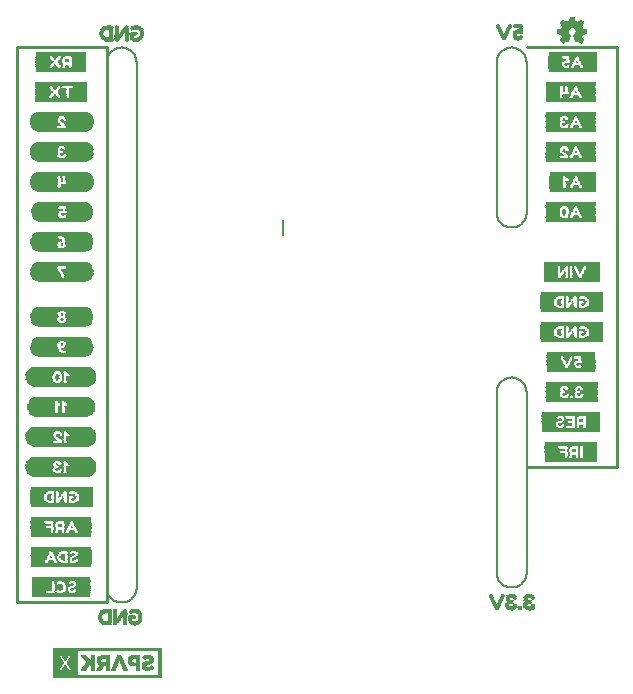
<source format=gbo>
G75*
%MOIN*%
%OFA0B0*%
%FSLAX25Y25*%
%IPPOS*%
%LPD*%
%AMOC8*
5,1,8,0,0,1.08239X$1,22.5*
%
%ADD10C,0.00800*%
%ADD11C,0.01000*%
%ADD12C,0.00299*%
%ADD13R,0.17165X0.00157*%
%ADD14R,0.05827X0.00157*%
%ADD15R,0.03937X0.00157*%
%ADD16R,0.05354X0.00157*%
%ADD17R,0.03307X0.00157*%
%ADD18R,0.05197X0.00157*%
%ADD19R,0.02677X0.00157*%
%ADD20R,0.05039X0.00157*%
%ADD21R,0.02362X0.00157*%
%ADD22R,0.04882X0.00157*%
%ADD23R,0.02205X0.00157*%
%ADD24R,0.02047X0.00157*%
%ADD25R,0.04724X0.00157*%
%ADD26R,0.00472X0.00157*%
%ADD27R,0.00315X0.00157*%
%ADD28R,0.00787X0.00157*%
%ADD29R,0.01890X0.00157*%
%ADD30R,0.00945X0.00157*%
%ADD31R,0.01102X0.00157*%
%ADD32R,0.03150X0.00157*%
%ADD33R,0.02992X0.00157*%
%ADD34R,0.06457X0.00157*%
%ADD35R,0.03622X0.00157*%
%ADD36R,0.01260X0.00157*%
%ADD37R,0.04567X0.00157*%
%ADD38R,0.01732X0.00157*%
%ADD39R,0.00630X0.00157*%
%ADD40R,0.05512X0.00157*%
%ADD41R,0.16220X0.00157*%
%ADD42R,0.08031X0.00157*%
%ADD43R,0.02835X0.00157*%
%ADD44R,0.02520X0.00157*%
%ADD45R,0.04409X0.00157*%
%ADD46R,0.01575X0.00157*%
%ADD47R,0.01417X0.00157*%
%ADD48R,0.06142X0.00157*%
%ADD49R,0.06299X0.00157*%
%ADD50R,0.05669X0.00157*%
%ADD51R,0.05984X0.00157*%
%ADD52R,0.16535X0.00157*%
%ADD53R,0.10079X0.00157*%
%ADD54R,0.00157X0.00157*%
%ADD55R,0.15591X0.00157*%
%ADD56R,0.09606X0.00157*%
%ADD57R,0.06772X0.00157*%
%ADD58R,0.20945X0.00157*%
%ADD59R,0.13858X0.00157*%
%ADD60R,0.19370X0.00157*%
%ADD61R,0.12756X0.00157*%
%ADD62R,0.06614X0.00157*%
%ADD63R,0.18740X0.00157*%
%ADD64R,0.10551X0.00157*%
%ADD65R,0.17480X0.00157*%
%ADD66R,0.06929X0.00157*%
%ADD67R,0.08346X0.00157*%
%ADD68R,0.20315X0.00157*%
%ADD69R,0.08976X0.00157*%
%ADD70R,0.18110X0.00157*%
%ADD71R,0.19055X0.00157*%
%ADD72R,0.19685X0.00157*%
%ADD73R,0.09764X0.00157*%
%ADD74R,0.09291X0.00157*%
%ADD75R,0.09449X0.00157*%
%ADD76R,0.09134X0.00157*%
%ADD77R,0.10709X0.00157*%
%ADD78R,0.10236X0.00157*%
%ADD79R,0.09921X0.00157*%
%ADD80R,0.08819X0.00157*%
%ADD81R,0.08661X0.00157*%
%ADD82R,0.08504X0.00157*%
%ADD83R,0.10866X0.00157*%
%ADD84R,0.20000X0.00157*%
%ADD85R,0.15906X0.00157*%
%ADD86R,0.16850X0.00157*%
%ADD87R,0.18425X0.00157*%
%ADD88R,0.10394X0.00157*%
%ADD89R,0.17795X0.00157*%
%ADD90R,0.21260X0.00157*%
%ADD91R,0.21575X0.00157*%
%ADD92R,0.21890X0.00157*%
%ADD93R,0.11969X0.00157*%
%ADD94R,0.20630X0.00157*%
%ADD95R,0.11811X0.00157*%
%ADD96R,0.01969X0.00197*%
%ADD97R,0.00591X0.00197*%
%ADD98R,0.00394X0.00197*%
%ADD99R,0.02756X0.00197*%
%ADD100R,0.00984X0.00197*%
%ADD101R,0.03150X0.00197*%
%ADD102R,0.01181X0.00197*%
%ADD103R,0.01378X0.00197*%
%ADD104R,0.01575X0.00197*%
%ADD105R,0.02953X0.00197*%
%ADD106R,0.01772X0.00197*%
%ADD107R,0.02362X0.00197*%
%ADD108R,0.03346X0.00236*%
%ADD109R,0.01378X0.00236*%
%ADD110R,0.02559X0.00197*%
%ADD111R,0.01181X0.00236*%
%ADD112R,0.01575X0.00236*%
%ADD113R,0.02165X0.00236*%
%ADD114R,0.03346X0.00197*%
%ADD115R,0.02559X0.00236*%
%ADD116R,0.00787X0.00197*%
%ADD117R,0.00197X0.00197*%
%ADD118R,0.03543X0.00197*%
%ADD119R,0.03740X0.00197*%
%ADD120R,0.03937X0.00197*%
%ADD121R,0.04134X0.00197*%
%ADD122R,0.02165X0.00197*%
%ADD123R,0.02362X0.00236*%
%ADD124R,0.02953X0.00236*%
%ADD125R,0.01772X0.00236*%
%ADD126R,0.04331X0.00236*%
%ADD127R,0.04331X0.00197*%
%ADD128R,0.03150X0.00236*%
%ADD129R,0.00787X0.00236*%
%ADD130R,0.02756X0.00236*%
%ADD131C,0.00039*%
D10*
X0045000Y0097524D02*
X0044860Y0097526D01*
X0044720Y0097532D01*
X0044580Y0097542D01*
X0044440Y0097555D01*
X0044301Y0097573D01*
X0044162Y0097595D01*
X0044025Y0097620D01*
X0043887Y0097649D01*
X0043751Y0097682D01*
X0043616Y0097719D01*
X0043482Y0097760D01*
X0043349Y0097805D01*
X0043217Y0097853D01*
X0043087Y0097905D01*
X0042958Y0097960D01*
X0042831Y0098019D01*
X0042705Y0098082D01*
X0042581Y0098148D01*
X0042460Y0098217D01*
X0042340Y0098290D01*
X0042222Y0098367D01*
X0042107Y0098446D01*
X0041993Y0098529D01*
X0041883Y0098615D01*
X0041774Y0098704D01*
X0041668Y0098796D01*
X0041565Y0098891D01*
X0041464Y0098988D01*
X0041367Y0099089D01*
X0041272Y0099192D01*
X0041180Y0099298D01*
X0041091Y0099407D01*
X0041005Y0099517D01*
X0040922Y0099631D01*
X0040843Y0099746D01*
X0040766Y0099864D01*
X0040693Y0099984D01*
X0040624Y0100105D01*
X0040558Y0100229D01*
X0040495Y0100355D01*
X0040436Y0100482D01*
X0040381Y0100611D01*
X0040329Y0100741D01*
X0040281Y0100873D01*
X0040236Y0101006D01*
X0040195Y0101140D01*
X0040158Y0101275D01*
X0040125Y0101411D01*
X0040096Y0101549D01*
X0040071Y0101686D01*
X0040049Y0101825D01*
X0040031Y0101964D01*
X0040018Y0102104D01*
X0040008Y0102244D01*
X0040002Y0102384D01*
X0040000Y0102524D01*
X0045000Y0097524D02*
X0045140Y0097526D01*
X0045280Y0097532D01*
X0045420Y0097542D01*
X0045560Y0097555D01*
X0045699Y0097573D01*
X0045838Y0097595D01*
X0045975Y0097620D01*
X0046113Y0097649D01*
X0046249Y0097682D01*
X0046384Y0097719D01*
X0046518Y0097760D01*
X0046651Y0097805D01*
X0046783Y0097853D01*
X0046913Y0097905D01*
X0047042Y0097960D01*
X0047169Y0098019D01*
X0047295Y0098082D01*
X0047419Y0098148D01*
X0047540Y0098217D01*
X0047660Y0098290D01*
X0047778Y0098367D01*
X0047893Y0098446D01*
X0048007Y0098529D01*
X0048117Y0098615D01*
X0048226Y0098704D01*
X0048332Y0098796D01*
X0048435Y0098891D01*
X0048536Y0098988D01*
X0048633Y0099089D01*
X0048728Y0099192D01*
X0048820Y0099298D01*
X0048909Y0099407D01*
X0048995Y0099517D01*
X0049078Y0099631D01*
X0049157Y0099746D01*
X0049234Y0099864D01*
X0049307Y0099984D01*
X0049376Y0100105D01*
X0049442Y0100229D01*
X0049505Y0100355D01*
X0049564Y0100482D01*
X0049619Y0100611D01*
X0049671Y0100741D01*
X0049719Y0100873D01*
X0049764Y0101006D01*
X0049805Y0101140D01*
X0049842Y0101275D01*
X0049875Y0101411D01*
X0049904Y0101549D01*
X0049929Y0101686D01*
X0049951Y0101825D01*
X0049969Y0101964D01*
X0049982Y0102104D01*
X0049992Y0102244D01*
X0049998Y0102384D01*
X0050000Y0102524D01*
X0050000Y0277524D01*
X0045000Y0282524D02*
X0044860Y0282522D01*
X0044720Y0282516D01*
X0044580Y0282506D01*
X0044440Y0282493D01*
X0044301Y0282475D01*
X0044162Y0282453D01*
X0044025Y0282428D01*
X0043887Y0282399D01*
X0043751Y0282366D01*
X0043616Y0282329D01*
X0043482Y0282288D01*
X0043349Y0282243D01*
X0043217Y0282195D01*
X0043087Y0282143D01*
X0042958Y0282088D01*
X0042831Y0282029D01*
X0042705Y0281966D01*
X0042581Y0281900D01*
X0042460Y0281831D01*
X0042340Y0281758D01*
X0042222Y0281681D01*
X0042107Y0281602D01*
X0041993Y0281519D01*
X0041883Y0281433D01*
X0041774Y0281344D01*
X0041668Y0281252D01*
X0041565Y0281157D01*
X0041464Y0281060D01*
X0041367Y0280959D01*
X0041272Y0280856D01*
X0041180Y0280750D01*
X0041091Y0280641D01*
X0041005Y0280531D01*
X0040922Y0280417D01*
X0040843Y0280302D01*
X0040766Y0280184D01*
X0040693Y0280064D01*
X0040624Y0279943D01*
X0040558Y0279819D01*
X0040495Y0279693D01*
X0040436Y0279566D01*
X0040381Y0279437D01*
X0040329Y0279307D01*
X0040281Y0279175D01*
X0040236Y0279042D01*
X0040195Y0278908D01*
X0040158Y0278773D01*
X0040125Y0278637D01*
X0040096Y0278499D01*
X0040071Y0278362D01*
X0040049Y0278223D01*
X0040031Y0278084D01*
X0040018Y0277944D01*
X0040008Y0277804D01*
X0040002Y0277664D01*
X0040000Y0277524D01*
X0045000Y0282524D02*
X0045140Y0282522D01*
X0045280Y0282516D01*
X0045420Y0282506D01*
X0045560Y0282493D01*
X0045699Y0282475D01*
X0045838Y0282453D01*
X0045975Y0282428D01*
X0046113Y0282399D01*
X0046249Y0282366D01*
X0046384Y0282329D01*
X0046518Y0282288D01*
X0046651Y0282243D01*
X0046783Y0282195D01*
X0046913Y0282143D01*
X0047042Y0282088D01*
X0047169Y0282029D01*
X0047295Y0281966D01*
X0047419Y0281900D01*
X0047540Y0281831D01*
X0047660Y0281758D01*
X0047778Y0281681D01*
X0047893Y0281602D01*
X0048007Y0281519D01*
X0048117Y0281433D01*
X0048226Y0281344D01*
X0048332Y0281252D01*
X0048435Y0281157D01*
X0048536Y0281060D01*
X0048633Y0280959D01*
X0048728Y0280856D01*
X0048820Y0280750D01*
X0048909Y0280641D01*
X0048995Y0280531D01*
X0049078Y0280417D01*
X0049157Y0280302D01*
X0049234Y0280184D01*
X0049307Y0280064D01*
X0049376Y0279943D01*
X0049442Y0279819D01*
X0049505Y0279693D01*
X0049564Y0279566D01*
X0049619Y0279437D01*
X0049671Y0279307D01*
X0049719Y0279175D01*
X0049764Y0279042D01*
X0049805Y0278908D01*
X0049842Y0278773D01*
X0049875Y0278637D01*
X0049904Y0278499D01*
X0049929Y0278362D01*
X0049951Y0278223D01*
X0049969Y0278084D01*
X0049982Y0277944D01*
X0049992Y0277804D01*
X0049998Y0277664D01*
X0050000Y0277524D01*
X0098925Y0225024D02*
X0098925Y0220024D01*
X0170000Y0227524D02*
X0170000Y0277524D01*
X0170002Y0277664D01*
X0170008Y0277804D01*
X0170018Y0277944D01*
X0170031Y0278084D01*
X0170049Y0278223D01*
X0170071Y0278362D01*
X0170096Y0278499D01*
X0170125Y0278637D01*
X0170158Y0278773D01*
X0170195Y0278908D01*
X0170236Y0279042D01*
X0170281Y0279175D01*
X0170329Y0279307D01*
X0170381Y0279437D01*
X0170436Y0279566D01*
X0170495Y0279693D01*
X0170558Y0279819D01*
X0170624Y0279943D01*
X0170693Y0280064D01*
X0170766Y0280184D01*
X0170843Y0280302D01*
X0170922Y0280417D01*
X0171005Y0280531D01*
X0171091Y0280641D01*
X0171180Y0280750D01*
X0171272Y0280856D01*
X0171367Y0280959D01*
X0171464Y0281060D01*
X0171565Y0281157D01*
X0171668Y0281252D01*
X0171774Y0281344D01*
X0171883Y0281433D01*
X0171993Y0281519D01*
X0172107Y0281602D01*
X0172222Y0281681D01*
X0172340Y0281758D01*
X0172460Y0281831D01*
X0172581Y0281900D01*
X0172705Y0281966D01*
X0172831Y0282029D01*
X0172958Y0282088D01*
X0173087Y0282143D01*
X0173217Y0282195D01*
X0173349Y0282243D01*
X0173482Y0282288D01*
X0173616Y0282329D01*
X0173751Y0282366D01*
X0173887Y0282399D01*
X0174025Y0282428D01*
X0174162Y0282453D01*
X0174301Y0282475D01*
X0174440Y0282493D01*
X0174580Y0282506D01*
X0174720Y0282516D01*
X0174860Y0282522D01*
X0175000Y0282524D01*
X0175140Y0282522D01*
X0175280Y0282516D01*
X0175420Y0282506D01*
X0175560Y0282493D01*
X0175699Y0282475D01*
X0175838Y0282453D01*
X0175975Y0282428D01*
X0176113Y0282399D01*
X0176249Y0282366D01*
X0176384Y0282329D01*
X0176518Y0282288D01*
X0176651Y0282243D01*
X0176783Y0282195D01*
X0176913Y0282143D01*
X0177042Y0282088D01*
X0177169Y0282029D01*
X0177295Y0281966D01*
X0177419Y0281900D01*
X0177540Y0281831D01*
X0177660Y0281758D01*
X0177778Y0281681D01*
X0177893Y0281602D01*
X0178007Y0281519D01*
X0178117Y0281433D01*
X0178226Y0281344D01*
X0178332Y0281252D01*
X0178435Y0281157D01*
X0178536Y0281060D01*
X0178633Y0280959D01*
X0178728Y0280856D01*
X0178820Y0280750D01*
X0178909Y0280641D01*
X0178995Y0280531D01*
X0179078Y0280417D01*
X0179157Y0280302D01*
X0179234Y0280184D01*
X0179307Y0280064D01*
X0179376Y0279943D01*
X0179442Y0279819D01*
X0179505Y0279693D01*
X0179564Y0279566D01*
X0179619Y0279437D01*
X0179671Y0279307D01*
X0179719Y0279175D01*
X0179764Y0279042D01*
X0179805Y0278908D01*
X0179842Y0278773D01*
X0179875Y0278637D01*
X0179904Y0278499D01*
X0179929Y0278362D01*
X0179951Y0278223D01*
X0179969Y0278084D01*
X0179982Y0277944D01*
X0179992Y0277804D01*
X0179998Y0277664D01*
X0180000Y0277524D01*
X0180000Y0227524D01*
X0175000Y0222524D02*
X0174860Y0222526D01*
X0174720Y0222532D01*
X0174580Y0222542D01*
X0174440Y0222555D01*
X0174301Y0222573D01*
X0174162Y0222595D01*
X0174025Y0222620D01*
X0173887Y0222649D01*
X0173751Y0222682D01*
X0173616Y0222719D01*
X0173482Y0222760D01*
X0173349Y0222805D01*
X0173217Y0222853D01*
X0173087Y0222905D01*
X0172958Y0222960D01*
X0172831Y0223019D01*
X0172705Y0223082D01*
X0172581Y0223148D01*
X0172460Y0223217D01*
X0172340Y0223290D01*
X0172222Y0223367D01*
X0172107Y0223446D01*
X0171993Y0223529D01*
X0171883Y0223615D01*
X0171774Y0223704D01*
X0171668Y0223796D01*
X0171565Y0223891D01*
X0171464Y0223988D01*
X0171367Y0224089D01*
X0171272Y0224192D01*
X0171180Y0224298D01*
X0171091Y0224407D01*
X0171005Y0224517D01*
X0170922Y0224631D01*
X0170843Y0224746D01*
X0170766Y0224864D01*
X0170693Y0224984D01*
X0170624Y0225105D01*
X0170558Y0225229D01*
X0170495Y0225355D01*
X0170436Y0225482D01*
X0170381Y0225611D01*
X0170329Y0225741D01*
X0170281Y0225873D01*
X0170236Y0226006D01*
X0170195Y0226140D01*
X0170158Y0226275D01*
X0170125Y0226411D01*
X0170096Y0226549D01*
X0170071Y0226686D01*
X0170049Y0226825D01*
X0170031Y0226964D01*
X0170018Y0227104D01*
X0170008Y0227244D01*
X0170002Y0227384D01*
X0170000Y0227524D01*
X0175000Y0222524D02*
X0175140Y0222526D01*
X0175280Y0222532D01*
X0175420Y0222542D01*
X0175560Y0222555D01*
X0175699Y0222573D01*
X0175838Y0222595D01*
X0175975Y0222620D01*
X0176113Y0222649D01*
X0176249Y0222682D01*
X0176384Y0222719D01*
X0176518Y0222760D01*
X0176651Y0222805D01*
X0176783Y0222853D01*
X0176913Y0222905D01*
X0177042Y0222960D01*
X0177169Y0223019D01*
X0177295Y0223082D01*
X0177419Y0223148D01*
X0177540Y0223217D01*
X0177660Y0223290D01*
X0177778Y0223367D01*
X0177893Y0223446D01*
X0178007Y0223529D01*
X0178117Y0223615D01*
X0178226Y0223704D01*
X0178332Y0223796D01*
X0178435Y0223891D01*
X0178536Y0223988D01*
X0178633Y0224089D01*
X0178728Y0224192D01*
X0178820Y0224298D01*
X0178909Y0224407D01*
X0178995Y0224517D01*
X0179078Y0224631D01*
X0179157Y0224746D01*
X0179234Y0224864D01*
X0179307Y0224984D01*
X0179376Y0225105D01*
X0179442Y0225229D01*
X0179505Y0225355D01*
X0179564Y0225482D01*
X0179619Y0225611D01*
X0179671Y0225741D01*
X0179719Y0225873D01*
X0179764Y0226006D01*
X0179805Y0226140D01*
X0179842Y0226275D01*
X0179875Y0226411D01*
X0179904Y0226549D01*
X0179929Y0226686D01*
X0179951Y0226825D01*
X0179969Y0226964D01*
X0179982Y0227104D01*
X0179992Y0227244D01*
X0179998Y0227384D01*
X0180000Y0227524D01*
X0180000Y0167524D02*
X0180000Y0142524D01*
X0180000Y0107524D01*
X0175000Y0102524D02*
X0174860Y0102526D01*
X0174720Y0102532D01*
X0174580Y0102542D01*
X0174440Y0102555D01*
X0174301Y0102573D01*
X0174162Y0102595D01*
X0174025Y0102620D01*
X0173887Y0102649D01*
X0173751Y0102682D01*
X0173616Y0102719D01*
X0173482Y0102760D01*
X0173349Y0102805D01*
X0173217Y0102853D01*
X0173087Y0102905D01*
X0172958Y0102960D01*
X0172831Y0103019D01*
X0172705Y0103082D01*
X0172581Y0103148D01*
X0172460Y0103217D01*
X0172340Y0103290D01*
X0172222Y0103367D01*
X0172107Y0103446D01*
X0171993Y0103529D01*
X0171883Y0103615D01*
X0171774Y0103704D01*
X0171668Y0103796D01*
X0171565Y0103891D01*
X0171464Y0103988D01*
X0171367Y0104089D01*
X0171272Y0104192D01*
X0171180Y0104298D01*
X0171091Y0104407D01*
X0171005Y0104517D01*
X0170922Y0104631D01*
X0170843Y0104746D01*
X0170766Y0104864D01*
X0170693Y0104984D01*
X0170624Y0105105D01*
X0170558Y0105229D01*
X0170495Y0105355D01*
X0170436Y0105482D01*
X0170381Y0105611D01*
X0170329Y0105741D01*
X0170281Y0105873D01*
X0170236Y0106006D01*
X0170195Y0106140D01*
X0170158Y0106275D01*
X0170125Y0106411D01*
X0170096Y0106549D01*
X0170071Y0106686D01*
X0170049Y0106825D01*
X0170031Y0106964D01*
X0170018Y0107104D01*
X0170008Y0107244D01*
X0170002Y0107384D01*
X0170000Y0107524D01*
X0170000Y0167524D01*
X0170002Y0167664D01*
X0170008Y0167804D01*
X0170018Y0167944D01*
X0170031Y0168084D01*
X0170049Y0168223D01*
X0170071Y0168362D01*
X0170096Y0168499D01*
X0170125Y0168637D01*
X0170158Y0168773D01*
X0170195Y0168908D01*
X0170236Y0169042D01*
X0170281Y0169175D01*
X0170329Y0169307D01*
X0170381Y0169437D01*
X0170436Y0169566D01*
X0170495Y0169693D01*
X0170558Y0169819D01*
X0170624Y0169943D01*
X0170693Y0170064D01*
X0170766Y0170184D01*
X0170843Y0170302D01*
X0170922Y0170417D01*
X0171005Y0170531D01*
X0171091Y0170641D01*
X0171180Y0170750D01*
X0171272Y0170856D01*
X0171367Y0170959D01*
X0171464Y0171060D01*
X0171565Y0171157D01*
X0171668Y0171252D01*
X0171774Y0171344D01*
X0171883Y0171433D01*
X0171993Y0171519D01*
X0172107Y0171602D01*
X0172222Y0171681D01*
X0172340Y0171758D01*
X0172460Y0171831D01*
X0172581Y0171900D01*
X0172705Y0171966D01*
X0172831Y0172029D01*
X0172958Y0172088D01*
X0173087Y0172143D01*
X0173217Y0172195D01*
X0173349Y0172243D01*
X0173482Y0172288D01*
X0173616Y0172329D01*
X0173751Y0172366D01*
X0173887Y0172399D01*
X0174025Y0172428D01*
X0174162Y0172453D01*
X0174301Y0172475D01*
X0174440Y0172493D01*
X0174580Y0172506D01*
X0174720Y0172516D01*
X0174860Y0172522D01*
X0175000Y0172524D01*
X0175140Y0172522D01*
X0175280Y0172516D01*
X0175420Y0172506D01*
X0175560Y0172493D01*
X0175699Y0172475D01*
X0175838Y0172453D01*
X0175975Y0172428D01*
X0176113Y0172399D01*
X0176249Y0172366D01*
X0176384Y0172329D01*
X0176518Y0172288D01*
X0176651Y0172243D01*
X0176783Y0172195D01*
X0176913Y0172143D01*
X0177042Y0172088D01*
X0177169Y0172029D01*
X0177295Y0171966D01*
X0177419Y0171900D01*
X0177540Y0171831D01*
X0177660Y0171758D01*
X0177778Y0171681D01*
X0177893Y0171602D01*
X0178007Y0171519D01*
X0178117Y0171433D01*
X0178226Y0171344D01*
X0178332Y0171252D01*
X0178435Y0171157D01*
X0178536Y0171060D01*
X0178633Y0170959D01*
X0178728Y0170856D01*
X0178820Y0170750D01*
X0178909Y0170641D01*
X0178995Y0170531D01*
X0179078Y0170417D01*
X0179157Y0170302D01*
X0179234Y0170184D01*
X0179307Y0170064D01*
X0179376Y0169943D01*
X0179442Y0169819D01*
X0179505Y0169693D01*
X0179564Y0169566D01*
X0179619Y0169437D01*
X0179671Y0169307D01*
X0179719Y0169175D01*
X0179764Y0169042D01*
X0179805Y0168908D01*
X0179842Y0168773D01*
X0179875Y0168637D01*
X0179904Y0168499D01*
X0179929Y0168362D01*
X0179951Y0168223D01*
X0179969Y0168084D01*
X0179982Y0167944D01*
X0179992Y0167804D01*
X0179998Y0167664D01*
X0180000Y0167524D01*
X0180000Y0107524D02*
X0179998Y0107384D01*
X0179992Y0107244D01*
X0179982Y0107104D01*
X0179969Y0106964D01*
X0179951Y0106825D01*
X0179929Y0106686D01*
X0179904Y0106549D01*
X0179875Y0106411D01*
X0179842Y0106275D01*
X0179805Y0106140D01*
X0179764Y0106006D01*
X0179719Y0105873D01*
X0179671Y0105741D01*
X0179619Y0105611D01*
X0179564Y0105482D01*
X0179505Y0105355D01*
X0179442Y0105229D01*
X0179376Y0105105D01*
X0179307Y0104984D01*
X0179234Y0104864D01*
X0179157Y0104746D01*
X0179078Y0104631D01*
X0178995Y0104517D01*
X0178909Y0104407D01*
X0178820Y0104298D01*
X0178728Y0104192D01*
X0178633Y0104089D01*
X0178536Y0103988D01*
X0178435Y0103891D01*
X0178332Y0103796D01*
X0178226Y0103704D01*
X0178117Y0103615D01*
X0178007Y0103529D01*
X0177893Y0103446D01*
X0177778Y0103367D01*
X0177660Y0103290D01*
X0177540Y0103217D01*
X0177419Y0103148D01*
X0177295Y0103082D01*
X0177169Y0103019D01*
X0177042Y0102960D01*
X0176913Y0102905D01*
X0176783Y0102853D01*
X0176651Y0102805D01*
X0176518Y0102760D01*
X0176384Y0102719D01*
X0176249Y0102682D01*
X0176113Y0102649D01*
X0175975Y0102620D01*
X0175838Y0102595D01*
X0175699Y0102573D01*
X0175560Y0102555D01*
X0175420Y0102542D01*
X0175280Y0102532D01*
X0175140Y0102526D01*
X0175000Y0102524D01*
D11*
X0180000Y0142524D02*
X0210000Y0142524D01*
X0210000Y0282524D01*
X0180000Y0282524D01*
X0040000Y0282524D02*
X0040000Y0277524D01*
X0040000Y0102524D01*
X0040000Y0097524D01*
X0010000Y0097524D01*
X0010000Y0282524D01*
X0040000Y0282524D01*
D12*
X0190131Y0287344D02*
X0191509Y0287108D01*
X0191549Y0287068D01*
X0191549Y0286990D01*
X0191588Y0286911D01*
X0191588Y0286872D01*
X0191628Y0286793D01*
X0191628Y0286753D01*
X0191706Y0286596D01*
X0191706Y0286557D01*
X0191746Y0286478D01*
X0191785Y0286438D01*
X0191824Y0286360D01*
X0191824Y0286320D01*
X0191864Y0286242D01*
X0191903Y0286202D01*
X0191943Y0286123D01*
X0191116Y0285021D01*
X0192021Y0284116D01*
X0193163Y0284903D01*
X0193202Y0284903D01*
X0193281Y0284824D01*
X0193320Y0284824D01*
X0193360Y0284785D01*
X0193439Y0284785D01*
X0193478Y0284746D01*
X0193517Y0284746D01*
X0193557Y0284706D01*
X0193596Y0284706D01*
X0193635Y0284667D01*
X0193714Y0284667D01*
X0193714Y0284627D01*
X0194502Y0286753D01*
X0194265Y0286872D01*
X0194187Y0286950D01*
X0194108Y0286990D01*
X0193950Y0287147D01*
X0193911Y0287226D01*
X0193832Y0287305D01*
X0190358Y0287305D01*
X0190131Y0287344D02*
X0190131Y0288604D01*
X0191549Y0288840D01*
X0191549Y0288998D01*
X0191588Y0289037D01*
X0191588Y0289116D01*
X0191628Y0289155D01*
X0191667Y0289234D01*
X0191667Y0289312D01*
X0191706Y0289352D01*
X0191706Y0289431D01*
X0191746Y0289470D01*
X0191785Y0289549D01*
X0191824Y0289588D01*
X0191824Y0289667D01*
X0191864Y0289706D01*
X0191903Y0289785D01*
X0191943Y0289824D01*
X0191116Y0290966D01*
X0192021Y0291832D01*
X0193163Y0291045D01*
X0193202Y0291084D01*
X0193281Y0291123D01*
X0193320Y0291123D01*
X0193399Y0291163D01*
X0193439Y0291202D01*
X0193517Y0291242D01*
X0193557Y0291242D01*
X0193635Y0291281D01*
X0193675Y0291320D01*
X0193754Y0291320D01*
X0193832Y0291360D01*
X0193872Y0291360D01*
X0193950Y0291399D01*
X0193990Y0291399D01*
X0194069Y0291438D01*
X0194147Y0291438D01*
X0194383Y0292816D01*
X0195643Y0292816D01*
X0195880Y0291438D01*
X0195919Y0291438D01*
X0195998Y0291399D01*
X0196076Y0291399D01*
X0196116Y0291360D01*
X0196194Y0291360D01*
X0196273Y0291320D01*
X0196313Y0291320D01*
X0196391Y0291281D01*
X0196431Y0291242D01*
X0196509Y0291242D01*
X0196549Y0291202D01*
X0196628Y0291163D01*
X0196667Y0291123D01*
X0196746Y0291123D01*
X0196785Y0291084D01*
X0196864Y0291045D01*
X0198006Y0291832D01*
X0198872Y0290966D01*
X0198084Y0289824D01*
X0198124Y0289785D01*
X0198124Y0289706D01*
X0198163Y0289667D01*
X0198202Y0289588D01*
X0198242Y0289549D01*
X0198242Y0289470D01*
X0198281Y0289431D01*
X0198320Y0289352D01*
X0198320Y0289312D01*
X0198399Y0289155D01*
X0198399Y0289116D01*
X0198439Y0289037D01*
X0198439Y0288998D01*
X0198478Y0288919D01*
X0198478Y0288840D01*
X0199856Y0288604D01*
X0199856Y0287344D01*
X0198478Y0287108D01*
X0198478Y0287068D01*
X0198439Y0286990D01*
X0198439Y0286911D01*
X0198399Y0286872D01*
X0198399Y0286793D01*
X0198360Y0286753D01*
X0198320Y0286675D01*
X0198320Y0286596D01*
X0198281Y0286557D01*
X0198281Y0286478D01*
X0198242Y0286438D01*
X0198202Y0286360D01*
X0198163Y0286320D01*
X0198124Y0286242D01*
X0198124Y0286202D01*
X0198084Y0286123D01*
X0198872Y0285021D01*
X0198006Y0284116D01*
X0196864Y0284903D01*
X0196824Y0284903D01*
X0196785Y0284864D01*
X0196746Y0284864D01*
X0196706Y0284824D01*
X0196667Y0284824D01*
X0196628Y0284785D01*
X0196588Y0284785D01*
X0196549Y0284746D01*
X0196509Y0284746D01*
X0196470Y0284706D01*
X0196431Y0284706D01*
X0196391Y0284667D01*
X0196313Y0284667D01*
X0196273Y0284627D01*
X0195486Y0286753D01*
X0195604Y0286793D01*
X0195761Y0286872D01*
X0195840Y0286950D01*
X0195919Y0286990D01*
X0195998Y0287068D01*
X0196037Y0287147D01*
X0196116Y0287226D01*
X0196194Y0287383D01*
X0196234Y0287501D01*
X0196313Y0287659D01*
X0196313Y0287777D01*
X0196352Y0287895D01*
X0196352Y0288131D01*
X0196194Y0288604D01*
X0196037Y0288840D01*
X0195958Y0288919D01*
X0195840Y0288998D01*
X0195761Y0289076D01*
X0195643Y0289155D01*
X0195525Y0289194D01*
X0195407Y0289273D01*
X0195289Y0289273D01*
X0195131Y0289312D01*
X0194856Y0289312D01*
X0194738Y0289273D01*
X0194620Y0289273D01*
X0194502Y0289194D01*
X0194383Y0289155D01*
X0194147Y0288998D01*
X0193990Y0288840D01*
X0193832Y0288604D01*
X0193793Y0288486D01*
X0193714Y0288368D01*
X0193714Y0288249D01*
X0193675Y0288131D01*
X0193675Y0287777D01*
X0193714Y0287659D01*
X0193714Y0287580D01*
X0193754Y0287501D01*
X0193793Y0287383D01*
X0193832Y0287305D01*
X0193714Y0287603D02*
X0190131Y0287603D01*
X0190131Y0287901D02*
X0193675Y0287901D01*
X0193697Y0288198D02*
X0190131Y0288198D01*
X0190131Y0288496D02*
X0193796Y0288496D01*
X0193959Y0288794D02*
X0191271Y0288794D01*
X0191588Y0289092D02*
X0194288Y0289092D01*
X0195739Y0289092D02*
X0198411Y0289092D01*
X0198302Y0289389D02*
X0191706Y0289389D01*
X0191845Y0289687D02*
X0198143Y0289687D01*
X0198195Y0289985D02*
X0191826Y0289985D01*
X0191611Y0290282D02*
X0198400Y0290282D01*
X0198606Y0290580D02*
X0191395Y0290580D01*
X0191180Y0290878D02*
X0198811Y0290878D01*
X0198662Y0291176D02*
X0197053Y0291176D01*
X0196602Y0291176D02*
X0193412Y0291176D01*
X0192973Y0291176D02*
X0191335Y0291176D01*
X0191646Y0291473D02*
X0192542Y0291473D01*
X0192110Y0291771D02*
X0191957Y0291771D01*
X0194153Y0291473D02*
X0195874Y0291473D01*
X0195823Y0291771D02*
X0194204Y0291771D01*
X0194255Y0292069D02*
X0195771Y0292069D01*
X0195720Y0292366D02*
X0194306Y0292366D01*
X0194357Y0292664D02*
X0195669Y0292664D01*
X0197485Y0291473D02*
X0198364Y0291473D01*
X0198067Y0291771D02*
X0197917Y0291771D01*
X0198748Y0288794D02*
X0196068Y0288794D01*
X0196230Y0288496D02*
X0199856Y0288496D01*
X0199856Y0288198D02*
X0196330Y0288198D01*
X0196352Y0287901D02*
X0199856Y0287901D01*
X0199856Y0287603D02*
X0196285Y0287603D01*
X0196155Y0287305D02*
X0199630Y0287305D01*
X0198447Y0287007D02*
X0195937Y0287007D01*
X0195502Y0286710D02*
X0198338Y0286710D01*
X0198229Y0286412D02*
X0195612Y0286412D01*
X0195723Y0286114D02*
X0198091Y0286114D01*
X0198303Y0285817D02*
X0195833Y0285817D01*
X0195943Y0285519D02*
X0198516Y0285519D01*
X0198729Y0285221D02*
X0196053Y0285221D01*
X0196164Y0284923D02*
X0198778Y0284923D01*
X0198493Y0284626D02*
X0197266Y0284626D01*
X0197698Y0284328D02*
X0198209Y0284328D01*
X0194155Y0285817D02*
X0191712Y0285817D01*
X0191936Y0286114D02*
X0194265Y0286114D01*
X0194375Y0286412D02*
X0191798Y0286412D01*
X0191649Y0286710D02*
X0194485Y0286710D01*
X0194090Y0287007D02*
X0191549Y0287007D01*
X0191489Y0285519D02*
X0194044Y0285519D01*
X0193934Y0285221D02*
X0191266Y0285221D01*
X0191213Y0284923D02*
X0193824Y0284923D01*
X0192761Y0284626D02*
X0191511Y0284626D01*
X0191809Y0284328D02*
X0192329Y0284328D01*
D13*
X0195028Y0170673D03*
X0195028Y0170516D03*
X0195028Y0170358D03*
X0195028Y0170201D03*
X0195028Y0170043D03*
X0195028Y0169886D03*
X0195028Y0169728D03*
X0195028Y0165319D03*
X0195028Y0165161D03*
X0195028Y0165004D03*
X0195028Y0164846D03*
X0195028Y0164689D03*
X0195028Y0164531D03*
X0195028Y0164374D03*
X0025055Y0179531D03*
X0025055Y0185516D03*
X0025055Y0189531D03*
X0025055Y0195516D03*
X0025055Y0204531D03*
X0025055Y0210516D03*
X0025055Y0214531D03*
X0025055Y0220516D03*
X0024870Y0264374D03*
X0024870Y0264531D03*
X0024870Y0264689D03*
X0024870Y0264846D03*
X0024870Y0265004D03*
X0024870Y0265161D03*
X0024870Y0265319D03*
X0024870Y0269728D03*
X0024870Y0269886D03*
X0024870Y0270043D03*
X0024870Y0270201D03*
X0024870Y0270358D03*
X0024870Y0270516D03*
X0024870Y0270673D03*
D14*
X0019201Y0267524D03*
X0019331Y0277524D03*
X0017421Y0134413D03*
X0032039Y0123783D03*
X0032039Y0123626D03*
X0032039Y0123469D03*
X0032539Y0134413D03*
X0017709Y0113626D03*
X0017709Y0113469D03*
X0017709Y0113311D03*
X0187421Y0189413D03*
X0187421Y0199413D03*
X0202539Y0199413D03*
X0201539Y0206264D03*
X0201539Y0206421D03*
X0202539Y0189413D03*
X0189646Y0176421D03*
X0189646Y0176264D03*
X0189358Y0169571D03*
X0200697Y0169571D03*
X0200697Y0167996D03*
X0200697Y0167839D03*
X0200697Y0167681D03*
X0200697Y0167524D03*
X0200697Y0167366D03*
X0200697Y0167209D03*
X0200039Y0228626D03*
X0200039Y0228783D03*
X0200197Y0238311D03*
X0200197Y0238469D03*
X0200039Y0248626D03*
X0200039Y0248783D03*
X0200039Y0258626D03*
X0200039Y0258783D03*
X0200039Y0268469D03*
X0200039Y0268626D03*
X0200039Y0268783D03*
X0200539Y0278469D03*
X0200539Y0278626D03*
X0189331Y0249571D03*
X0189331Y0246421D03*
D15*
X0195028Y0169571D03*
D16*
X0200933Y0169413D03*
X0200933Y0165476D03*
X0189122Y0169413D03*
X0189409Y0177209D03*
X0189409Y0177366D03*
X0187185Y0185791D03*
X0187185Y0189098D03*
X0187185Y0195791D03*
X0187185Y0199098D03*
X0202776Y0199098D03*
X0202776Y0195791D03*
X0202776Y0189098D03*
X0202776Y0185791D03*
X0201776Y0207209D03*
X0201776Y0207366D03*
X0189094Y0225476D03*
X0189094Y0229413D03*
X0200276Y0227839D03*
X0200276Y0227681D03*
X0200433Y0237366D03*
X0200433Y0237524D03*
X0200276Y0247681D03*
X0200276Y0247839D03*
X0200276Y0257681D03*
X0200276Y0257839D03*
X0200276Y0267524D03*
X0200276Y0267681D03*
X0200776Y0277524D03*
X0200776Y0277681D03*
X0189909Y0277996D03*
X0189909Y0275476D03*
X0189094Y0259413D03*
X0189094Y0255476D03*
X0189094Y0249413D03*
X0189094Y0246736D03*
X0188650Y0147051D03*
X0032776Y0134098D03*
X0032776Y0130791D03*
X0032276Y0122681D03*
X0032276Y0122524D03*
X0032433Y0114413D03*
X0031933Y0100476D03*
X0017472Y0112366D03*
X0017472Y0112524D03*
X0017185Y0130791D03*
X0017185Y0134098D03*
X0018965Y0266894D03*
X0018965Y0267051D03*
X0018965Y0267996D03*
X0019094Y0277051D03*
X0019094Y0277996D03*
D17*
X0026500Y0104571D03*
X0194713Y0167524D03*
X0195028Y0169413D03*
D18*
X0201012Y0169256D03*
X0201012Y0168154D03*
X0201012Y0165634D03*
X0189043Y0165634D03*
X0189043Y0169256D03*
X0189331Y0177524D03*
X0189331Y0177681D03*
X0187106Y0185949D03*
X0187106Y0188941D03*
X0187106Y0195949D03*
X0187106Y0198941D03*
X0202854Y0195949D03*
X0202854Y0185949D03*
X0201854Y0207524D03*
X0201854Y0207681D03*
X0189016Y0225634D03*
X0189016Y0229256D03*
X0200354Y0227524D03*
X0200354Y0227366D03*
X0200512Y0237051D03*
X0200512Y0237209D03*
X0200354Y0247366D03*
X0200354Y0247524D03*
X0200354Y0257366D03*
X0200354Y0257524D03*
X0200354Y0267209D03*
X0200354Y0267366D03*
X0200854Y0277051D03*
X0200854Y0277209D03*
X0200854Y0277366D03*
X0189831Y0277839D03*
X0189016Y0249256D03*
X0189016Y0246894D03*
X0187681Y0159413D03*
X0187681Y0158469D03*
X0187681Y0155634D03*
X0188571Y0147839D03*
X0188571Y0147681D03*
X0188571Y0147524D03*
X0188571Y0147366D03*
X0188571Y0147209D03*
X0032854Y0130949D03*
X0032354Y0122366D03*
X0032354Y0122209D03*
X0032512Y0112366D03*
X0032512Y0110634D03*
X0032012Y0104413D03*
X0032012Y0102366D03*
X0032012Y0100634D03*
X0017394Y0112051D03*
X0017394Y0112209D03*
X0017236Y0122051D03*
X0017236Y0122209D03*
X0017236Y0122366D03*
X0017236Y0122524D03*
X0017236Y0122681D03*
X0017236Y0122839D03*
X0017106Y0130949D03*
X0017106Y0133941D03*
X0018886Y0266736D03*
X0018886Y0268154D03*
X0019016Y0276894D03*
X0019016Y0278154D03*
D19*
X0025185Y0267996D03*
X0025185Y0267051D03*
X0023220Y0114256D03*
X0024138Y0103154D03*
X0024138Y0101736D03*
X0193823Y0156579D03*
X0193823Y0157996D03*
X0195028Y0169256D03*
X0194685Y0229413D03*
X0193740Y0247524D03*
X0194685Y0249413D03*
X0193583Y0257051D03*
X0194685Y0259413D03*
X0193268Y0265476D03*
D20*
X0188937Y0259256D03*
X0188937Y0257524D03*
X0188937Y0255634D03*
X0188937Y0249098D03*
X0188937Y0247051D03*
X0200433Y0247051D03*
X0200433Y0246894D03*
X0200433Y0247209D03*
X0200433Y0256894D03*
X0200433Y0257051D03*
X0200433Y0257209D03*
X0200433Y0266894D03*
X0200433Y0267051D03*
X0200933Y0276736D03*
X0200933Y0276894D03*
X0189752Y0275634D03*
X0200591Y0236894D03*
X0200591Y0236736D03*
X0200433Y0227209D03*
X0200433Y0227051D03*
X0200433Y0226894D03*
X0188937Y0225791D03*
X0188937Y0229098D03*
X0201933Y0209571D03*
X0201933Y0207996D03*
X0201933Y0207839D03*
X0202933Y0198941D03*
X0202933Y0198783D03*
X0202933Y0196106D03*
X0202933Y0188941D03*
X0202933Y0188783D03*
X0202933Y0186106D03*
X0200433Y0175476D03*
X0201091Y0169098D03*
X0201091Y0165791D03*
X0188965Y0165791D03*
X0188965Y0167524D03*
X0188965Y0167681D03*
X0188965Y0169098D03*
X0189252Y0177839D03*
X0189252Y0177996D03*
X0189252Y0179571D03*
X0187028Y0186106D03*
X0187028Y0188783D03*
X0187028Y0196106D03*
X0187028Y0198783D03*
X0187602Y0159256D03*
X0187602Y0158626D03*
X0187602Y0157681D03*
X0032933Y0133941D03*
X0032933Y0133783D03*
X0032933Y0131106D03*
X0032433Y0122051D03*
X0032433Y0121894D03*
X0032591Y0114256D03*
X0032591Y0112524D03*
X0032091Y0104256D03*
X0032091Y0102524D03*
X0017315Y0111736D03*
X0017315Y0111894D03*
X0017028Y0131106D03*
X0017028Y0133783D03*
X0018807Y0266579D03*
X0018807Y0268311D03*
X0018937Y0276579D03*
X0018937Y0276736D03*
X0018937Y0278311D03*
D21*
X0022953Y0275476D03*
X0025343Y0268311D03*
X0025343Y0266736D03*
X0022823Y0265476D03*
X0024480Y0142051D03*
X0028417Y0120476D03*
X0028260Y0113311D03*
X0026500Y0104413D03*
X0027760Y0103311D03*
X0021488Y0110476D03*
X0194685Y0238941D03*
X0196417Y0235476D03*
X0196417Y0225476D03*
X0196417Y0245476D03*
X0196417Y0255476D03*
X0194055Y0257681D03*
X0194055Y0257839D03*
X0196417Y0265476D03*
X0193268Y0266106D03*
X0193268Y0266264D03*
X0193925Y0276736D03*
X0194083Y0276894D03*
X0195343Y0279413D03*
X0195000Y0175634D03*
X0195028Y0169098D03*
D22*
X0201169Y0168941D03*
X0201169Y0168783D03*
X0201169Y0168469D03*
X0201169Y0168311D03*
X0201169Y0165949D03*
X0200512Y0175634D03*
X0200512Y0176579D03*
X0200512Y0177051D03*
X0200512Y0179256D03*
X0200512Y0179413D03*
X0203012Y0186264D03*
X0203012Y0186421D03*
X0203012Y0188626D03*
X0203012Y0196264D03*
X0203012Y0196421D03*
X0203012Y0198626D03*
X0202012Y0208154D03*
X0202012Y0208311D03*
X0200512Y0226579D03*
X0200512Y0226736D03*
X0200669Y0235476D03*
X0200669Y0236421D03*
X0200669Y0236579D03*
X0200512Y0246579D03*
X0200512Y0246736D03*
X0200512Y0256579D03*
X0200512Y0256736D03*
X0200512Y0266579D03*
X0200512Y0266736D03*
X0201012Y0275476D03*
X0201012Y0276421D03*
X0201012Y0276579D03*
X0189673Y0275949D03*
X0189673Y0275791D03*
X0189673Y0277524D03*
X0189673Y0277681D03*
X0189673Y0278626D03*
X0188858Y0265476D03*
X0188858Y0259098D03*
X0188858Y0257681D03*
X0188858Y0257366D03*
X0188858Y0255791D03*
X0188858Y0248941D03*
X0188858Y0248783D03*
X0188858Y0247366D03*
X0188858Y0247209D03*
X0189961Y0235476D03*
X0188858Y0228941D03*
X0188858Y0226106D03*
X0188858Y0225949D03*
X0186949Y0198626D03*
X0186949Y0196421D03*
X0186949Y0196264D03*
X0186949Y0188626D03*
X0186949Y0186421D03*
X0186949Y0186264D03*
X0189173Y0178311D03*
X0189173Y0178154D03*
X0188886Y0168941D03*
X0188886Y0167839D03*
X0188886Y0167366D03*
X0188886Y0165949D03*
X0187524Y0159098D03*
X0187524Y0158941D03*
X0187524Y0158783D03*
X0187524Y0157524D03*
X0187524Y0155949D03*
X0187524Y0155791D03*
X0202012Y0155476D03*
X0033012Y0133626D03*
X0033012Y0131421D03*
X0033012Y0131264D03*
X0032512Y0121736D03*
X0032512Y0121579D03*
X0032669Y0114098D03*
X0032669Y0113941D03*
X0032669Y0112839D03*
X0032669Y0112681D03*
X0032669Y0111736D03*
X0032669Y0110949D03*
X0032669Y0110791D03*
X0032169Y0104098D03*
X0032169Y0103941D03*
X0032169Y0102681D03*
X0032169Y0101736D03*
X0032169Y0100791D03*
X0017236Y0110476D03*
X0017236Y0111421D03*
X0017236Y0111579D03*
X0016949Y0131264D03*
X0016949Y0131421D03*
X0016949Y0133626D03*
X0018728Y0266421D03*
X0018728Y0268469D03*
X0018728Y0268626D03*
X0018728Y0269571D03*
X0018858Y0276421D03*
X0018858Y0278469D03*
X0018858Y0279571D03*
D23*
X0022874Y0279413D03*
X0022744Y0269413D03*
X0025421Y0268469D03*
X0025421Y0266579D03*
X0025579Y0265476D03*
X0024559Y0152524D03*
X0028339Y0120634D03*
X0028181Y0113154D03*
X0023142Y0114098D03*
X0021409Y0110634D03*
X0027681Y0103154D03*
X0194791Y0168154D03*
X0194949Y0168941D03*
X0194921Y0175791D03*
X0196181Y0178154D03*
X0196181Y0178311D03*
X0193346Y0179098D03*
X0193346Y0179256D03*
X0196421Y0205476D03*
X0197839Y0209098D03*
X0197839Y0209256D03*
X0196339Y0225634D03*
X0194764Y0228941D03*
X0194764Y0229098D03*
X0196496Y0235634D03*
X0196339Y0245634D03*
X0194764Y0249098D03*
X0196339Y0255634D03*
X0193976Y0257366D03*
X0193976Y0257524D03*
X0194764Y0259098D03*
X0196339Y0265634D03*
X0193189Y0265634D03*
X0193189Y0265791D03*
X0193189Y0265949D03*
X0194764Y0269098D03*
X0194764Y0269256D03*
X0196839Y0275634D03*
X0195264Y0279256D03*
D24*
X0195343Y0279098D03*
X0196760Y0275791D03*
X0194685Y0268941D03*
X0194685Y0268783D03*
X0196417Y0265791D03*
X0194843Y0258941D03*
X0193898Y0257209D03*
X0196417Y0255791D03*
X0194843Y0248941D03*
X0193898Y0247209D03*
X0196417Y0245791D03*
X0194213Y0237681D03*
X0194213Y0237524D03*
X0196417Y0235791D03*
X0196417Y0225791D03*
X0196343Y0205791D03*
X0196343Y0205634D03*
X0196260Y0178469D03*
X0195000Y0175949D03*
X0195028Y0168783D03*
X0195028Y0168626D03*
X0194870Y0168311D03*
X0028417Y0120791D03*
X0027000Y0124413D03*
X0023063Y0113941D03*
X0021488Y0110791D03*
X0022823Y0265634D03*
X0025500Y0266421D03*
X0025500Y0268626D03*
X0022953Y0275634D03*
D25*
X0018780Y0275476D03*
X0018780Y0276264D03*
X0018780Y0278626D03*
X0018780Y0278783D03*
X0018780Y0279413D03*
X0018650Y0269413D03*
X0018650Y0268783D03*
X0018650Y0266264D03*
X0018650Y0265476D03*
X0031091Y0268783D03*
X0030591Y0275476D03*
X0030591Y0275634D03*
X0030591Y0279413D03*
X0033091Y0133469D03*
X0033091Y0133311D03*
X0033091Y0133154D03*
X0033091Y0131894D03*
X0033091Y0131736D03*
X0033091Y0131579D03*
X0032591Y0121421D03*
X0032591Y0121264D03*
X0032591Y0120476D03*
X0032748Y0113783D03*
X0032748Y0113626D03*
X0032748Y0113469D03*
X0032748Y0113311D03*
X0032748Y0113154D03*
X0032748Y0112996D03*
X0032748Y0111579D03*
X0032748Y0111421D03*
X0032748Y0111264D03*
X0032748Y0111106D03*
X0032248Y0103783D03*
X0032248Y0103626D03*
X0032248Y0103469D03*
X0032248Y0103311D03*
X0032248Y0103154D03*
X0032248Y0102996D03*
X0032248Y0102839D03*
X0032248Y0101579D03*
X0032248Y0101421D03*
X0032248Y0101106D03*
X0032248Y0100949D03*
X0017602Y0100476D03*
X0017157Y0111106D03*
X0017157Y0111264D03*
X0017000Y0123626D03*
X0016870Y0131579D03*
X0016870Y0131736D03*
X0016870Y0133311D03*
X0016870Y0133469D03*
X0187445Y0156106D03*
X0187445Y0156264D03*
X0187445Y0157209D03*
X0187445Y0157366D03*
X0188335Y0148626D03*
X0201091Y0148626D03*
X0201091Y0148783D03*
X0201091Y0148941D03*
X0201091Y0149098D03*
X0201091Y0149256D03*
X0201091Y0149413D03*
X0201091Y0148469D03*
X0201091Y0148311D03*
X0201091Y0148154D03*
X0201091Y0147996D03*
X0201091Y0147839D03*
X0201091Y0147681D03*
X0201091Y0147524D03*
X0201091Y0147366D03*
X0201091Y0147209D03*
X0201091Y0147051D03*
X0201091Y0146894D03*
X0201091Y0146736D03*
X0201091Y0146579D03*
X0201091Y0146421D03*
X0201091Y0146264D03*
X0201091Y0146106D03*
X0201091Y0145949D03*
X0201091Y0145791D03*
X0201091Y0145634D03*
X0201091Y0145476D03*
X0202091Y0155634D03*
X0202091Y0155791D03*
X0202091Y0155949D03*
X0202091Y0156106D03*
X0202091Y0156264D03*
X0202091Y0156421D03*
X0202091Y0156579D03*
X0202091Y0156736D03*
X0202091Y0156894D03*
X0202091Y0157051D03*
X0202091Y0157209D03*
X0202091Y0157366D03*
X0202091Y0157524D03*
X0202091Y0157681D03*
X0202091Y0157839D03*
X0202091Y0157996D03*
X0202091Y0158154D03*
X0202091Y0158311D03*
X0202091Y0158469D03*
X0202091Y0158626D03*
X0202091Y0158783D03*
X0202091Y0158941D03*
X0202091Y0159098D03*
X0202091Y0159256D03*
X0202091Y0159413D03*
X0201248Y0166106D03*
X0201248Y0166264D03*
X0201248Y0166421D03*
X0201248Y0166894D03*
X0201248Y0168626D03*
X0200591Y0176421D03*
X0200591Y0178154D03*
X0200591Y0178311D03*
X0200591Y0178469D03*
X0200591Y0178626D03*
X0200591Y0178783D03*
X0200591Y0178941D03*
X0200591Y0179098D03*
X0203091Y0186579D03*
X0203091Y0186736D03*
X0203091Y0186894D03*
X0203091Y0188154D03*
X0203091Y0188311D03*
X0203091Y0188469D03*
X0203091Y0196579D03*
X0203091Y0196736D03*
X0203091Y0196894D03*
X0203091Y0198154D03*
X0203091Y0198311D03*
X0203091Y0198469D03*
X0202091Y0208469D03*
X0202091Y0208626D03*
X0202091Y0209413D03*
X0200591Y0225476D03*
X0200591Y0226264D03*
X0200591Y0226421D03*
X0200748Y0235634D03*
X0200748Y0236106D03*
X0200748Y0236264D03*
X0200591Y0245476D03*
X0200591Y0246264D03*
X0200591Y0246421D03*
X0200591Y0255476D03*
X0200591Y0256264D03*
X0200591Y0256421D03*
X0200591Y0265476D03*
X0200591Y0266264D03*
X0200591Y0266421D03*
X0201091Y0276106D03*
X0201091Y0276264D03*
X0189594Y0276264D03*
X0189594Y0276106D03*
X0189594Y0277209D03*
X0189594Y0277366D03*
X0189594Y0278783D03*
X0189594Y0278941D03*
X0189594Y0279098D03*
X0189594Y0279256D03*
X0189594Y0279413D03*
X0188780Y0269413D03*
X0188780Y0269256D03*
X0188780Y0269098D03*
X0188780Y0268941D03*
X0188780Y0268783D03*
X0188780Y0268626D03*
X0188780Y0268469D03*
X0188780Y0268311D03*
X0188780Y0268154D03*
X0188780Y0267996D03*
X0188780Y0267839D03*
X0188780Y0267681D03*
X0188780Y0267524D03*
X0188780Y0267366D03*
X0188780Y0267209D03*
X0188780Y0267051D03*
X0188780Y0266894D03*
X0188780Y0266736D03*
X0188780Y0266579D03*
X0188780Y0266421D03*
X0188780Y0266264D03*
X0188780Y0266106D03*
X0188780Y0265949D03*
X0188780Y0265791D03*
X0188780Y0265634D03*
X0188780Y0258941D03*
X0188780Y0258783D03*
X0188780Y0258626D03*
X0188780Y0257996D03*
X0188780Y0257839D03*
X0188780Y0257209D03*
X0188780Y0256106D03*
X0188780Y0255949D03*
X0188780Y0248626D03*
X0188780Y0248469D03*
X0188780Y0248311D03*
X0188780Y0247839D03*
X0188780Y0247681D03*
X0188780Y0247524D03*
X0189882Y0239413D03*
X0189882Y0239256D03*
X0189882Y0239098D03*
X0189882Y0238941D03*
X0189882Y0238783D03*
X0189882Y0238626D03*
X0189882Y0238469D03*
X0189882Y0238311D03*
X0189882Y0238154D03*
X0189882Y0237996D03*
X0189882Y0237839D03*
X0189882Y0237681D03*
X0189882Y0237524D03*
X0189882Y0237366D03*
X0189882Y0237209D03*
X0189882Y0237051D03*
X0189882Y0236894D03*
X0189882Y0236736D03*
X0189882Y0236579D03*
X0189882Y0236421D03*
X0189882Y0236264D03*
X0189882Y0236106D03*
X0189882Y0235949D03*
X0189882Y0235791D03*
X0189882Y0235634D03*
X0188780Y0228783D03*
X0188780Y0228626D03*
X0188780Y0228469D03*
X0188780Y0226421D03*
X0188780Y0226264D03*
X0188075Y0209413D03*
X0188075Y0205476D03*
X0186870Y0198469D03*
X0186870Y0198311D03*
X0186870Y0196736D03*
X0186870Y0196579D03*
X0186870Y0188469D03*
X0186870Y0188311D03*
X0186870Y0186736D03*
X0186870Y0186579D03*
X0189094Y0179413D03*
X0189094Y0178626D03*
X0189094Y0178469D03*
X0188807Y0168783D03*
X0188807Y0168626D03*
X0188807Y0168469D03*
X0188807Y0168311D03*
X0188807Y0168154D03*
X0188807Y0167996D03*
X0188807Y0167209D03*
X0188807Y0167051D03*
X0188807Y0166264D03*
X0188807Y0166106D03*
D26*
X0194240Y0166106D03*
X0194240Y0165949D03*
X0195657Y0166264D03*
X0195815Y0166106D03*
X0195815Y0165949D03*
X0197390Y0168626D03*
X0195630Y0178783D03*
X0195630Y0178941D03*
X0195630Y0179098D03*
X0195630Y0179256D03*
X0197028Y0185949D03*
X0197028Y0186106D03*
X0197028Y0186264D03*
X0197028Y0186421D03*
X0197028Y0186579D03*
X0197028Y0186736D03*
X0197028Y0186894D03*
X0197028Y0187051D03*
X0197028Y0187209D03*
X0197028Y0187366D03*
X0197028Y0187524D03*
X0197028Y0187681D03*
X0195453Y0187051D03*
X0194350Y0187681D03*
X0194350Y0187839D03*
X0192933Y0187839D03*
X0192933Y0187996D03*
X0192933Y0188154D03*
X0192933Y0188311D03*
X0192933Y0188469D03*
X0192933Y0188626D03*
X0192933Y0188783D03*
X0192933Y0188941D03*
X0192933Y0189098D03*
X0192933Y0189256D03*
X0192933Y0187681D03*
X0192933Y0187524D03*
X0192933Y0187366D03*
X0192933Y0187209D03*
X0192933Y0187051D03*
X0192933Y0186894D03*
X0192933Y0186736D03*
X0192933Y0186579D03*
X0192933Y0186421D03*
X0192933Y0186264D03*
X0192933Y0186106D03*
X0192933Y0185949D03*
X0192933Y0185791D03*
X0192933Y0195791D03*
X0192933Y0195949D03*
X0192933Y0196106D03*
X0192933Y0196264D03*
X0192933Y0196421D03*
X0192933Y0196579D03*
X0192933Y0196736D03*
X0192933Y0196894D03*
X0192933Y0197051D03*
X0192933Y0197209D03*
X0192933Y0197366D03*
X0192933Y0197524D03*
X0192933Y0197681D03*
X0192933Y0197839D03*
X0192933Y0197996D03*
X0192933Y0198154D03*
X0192933Y0198311D03*
X0192933Y0198469D03*
X0192933Y0198626D03*
X0192933Y0198783D03*
X0192933Y0198941D03*
X0192933Y0199098D03*
X0192933Y0199256D03*
X0194350Y0197839D03*
X0194350Y0197681D03*
X0195453Y0197051D03*
X0197028Y0197051D03*
X0197028Y0196894D03*
X0197028Y0196736D03*
X0197028Y0196579D03*
X0197028Y0196421D03*
X0197028Y0196264D03*
X0197028Y0196106D03*
X0197028Y0195949D03*
X0197028Y0197209D03*
X0197028Y0197366D03*
X0197028Y0197524D03*
X0197028Y0197681D03*
X0194138Y0205634D03*
X0194138Y0205791D03*
X0194138Y0205949D03*
X0194138Y0206106D03*
X0194138Y0206264D03*
X0194138Y0206421D03*
X0194138Y0206579D03*
X0194138Y0206736D03*
X0194138Y0206894D03*
X0194138Y0207051D03*
X0194138Y0207209D03*
X0194138Y0207366D03*
X0194138Y0207524D03*
X0194138Y0207681D03*
X0194138Y0207839D03*
X0194138Y0207996D03*
X0194138Y0208154D03*
X0194138Y0208311D03*
X0194138Y0208469D03*
X0194138Y0208626D03*
X0194138Y0208783D03*
X0194138Y0208941D03*
X0194138Y0209098D03*
X0194138Y0209256D03*
X0195555Y0209256D03*
X0195555Y0209098D03*
X0195555Y0208941D03*
X0195555Y0208783D03*
X0192720Y0207209D03*
X0191461Y0207681D03*
X0196417Y0227366D03*
X0196417Y0227524D03*
X0196417Y0237366D03*
X0194213Y0245634D03*
X0194213Y0246264D03*
X0196417Y0247366D03*
X0196417Y0247524D03*
X0194055Y0255949D03*
X0194213Y0256106D03*
X0194213Y0256264D03*
X0194370Y0256579D03*
X0196417Y0257366D03*
X0196417Y0257524D03*
X0192480Y0258626D03*
X0196417Y0267366D03*
X0194713Y0276264D03*
X0192720Y0158941D03*
X0192720Y0158783D03*
X0192878Y0158626D03*
X0192720Y0155949D03*
X0196343Y0155949D03*
X0196343Y0156106D03*
X0196343Y0155791D03*
X0196343Y0155634D03*
X0196343Y0157524D03*
X0196343Y0157681D03*
X0196343Y0157839D03*
X0196343Y0157996D03*
X0196343Y0158154D03*
X0196343Y0158311D03*
X0196343Y0158469D03*
X0197547Y0149256D03*
X0197547Y0149098D03*
X0197547Y0148941D03*
X0197547Y0148783D03*
X0197547Y0148626D03*
X0197547Y0148469D03*
X0197547Y0148311D03*
X0197547Y0148154D03*
X0197547Y0147996D03*
X0197547Y0147839D03*
X0197547Y0147681D03*
X0197547Y0147524D03*
X0197547Y0147366D03*
X0197547Y0147209D03*
X0197547Y0147051D03*
X0197547Y0146894D03*
X0197547Y0146736D03*
X0197547Y0146579D03*
X0197547Y0146421D03*
X0197547Y0146264D03*
X0197547Y0146106D03*
X0197547Y0145949D03*
X0197547Y0145791D03*
X0197547Y0145634D03*
X0193925Y0145634D03*
X0193925Y0145791D03*
X0193925Y0145949D03*
X0193925Y0146106D03*
X0193925Y0147524D03*
X0193925Y0147681D03*
X0193925Y0147839D03*
X0193925Y0147996D03*
X0193925Y0148154D03*
X0193925Y0148311D03*
X0193925Y0148469D03*
X0028417Y0122366D03*
X0026213Y0121264D03*
X0026213Y0121106D03*
X0022591Y0121106D03*
X0022591Y0120949D03*
X0022591Y0121264D03*
X0022591Y0120634D03*
X0022591Y0122524D03*
X0022591Y0122681D03*
X0022591Y0122839D03*
X0022591Y0122996D03*
X0022591Y0123154D03*
X0022591Y0123311D03*
X0022591Y0123469D03*
X0022591Y0123626D03*
X0022933Y0130791D03*
X0022933Y0130949D03*
X0022933Y0131106D03*
X0022933Y0131264D03*
X0022933Y0131421D03*
X0022933Y0131579D03*
X0022933Y0131736D03*
X0022933Y0131894D03*
X0022933Y0132051D03*
X0022933Y0132209D03*
X0022933Y0132366D03*
X0022933Y0132524D03*
X0022933Y0132681D03*
X0022933Y0132839D03*
X0022933Y0132996D03*
X0022933Y0133154D03*
X0022933Y0133311D03*
X0022933Y0133469D03*
X0022933Y0133626D03*
X0022933Y0133783D03*
X0022933Y0133941D03*
X0022933Y0134098D03*
X0022933Y0134256D03*
X0024350Y0132839D03*
X0024350Y0132681D03*
X0025453Y0132051D03*
X0027028Y0132051D03*
X0027028Y0131894D03*
X0027028Y0131736D03*
X0027028Y0131579D03*
X0027028Y0131421D03*
X0027028Y0131264D03*
X0027028Y0131106D03*
X0027028Y0130949D03*
X0027028Y0132209D03*
X0027028Y0132366D03*
X0027028Y0132524D03*
X0027028Y0132681D03*
X0025425Y0141264D03*
X0025425Y0141421D03*
X0025425Y0141579D03*
X0025425Y0141736D03*
X0025425Y0150634D03*
X0025425Y0150791D03*
X0025425Y0150949D03*
X0025425Y0151106D03*
X0025425Y0151264D03*
X0025425Y0152839D03*
X0025425Y0152996D03*
X0025425Y0153154D03*
X0025425Y0153311D03*
X0025425Y0153469D03*
X0025425Y0153626D03*
X0024925Y0162839D03*
X0024925Y0162996D03*
X0024925Y0163469D03*
X0025425Y0171736D03*
X0025425Y0171894D03*
X0025425Y0172051D03*
X0025425Y0172209D03*
X0025425Y0172366D03*
X0025425Y0172524D03*
X0025425Y0172681D03*
X0025425Y0172839D03*
X0025425Y0172996D03*
X0025425Y0173154D03*
X0025055Y0182996D03*
X0025055Y0183626D03*
X0025055Y0193154D03*
X0025055Y0193626D03*
X0024898Y0238941D03*
X0024898Y0239098D03*
X0024898Y0239256D03*
X0022823Y0266579D03*
X0022823Y0268469D03*
X0024870Y0268783D03*
X0024870Y0269413D03*
X0025000Y0276106D03*
X0025000Y0276264D03*
X0025157Y0278941D03*
X0022953Y0278469D03*
X0021488Y0112366D03*
X0023220Y0112051D03*
X0023378Y0111736D03*
X0023378Y0111579D03*
X0023535Y0111421D03*
X0027315Y0111421D03*
X0027315Y0111264D03*
X0027315Y0111106D03*
X0027315Y0111579D03*
X0027315Y0111894D03*
X0027315Y0112051D03*
X0027315Y0112209D03*
X0027315Y0112366D03*
X0023035Y0104098D03*
X0023035Y0103626D03*
X0023035Y0101421D03*
X0023035Y0101264D03*
X0023035Y0100791D03*
X0026815Y0101736D03*
X0026815Y0101894D03*
X0026815Y0102051D03*
X0026972Y0102366D03*
X0026972Y0102524D03*
D27*
X0026894Y0102209D03*
X0022957Y0101106D03*
X0022957Y0100949D03*
X0022957Y0103783D03*
X0022957Y0103941D03*
X0021409Y0112524D03*
X0021409Y0112681D03*
X0027236Y0111736D03*
X0026134Y0120634D03*
X0026134Y0120791D03*
X0026134Y0120949D03*
X0028339Y0122524D03*
X0028339Y0122681D03*
X0022512Y0120791D03*
X0025531Y0132209D03*
X0025531Y0132366D03*
X0024272Y0132524D03*
X0023614Y0143626D03*
X0025004Y0163154D03*
X0025004Y0163311D03*
X0024976Y0216264D03*
X0024976Y0248626D03*
X0024921Y0275634D03*
X0022874Y0276579D03*
X0022874Y0278311D03*
X0191382Y0207524D03*
X0191382Y0207366D03*
X0192799Y0207366D03*
X0197839Y0207209D03*
X0197839Y0207051D03*
X0195531Y0197366D03*
X0195531Y0197209D03*
X0194272Y0197524D03*
X0194272Y0187524D03*
X0195531Y0187366D03*
X0195531Y0187209D03*
X0193346Y0177209D03*
X0193346Y0177051D03*
X0192587Y0168626D03*
X0194319Y0166264D03*
X0192799Y0156264D03*
X0192799Y0156106D03*
X0196496Y0237524D03*
X0194291Y0246106D03*
X0196339Y0267524D03*
X0196339Y0267681D03*
X0194634Y0275791D03*
X0194634Y0275949D03*
X0196839Y0277524D03*
X0196839Y0277681D03*
D28*
X0193295Y0276421D03*
X0192480Y0268469D03*
X0192480Y0268311D03*
X0192480Y0268154D03*
X0192480Y0267996D03*
X0194528Y0267209D03*
X0194528Y0267051D03*
X0194370Y0266736D03*
X0192480Y0258469D03*
X0192480Y0256421D03*
X0194370Y0256894D03*
X0196417Y0257209D03*
X0196417Y0247209D03*
X0194213Y0246579D03*
X0194213Y0245476D03*
X0192480Y0228469D03*
X0192480Y0226579D03*
X0194370Y0226736D03*
X0194370Y0226894D03*
X0194528Y0227051D03*
X0194528Y0227209D03*
X0196417Y0227209D03*
X0195713Y0208311D03*
X0195713Y0208154D03*
X0194138Y0205476D03*
X0192563Y0206736D03*
X0191618Y0207996D03*
X0191618Y0208154D03*
X0194508Y0198154D03*
X0195295Y0196736D03*
X0195295Y0196579D03*
X0192933Y0195476D03*
X0197185Y0198469D03*
X0197185Y0199256D03*
X0198760Y0196421D03*
X0197185Y0189256D03*
X0197185Y0188469D03*
X0195295Y0186736D03*
X0195295Y0186579D03*
X0194508Y0188154D03*
X0192933Y0185476D03*
X0198760Y0186421D03*
X0195630Y0178626D03*
X0197205Y0176421D03*
X0197390Y0168469D03*
X0197390Y0166421D03*
X0194083Y0165634D03*
X0192563Y0159256D03*
X0191146Y0158469D03*
X0191146Y0156421D03*
X0192563Y0155634D03*
X0196500Y0156736D03*
X0196500Y0156894D03*
X0196500Y0157051D03*
X0196500Y0158941D03*
X0194083Y0148941D03*
X0194083Y0147051D03*
X0194083Y0146894D03*
X0194083Y0146736D03*
X0197547Y0145476D03*
X0028760Y0131421D03*
X0027185Y0133469D03*
X0027185Y0134256D03*
X0024508Y0133154D03*
X0025295Y0131736D03*
X0025295Y0131579D03*
X0022933Y0130476D03*
X0022748Y0124098D03*
X0022748Y0122051D03*
X0022748Y0121894D03*
X0022748Y0121736D03*
X0022591Y0120476D03*
X0026213Y0120476D03*
X0026370Y0121736D03*
X0026370Y0121894D03*
X0027472Y0114256D03*
X0027472Y0113626D03*
X0027472Y0112681D03*
X0027472Y0110791D03*
X0023063Y0112524D03*
X0023063Y0112681D03*
X0023193Y0103311D03*
X0024610Y0101421D03*
X0026657Y0101264D03*
X0026657Y0101106D03*
X0027130Y0102681D03*
X0025268Y0140791D03*
X0025268Y0140949D03*
X0025268Y0143311D03*
X0025268Y0143941D03*
X0025268Y0144098D03*
X0025268Y0151579D03*
X0023693Y0153469D03*
X0025268Y0154098D03*
X0024768Y0163783D03*
X0025268Y0170949D03*
X0025268Y0171106D03*
X0025268Y0173783D03*
X0025268Y0173941D03*
X0025055Y0183154D03*
X0025055Y0183311D03*
X0025055Y0183469D03*
X0025055Y0191421D03*
X0025055Y0192051D03*
X0025055Y0193311D03*
X0025055Y0193469D03*
X0025055Y0216421D03*
X0025055Y0216736D03*
X0025370Y0226421D03*
X0025055Y0237681D03*
X0025055Y0237839D03*
X0025055Y0237996D03*
X0025055Y0238154D03*
X0024898Y0239413D03*
X0025055Y0246421D03*
X0025055Y0248469D03*
X0025055Y0258469D03*
X0022823Y0266421D03*
X0022823Y0268626D03*
X0025000Y0275476D03*
X0025000Y0276421D03*
X0024685Y0278311D03*
X0024843Y0278469D03*
X0025315Y0279256D03*
X0022953Y0278626D03*
D29*
X0022874Y0279256D03*
X0022874Y0275791D03*
X0022744Y0269256D03*
X0025579Y0266264D03*
X0025579Y0266106D03*
X0025579Y0265634D03*
X0024717Y0152366D03*
X0024902Y0134413D03*
X0024902Y0130476D03*
X0026921Y0124256D03*
X0026921Y0124098D03*
X0028339Y0120949D03*
X0028024Y0112996D03*
X0021409Y0110949D03*
X0027524Y0102996D03*
X0026579Y0100634D03*
X0192642Y0157209D03*
X0194949Y0166894D03*
X0194949Y0168469D03*
X0194921Y0176106D03*
X0193346Y0178783D03*
X0193346Y0178941D03*
X0194902Y0185476D03*
X0194902Y0189413D03*
X0194902Y0195476D03*
X0194902Y0199413D03*
X0192169Y0205476D03*
X0196264Y0205949D03*
X0196264Y0206106D03*
X0197839Y0208783D03*
X0197839Y0208941D03*
X0196339Y0225949D03*
X0194764Y0228626D03*
X0194764Y0228783D03*
X0196496Y0235949D03*
X0194134Y0237209D03*
X0194134Y0237366D03*
X0194764Y0238783D03*
X0196339Y0245949D03*
X0196339Y0255949D03*
X0194449Y0258154D03*
X0194764Y0258783D03*
X0196339Y0265949D03*
X0196839Y0275949D03*
X0196839Y0276106D03*
X0195264Y0278783D03*
X0195264Y0278941D03*
D30*
X0194949Y0277366D03*
X0194949Y0277209D03*
X0194634Y0276579D03*
X0194476Y0275476D03*
X0192559Y0267839D03*
X0192559Y0267681D03*
X0194606Y0267366D03*
X0192559Y0258311D03*
X0193976Y0255634D03*
X0192559Y0248311D03*
X0192559Y0248154D03*
X0192559Y0247996D03*
X0192717Y0247681D03*
X0192559Y0228311D03*
X0192559Y0226736D03*
X0193976Y0225634D03*
X0194606Y0227366D03*
X0194606Y0227524D03*
X0191697Y0208311D03*
X0192484Y0206579D03*
X0195791Y0207839D03*
X0195791Y0207996D03*
X0197839Y0207839D03*
X0197839Y0207681D03*
X0194587Y0198469D03*
X0194587Y0198311D03*
X0195217Y0196421D03*
X0197106Y0195634D03*
X0199469Y0197209D03*
X0199469Y0197366D03*
X0199469Y0197524D03*
X0199469Y0197681D03*
X0194587Y0188469D03*
X0194587Y0188311D03*
X0195217Y0186421D03*
X0197106Y0185634D03*
X0199469Y0187209D03*
X0199469Y0187366D03*
X0199469Y0187524D03*
X0199469Y0187681D03*
X0193346Y0177839D03*
X0193346Y0177681D03*
X0192587Y0168469D03*
X0192587Y0168311D03*
X0192744Y0168154D03*
X0192587Y0166421D03*
X0195894Y0165634D03*
X0197469Y0168311D03*
X0196579Y0159098D03*
X0198311Y0158469D03*
X0198311Y0156421D03*
X0192484Y0159413D03*
X0194161Y0149098D03*
X0195894Y0148469D03*
X0195894Y0146421D03*
X0191122Y0188469D03*
X0191122Y0198469D03*
X0029469Y0132681D03*
X0029469Y0132524D03*
X0029469Y0132366D03*
X0029469Y0132209D03*
X0027106Y0130634D03*
X0025217Y0131421D03*
X0024587Y0133311D03*
X0024587Y0133469D03*
X0021122Y0133469D03*
X0025189Y0140634D03*
X0023614Y0141421D03*
X0023772Y0143154D03*
X0023614Y0143311D03*
X0023614Y0143469D03*
X0025189Y0143154D03*
X0025189Y0144256D03*
X0025189Y0151736D03*
X0023772Y0152839D03*
X0025189Y0154256D03*
X0024689Y0163941D03*
X0025189Y0170791D03*
X0023614Y0171579D03*
X0023614Y0171736D03*
X0023614Y0173154D03*
X0023614Y0173311D03*
X0025189Y0174098D03*
X0025134Y0191894D03*
X0024976Y0216579D03*
X0025291Y0257681D03*
X0025134Y0257839D03*
X0025134Y0257996D03*
X0025134Y0258311D03*
X0022744Y0266264D03*
X0022874Y0276264D03*
X0024921Y0276579D03*
X0024606Y0278154D03*
X0022874Y0278783D03*
X0026811Y0278469D03*
X0026811Y0276421D03*
X0026811Y0276264D03*
X0026449Y0122209D03*
X0026449Y0122051D03*
X0024559Y0121421D03*
X0025661Y0113469D03*
X0027551Y0113469D03*
X0028969Y0113469D03*
X0028969Y0111421D03*
X0027551Y0110634D03*
X0023929Y0110791D03*
X0022984Y0112839D03*
X0022984Y0112996D03*
X0026894Y0103626D03*
X0028469Y0103469D03*
X0028469Y0101421D03*
X0023114Y0100634D03*
D31*
X0024610Y0103469D03*
X0023193Y0104413D03*
X0026657Y0103941D03*
X0026815Y0103783D03*
X0026972Y0103469D03*
X0027287Y0102839D03*
X0028547Y0101579D03*
X0026657Y0100949D03*
X0024008Y0110634D03*
X0029047Y0111579D03*
X0027630Y0114413D03*
X0024480Y0121106D03*
X0024480Y0121264D03*
X0024480Y0122681D03*
X0024480Y0123469D03*
X0022906Y0124256D03*
X0026528Y0122524D03*
X0026528Y0122366D03*
X0025138Y0131264D03*
X0024665Y0133626D03*
X0021043Y0133311D03*
X0021043Y0131579D03*
X0023693Y0141579D03*
X0028760Y0133469D03*
X0029390Y0132839D03*
X0025110Y0151894D03*
X0023850Y0152681D03*
X0023693Y0152996D03*
X0023693Y0153154D03*
X0023693Y0153311D03*
X0024610Y0164098D03*
X0025110Y0170634D03*
X0023693Y0171894D03*
X0023693Y0172996D03*
X0025110Y0174256D03*
X0025055Y0191579D03*
X0025055Y0191736D03*
X0025370Y0226579D03*
X0025055Y0246579D03*
X0025055Y0246736D03*
X0025213Y0248154D03*
X0025055Y0248311D03*
X0025055Y0258154D03*
X0022823Y0268783D03*
X0026732Y0275791D03*
X0026732Y0275949D03*
X0026732Y0276106D03*
X0026732Y0277681D03*
X0026732Y0277839D03*
X0026732Y0277996D03*
X0026732Y0278154D03*
X0026732Y0278311D03*
X0024528Y0277996D03*
X0024843Y0276736D03*
X0192638Y0258154D03*
X0192480Y0256579D03*
X0192638Y0247839D03*
X0194213Y0246736D03*
X0194685Y0247839D03*
X0192480Y0228154D03*
X0192480Y0227996D03*
X0192480Y0227839D03*
X0192480Y0227681D03*
X0192480Y0227524D03*
X0192480Y0227366D03*
X0192480Y0227209D03*
X0192480Y0227051D03*
X0192480Y0226894D03*
X0194685Y0227681D03*
X0194685Y0227839D03*
X0191776Y0208469D03*
X0192406Y0206421D03*
X0192406Y0206264D03*
X0195870Y0207524D03*
X0195870Y0207681D03*
X0194665Y0198626D03*
X0195138Y0196264D03*
X0198760Y0198469D03*
X0199390Y0197839D03*
X0198760Y0188469D03*
X0199390Y0187839D03*
X0195138Y0186264D03*
X0194665Y0188626D03*
X0191043Y0188311D03*
X0191043Y0186579D03*
X0191043Y0196579D03*
X0191043Y0198311D03*
X0197205Y0176579D03*
X0197547Y0168154D03*
X0197390Y0166579D03*
X0196657Y0159256D03*
X0198232Y0157681D03*
X0198232Y0156264D03*
X0198232Y0156106D03*
X0193035Y0157839D03*
X0191146Y0156579D03*
X0194240Y0149256D03*
X0195815Y0147681D03*
X0195815Y0146264D03*
X0195815Y0146106D03*
X0192665Y0166579D03*
X0194528Y0267524D03*
X0193295Y0276579D03*
X0194713Y0277051D03*
X0195028Y0277524D03*
X0195028Y0277681D03*
D32*
X0194606Y0239413D03*
X0194476Y0167996D03*
X0194634Y0167681D03*
X0194634Y0167366D03*
X0194476Y0167209D03*
X0023299Y0114413D03*
D33*
X0028287Y0132996D03*
X0028287Y0133154D03*
X0025028Y0267366D03*
X0025028Y0267524D03*
X0194555Y0167839D03*
X0198287Y0187996D03*
X0198287Y0188154D03*
X0198287Y0197996D03*
X0198287Y0198154D03*
D34*
X0200382Y0167051D03*
X0188311Y0158154D03*
X0031382Y0101894D03*
X0018469Y0101894D03*
X0018469Y0102051D03*
X0018469Y0102209D03*
X0018469Y0102366D03*
X0018469Y0102524D03*
X0018469Y0102681D03*
X0018469Y0102839D03*
X0018469Y0102996D03*
X0018469Y0103154D03*
X0018469Y0103311D03*
X0018469Y0103469D03*
X0018469Y0103626D03*
X0018469Y0103783D03*
X0018469Y0103941D03*
X0018469Y0104098D03*
X0018469Y0101736D03*
X0018469Y0101579D03*
X0018469Y0101421D03*
X0018469Y0101264D03*
D35*
X0194083Y0167051D03*
D36*
X0192744Y0166894D03*
X0192587Y0166736D03*
X0194004Y0165476D03*
X0196051Y0165476D03*
X0197469Y0166736D03*
X0197469Y0166894D03*
X0196736Y0159413D03*
X0198154Y0158311D03*
X0198154Y0158154D03*
X0198154Y0157996D03*
X0198154Y0157839D03*
X0198154Y0155949D03*
X0198154Y0155791D03*
X0198154Y0155634D03*
X0192957Y0157524D03*
X0192957Y0157681D03*
X0192484Y0155476D03*
X0194319Y0149413D03*
X0195736Y0148311D03*
X0195736Y0148154D03*
X0195736Y0147996D03*
X0195736Y0147839D03*
X0195736Y0145949D03*
X0195736Y0145791D03*
X0195736Y0145634D03*
X0195079Y0176894D03*
X0195079Y0177051D03*
X0195236Y0177209D03*
X0195236Y0177366D03*
X0195394Y0177524D03*
X0195394Y0177681D03*
X0193346Y0177996D03*
X0193346Y0178154D03*
X0195059Y0185949D03*
X0195059Y0186106D03*
X0197264Y0185476D03*
X0198839Y0186579D03*
X0197264Y0189413D03*
X0194744Y0188783D03*
X0190965Y0188154D03*
X0190965Y0186736D03*
X0190965Y0196736D03*
X0190965Y0198154D03*
X0194744Y0198783D03*
X0195059Y0196106D03*
X0195059Y0195949D03*
X0197264Y0195476D03*
X0198839Y0196579D03*
X0197264Y0199413D03*
X0195949Y0207209D03*
X0195949Y0207366D03*
X0197839Y0207996D03*
X0197839Y0208154D03*
X0192327Y0206106D03*
X0191854Y0208626D03*
X0191854Y0208783D03*
X0193819Y0235634D03*
X0193819Y0235791D03*
X0193819Y0235949D03*
X0193819Y0236106D03*
X0194764Y0237996D03*
X0194606Y0247681D03*
X0194764Y0247996D03*
X0194764Y0248154D03*
X0193976Y0255476D03*
X0192559Y0256736D03*
X0192559Y0256894D03*
X0194606Y0267681D03*
X0194606Y0267839D03*
X0195106Y0277839D03*
X0195106Y0277996D03*
X0028839Y0131579D03*
X0027264Y0130476D03*
X0025059Y0130949D03*
X0025059Y0131106D03*
X0024744Y0133783D03*
X0027264Y0134413D03*
X0025031Y0140476D03*
X0023614Y0141736D03*
X0023772Y0141894D03*
X0025031Y0144413D03*
X0025031Y0154413D03*
X0024531Y0160791D03*
X0024531Y0160949D03*
X0024531Y0161106D03*
X0024531Y0161264D03*
X0024531Y0161421D03*
X0024531Y0161579D03*
X0024531Y0161736D03*
X0024531Y0161894D03*
X0024531Y0162051D03*
X0024531Y0162209D03*
X0024531Y0162366D03*
X0024531Y0162524D03*
X0024531Y0162681D03*
X0024531Y0164256D03*
X0023614Y0172051D03*
X0023614Y0172209D03*
X0023614Y0172366D03*
X0023614Y0172524D03*
X0023614Y0172681D03*
X0023614Y0172839D03*
X0025031Y0174413D03*
X0020965Y0133154D03*
X0020965Y0131736D03*
X0022984Y0124413D03*
X0024402Y0123311D03*
X0024402Y0123154D03*
X0024402Y0122996D03*
X0024402Y0122839D03*
X0024402Y0120949D03*
X0024402Y0120791D03*
X0026606Y0122681D03*
X0026606Y0122839D03*
X0025504Y0113311D03*
X0025504Y0111579D03*
X0027709Y0112839D03*
X0029126Y0111736D03*
X0022984Y0113154D03*
X0022984Y0113311D03*
X0026579Y0104098D03*
X0028626Y0101736D03*
X0023272Y0100476D03*
X0025134Y0246894D03*
X0022744Y0266106D03*
X0022874Y0276106D03*
X0024449Y0277839D03*
X0025394Y0279413D03*
X0022874Y0278941D03*
D37*
X0018701Y0278941D03*
X0018701Y0279256D03*
X0018701Y0276106D03*
X0018701Y0275791D03*
X0018701Y0275634D03*
X0018571Y0269256D03*
X0018571Y0269098D03*
X0018571Y0268941D03*
X0018571Y0266106D03*
X0018571Y0265949D03*
X0018571Y0265791D03*
X0018571Y0265634D03*
X0031169Y0268941D03*
X0031169Y0269098D03*
X0031169Y0269256D03*
X0031169Y0269413D03*
X0030669Y0275791D03*
X0030669Y0275949D03*
X0030669Y0276106D03*
X0030669Y0276264D03*
X0030669Y0276421D03*
X0030669Y0276579D03*
X0030669Y0276736D03*
X0030669Y0276894D03*
X0030669Y0277051D03*
X0030669Y0277209D03*
X0030669Y0277366D03*
X0030669Y0277524D03*
X0030669Y0277681D03*
X0030669Y0277839D03*
X0030669Y0277996D03*
X0030669Y0278154D03*
X0030669Y0278311D03*
X0030669Y0278469D03*
X0030669Y0278626D03*
X0030669Y0278783D03*
X0030669Y0278941D03*
X0030669Y0279098D03*
X0030669Y0279256D03*
X0033169Y0132996D03*
X0033169Y0132839D03*
X0033169Y0132681D03*
X0033169Y0132524D03*
X0033169Y0132366D03*
X0033169Y0132209D03*
X0033169Y0132051D03*
X0032669Y0121106D03*
X0032669Y0120949D03*
X0032669Y0120791D03*
X0032669Y0120634D03*
X0032327Y0101264D03*
X0017524Y0101106D03*
X0017524Y0100949D03*
X0017524Y0100791D03*
X0017524Y0100634D03*
X0017079Y0110634D03*
X0017079Y0110791D03*
X0017079Y0110949D03*
X0016921Y0123783D03*
X0016921Y0123941D03*
X0016921Y0124098D03*
X0016921Y0124256D03*
X0016921Y0124413D03*
X0016791Y0131894D03*
X0016791Y0132051D03*
X0016791Y0132209D03*
X0016791Y0132366D03*
X0016791Y0132524D03*
X0016791Y0132681D03*
X0016791Y0132839D03*
X0016791Y0132996D03*
X0016791Y0133154D03*
X0187366Y0156421D03*
X0187366Y0156579D03*
X0187366Y0156736D03*
X0187366Y0156894D03*
X0187366Y0157051D03*
X0188256Y0149413D03*
X0188256Y0149256D03*
X0188256Y0149098D03*
X0188256Y0148941D03*
X0188256Y0148783D03*
X0188728Y0166421D03*
X0188728Y0166579D03*
X0188728Y0166736D03*
X0188728Y0166894D03*
X0189016Y0178783D03*
X0189016Y0178941D03*
X0189016Y0179256D03*
X0186791Y0186894D03*
X0186791Y0187051D03*
X0186791Y0187209D03*
X0186791Y0187366D03*
X0186791Y0187524D03*
X0186791Y0187681D03*
X0186791Y0187839D03*
X0186791Y0187996D03*
X0186791Y0188154D03*
X0186791Y0196894D03*
X0186791Y0197051D03*
X0186791Y0197209D03*
X0186791Y0197366D03*
X0186791Y0197524D03*
X0186791Y0197681D03*
X0186791Y0197839D03*
X0186791Y0197996D03*
X0186791Y0198154D03*
X0187996Y0205634D03*
X0187996Y0205791D03*
X0187996Y0205949D03*
X0187996Y0206106D03*
X0187996Y0206264D03*
X0187996Y0206421D03*
X0187996Y0206579D03*
X0187996Y0206736D03*
X0187996Y0206894D03*
X0187996Y0207051D03*
X0187996Y0207209D03*
X0187996Y0207366D03*
X0187996Y0207524D03*
X0187996Y0207681D03*
X0187996Y0207839D03*
X0187996Y0207996D03*
X0187996Y0208154D03*
X0187996Y0208311D03*
X0187996Y0208469D03*
X0187996Y0208626D03*
X0187996Y0208783D03*
X0187996Y0208941D03*
X0187996Y0209098D03*
X0187996Y0209256D03*
X0188701Y0226579D03*
X0188701Y0226736D03*
X0188701Y0226894D03*
X0188701Y0227051D03*
X0188701Y0227209D03*
X0188701Y0227366D03*
X0188701Y0227524D03*
X0188701Y0227681D03*
X0188701Y0227839D03*
X0188701Y0227996D03*
X0188701Y0228154D03*
X0188701Y0228311D03*
X0200669Y0226106D03*
X0200669Y0225949D03*
X0200669Y0225634D03*
X0200827Y0235791D03*
X0200827Y0235949D03*
X0200669Y0245634D03*
X0200669Y0245949D03*
X0200669Y0246106D03*
X0200669Y0255634D03*
X0200669Y0255949D03*
X0200669Y0256106D03*
X0200669Y0265634D03*
X0200669Y0265791D03*
X0200669Y0265949D03*
X0200669Y0266106D03*
X0201169Y0275634D03*
X0201169Y0275791D03*
X0201169Y0275949D03*
X0189516Y0276421D03*
X0189516Y0276579D03*
X0189516Y0276736D03*
X0189516Y0276894D03*
X0189516Y0277051D03*
X0188701Y0258469D03*
X0188701Y0258311D03*
X0188701Y0258154D03*
X0188701Y0257051D03*
X0188701Y0256894D03*
X0188701Y0256736D03*
X0188701Y0256579D03*
X0188701Y0256421D03*
X0188701Y0256264D03*
X0188701Y0248154D03*
X0188701Y0247996D03*
X0188701Y0246264D03*
X0188701Y0245634D03*
X0188701Y0245476D03*
X0202169Y0209256D03*
X0202169Y0208941D03*
X0202169Y0208783D03*
X0203169Y0197996D03*
X0203169Y0197839D03*
X0203169Y0197681D03*
X0203169Y0197524D03*
X0203169Y0197366D03*
X0203169Y0197209D03*
X0203169Y0197051D03*
X0203169Y0187996D03*
X0203169Y0187839D03*
X0203169Y0187681D03*
X0203169Y0187524D03*
X0203169Y0187366D03*
X0203169Y0187209D03*
X0203169Y0187051D03*
X0200669Y0177996D03*
X0200669Y0177839D03*
X0200669Y0177681D03*
X0200669Y0177524D03*
X0200669Y0177366D03*
X0200669Y0177209D03*
X0200669Y0176264D03*
X0200669Y0175949D03*
X0200669Y0175791D03*
X0201327Y0166736D03*
X0201327Y0166579D03*
D38*
X0195028Y0166579D03*
X0195028Y0166736D03*
X0195000Y0176264D03*
X0193268Y0178626D03*
X0194980Y0185634D03*
X0194980Y0195634D03*
X0196185Y0206264D03*
X0196185Y0206421D03*
X0197917Y0208626D03*
X0192091Y0209256D03*
X0192091Y0209413D03*
X0196417Y0226106D03*
X0196417Y0236106D03*
X0194055Y0236894D03*
X0194055Y0237051D03*
X0194843Y0238626D03*
X0196417Y0246106D03*
X0194055Y0247051D03*
X0194843Y0248626D03*
X0194843Y0248783D03*
X0196417Y0256106D03*
X0194685Y0258311D03*
X0194685Y0258469D03*
X0194843Y0258626D03*
X0196417Y0266106D03*
X0194685Y0268311D03*
X0194685Y0268469D03*
X0194685Y0268626D03*
X0195185Y0278469D03*
X0195185Y0278626D03*
X0028417Y0121106D03*
X0026843Y0123783D03*
X0026843Y0123941D03*
X0024980Y0130634D03*
X0024795Y0142209D03*
X0024795Y0142996D03*
X0024795Y0152209D03*
X0023063Y0113783D03*
X0025268Y0112681D03*
X0025268Y0112524D03*
X0025268Y0112366D03*
X0024165Y0110476D03*
X0021488Y0111106D03*
X0026500Y0104256D03*
X0025657Y0265791D03*
X0025657Y0265949D03*
X0022823Y0265791D03*
D39*
X0022874Y0276421D03*
X0024921Y0278626D03*
X0025079Y0278783D03*
X0025236Y0279098D03*
X0024976Y0238783D03*
X0024976Y0238626D03*
X0024976Y0238469D03*
X0024976Y0238311D03*
X0025291Y0227051D03*
X0024976Y0216894D03*
X0025346Y0173626D03*
X0025346Y0173469D03*
X0025346Y0173311D03*
X0025346Y0171579D03*
X0025346Y0171421D03*
X0025346Y0171264D03*
X0023614Y0171421D03*
X0023614Y0173469D03*
X0024846Y0163626D03*
X0025346Y0153941D03*
X0025346Y0153783D03*
X0025346Y0152681D03*
X0025346Y0151421D03*
X0025346Y0150476D03*
X0025346Y0143783D03*
X0025346Y0143626D03*
X0025346Y0143469D03*
X0025346Y0141894D03*
X0025346Y0141106D03*
X0022854Y0134413D03*
X0024429Y0132996D03*
X0025374Y0131894D03*
X0027106Y0132839D03*
X0027106Y0133626D03*
X0027106Y0133783D03*
X0027106Y0133941D03*
X0027106Y0134098D03*
X0027106Y0130791D03*
X0022854Y0130634D03*
X0021280Y0131421D03*
X0022669Y0123941D03*
X0022669Y0123783D03*
X0022669Y0122366D03*
X0022669Y0122209D03*
X0022669Y0121579D03*
X0022669Y0121421D03*
X0026291Y0121421D03*
X0026291Y0121579D03*
X0028339Y0122209D03*
X0027394Y0114098D03*
X0027394Y0113941D03*
X0027394Y0113783D03*
X0027394Y0112524D03*
X0027394Y0110949D03*
X0025661Y0111421D03*
X0023772Y0111106D03*
X0023772Y0110949D03*
X0023614Y0111264D03*
X0023299Y0111894D03*
X0023142Y0112209D03*
X0023142Y0112366D03*
X0021409Y0112209D03*
X0023114Y0104256D03*
X0023114Y0103469D03*
X0023114Y0101579D03*
X0026736Y0101579D03*
X0026736Y0101421D03*
X0028469Y0103626D03*
X0028969Y0113626D03*
X0191224Y0158626D03*
X0192642Y0159098D03*
X0192642Y0155791D03*
X0196421Y0155476D03*
X0196421Y0156264D03*
X0196421Y0156421D03*
X0196421Y0156579D03*
X0196421Y0157209D03*
X0196421Y0157366D03*
X0196421Y0158626D03*
X0196421Y0158783D03*
X0195894Y0165791D03*
X0195579Y0166421D03*
X0194476Y0166421D03*
X0194161Y0165791D03*
X0193346Y0177366D03*
X0193346Y0177524D03*
X0195551Y0179413D03*
X0197126Y0177051D03*
X0197106Y0185791D03*
X0197106Y0187839D03*
X0197106Y0188626D03*
X0197106Y0188783D03*
X0197106Y0188941D03*
X0197106Y0189098D03*
X0195374Y0186894D03*
X0194429Y0187996D03*
X0192854Y0189413D03*
X0191280Y0186421D03*
X0192854Y0185634D03*
X0192854Y0195634D03*
X0191280Y0196421D03*
X0192854Y0199413D03*
X0194429Y0197996D03*
X0195374Y0196894D03*
X0197106Y0197839D03*
X0197106Y0198626D03*
X0197106Y0198783D03*
X0197106Y0198941D03*
X0197106Y0199098D03*
X0197106Y0195791D03*
X0197839Y0207366D03*
X0197839Y0207524D03*
X0195634Y0208469D03*
X0195634Y0208626D03*
X0195634Y0209413D03*
X0194217Y0209413D03*
X0192642Y0207051D03*
X0192642Y0206894D03*
X0191539Y0207839D03*
X0193976Y0225791D03*
X0193976Y0225949D03*
X0194134Y0226106D03*
X0194134Y0226264D03*
X0194291Y0226421D03*
X0194291Y0226579D03*
X0192559Y0226421D03*
X0196496Y0237209D03*
X0194291Y0246421D03*
X0192559Y0248469D03*
X0193976Y0255791D03*
X0194291Y0256421D03*
X0194449Y0256736D03*
X0194449Y0266894D03*
X0196339Y0267209D03*
X0192402Y0268626D03*
X0192402Y0268783D03*
X0192402Y0268941D03*
X0192402Y0269098D03*
X0192402Y0269256D03*
X0192402Y0269413D03*
X0194476Y0275634D03*
X0194634Y0276421D03*
X0193217Y0277051D03*
X0196839Y0277209D03*
X0196839Y0277366D03*
X0197626Y0149413D03*
X0194004Y0148783D03*
X0194004Y0148626D03*
X0194004Y0147366D03*
X0194004Y0147209D03*
X0194004Y0146579D03*
X0194004Y0146421D03*
X0194004Y0146264D03*
X0194004Y0145476D03*
D40*
X0187839Y0155476D03*
X0187839Y0157839D03*
X0189201Y0165476D03*
X0189488Y0176894D03*
X0189488Y0177051D03*
X0187264Y0189256D03*
X0187264Y0199256D03*
X0202697Y0199256D03*
X0201697Y0206894D03*
X0201697Y0207051D03*
X0202697Y0189256D03*
X0200197Y0227996D03*
X0200197Y0228154D03*
X0200354Y0237681D03*
X0200354Y0237839D03*
X0200197Y0247996D03*
X0200197Y0248154D03*
X0200197Y0257996D03*
X0200197Y0258154D03*
X0200197Y0267839D03*
X0200197Y0267996D03*
X0200697Y0277839D03*
X0200697Y0277996D03*
X0032697Y0134256D03*
X0032197Y0122996D03*
X0032197Y0122839D03*
X0032354Y0110476D03*
X0031854Y0102209D03*
X0017551Y0112681D03*
X0017551Y0112839D03*
X0017264Y0134256D03*
X0019043Y0267209D03*
X0019043Y0267839D03*
X0019173Y0277209D03*
X0019173Y0277839D03*
D41*
X0025055Y0220673D03*
X0025055Y0214374D03*
X0025055Y0210673D03*
X0025055Y0204374D03*
X0025055Y0195673D03*
X0025055Y0189374D03*
X0025055Y0185673D03*
X0025055Y0179374D03*
X0194843Y0179728D03*
X0194843Y0179886D03*
X0194843Y0180043D03*
X0194843Y0180201D03*
X0194843Y0180358D03*
X0194843Y0180516D03*
X0194843Y0180673D03*
X0194843Y0175319D03*
X0194843Y0175161D03*
X0194843Y0175004D03*
X0194843Y0174846D03*
X0194843Y0174689D03*
X0194843Y0174531D03*
X0194843Y0174374D03*
X0195343Y0274374D03*
X0195343Y0274531D03*
X0195343Y0274689D03*
X0195343Y0274846D03*
X0195343Y0275004D03*
X0195343Y0275161D03*
X0195343Y0275319D03*
X0195343Y0279571D03*
X0195343Y0279728D03*
X0195343Y0279886D03*
X0195343Y0280043D03*
X0195343Y0280201D03*
X0195343Y0280358D03*
X0195343Y0280516D03*
X0195343Y0280673D03*
D42*
X0198937Y0179571D03*
D43*
X0193346Y0179571D03*
X0195079Y0175476D03*
X0198209Y0188311D03*
X0198209Y0198311D03*
X0197839Y0209571D03*
X0194606Y0239256D03*
X0193744Y0156736D03*
X0028209Y0133311D03*
X0024217Y0102996D03*
X0024217Y0102839D03*
X0024217Y0102681D03*
X0024217Y0102524D03*
X0024217Y0102366D03*
X0024217Y0102209D03*
X0024217Y0102051D03*
X0024217Y0101894D03*
X0025106Y0267209D03*
X0025106Y0267681D03*
X0025106Y0267839D03*
D44*
X0025264Y0268154D03*
X0025264Y0266894D03*
X0022744Y0269571D03*
X0022874Y0279571D03*
X0026579Y0100476D03*
X0192484Y0157051D03*
X0193902Y0156421D03*
X0193902Y0158154D03*
X0193902Y0158311D03*
X0193902Y0158469D03*
X0193346Y0179413D03*
X0197839Y0209413D03*
X0194764Y0229256D03*
X0194606Y0239098D03*
X0193819Y0247366D03*
X0194764Y0249256D03*
X0194134Y0257996D03*
X0194764Y0259256D03*
X0193346Y0266421D03*
X0193346Y0266579D03*
X0194764Y0269413D03*
X0196839Y0275476D03*
D45*
X0200748Y0255791D03*
X0200748Y0245791D03*
X0188622Y0245791D03*
X0188622Y0245949D03*
X0188622Y0246106D03*
X0200748Y0225791D03*
X0202248Y0209098D03*
X0188937Y0179098D03*
X0200748Y0176106D03*
X0192957Y0156894D03*
X0018622Y0275949D03*
X0018622Y0279098D03*
D46*
X0022874Y0279098D03*
X0024449Y0277681D03*
X0024449Y0277524D03*
X0024449Y0277366D03*
X0024606Y0277209D03*
X0024764Y0277051D03*
X0022874Y0275949D03*
X0022744Y0269098D03*
X0022744Y0265949D03*
X0024531Y0160476D03*
X0024874Y0142839D03*
X0024874Y0142681D03*
X0024874Y0142524D03*
X0024874Y0142366D03*
X0024902Y0134256D03*
X0020807Y0132839D03*
X0020807Y0132681D03*
X0020807Y0132524D03*
X0020807Y0132366D03*
X0020807Y0132209D03*
X0026764Y0123626D03*
X0026764Y0123469D03*
X0026764Y0123311D03*
X0028339Y0121264D03*
X0024402Y0120476D03*
X0022984Y0113626D03*
X0022984Y0113469D03*
X0025346Y0112996D03*
X0025346Y0112839D03*
X0025346Y0112209D03*
X0025346Y0112051D03*
X0025346Y0111894D03*
X0021409Y0111264D03*
X0024531Y0103311D03*
X0026579Y0100791D03*
X0028996Y0131894D03*
X0028996Y0132051D03*
X0190807Y0187209D03*
X0190807Y0187366D03*
X0190807Y0187524D03*
X0190807Y0187681D03*
X0190807Y0187839D03*
X0194902Y0189256D03*
X0198996Y0187051D03*
X0198996Y0186894D03*
X0195709Y0177996D03*
X0194921Y0176421D03*
X0193346Y0178469D03*
X0190807Y0197209D03*
X0190807Y0197366D03*
X0190807Y0197524D03*
X0190807Y0197681D03*
X0190807Y0197839D03*
X0194902Y0199256D03*
X0198996Y0197051D03*
X0198996Y0196894D03*
X0192169Y0205634D03*
X0192169Y0205791D03*
X0192012Y0209098D03*
X0196106Y0206736D03*
X0196106Y0206579D03*
X0197839Y0208469D03*
X0196339Y0226264D03*
X0194764Y0228311D03*
X0194764Y0228469D03*
X0193819Y0235476D03*
X0193976Y0236579D03*
X0193976Y0236736D03*
X0196496Y0236264D03*
X0196339Y0246264D03*
X0194764Y0248469D03*
X0196339Y0256264D03*
X0196339Y0266264D03*
X0194606Y0268154D03*
X0196839Y0276264D03*
X0195106Y0278154D03*
X0195106Y0278311D03*
X0192799Y0157366D03*
X0198154Y0155476D03*
X0195736Y0145476D03*
D47*
X0191303Y0156736D03*
X0195000Y0176579D03*
X0195000Y0176736D03*
X0195630Y0177839D03*
X0193268Y0178311D03*
X0194980Y0185791D03*
X0194823Y0188941D03*
X0194823Y0189098D03*
X0190886Y0187996D03*
X0190886Y0187051D03*
X0190886Y0186894D03*
X0198917Y0186736D03*
X0194980Y0195791D03*
X0194823Y0198941D03*
X0194823Y0199098D03*
X0190886Y0197996D03*
X0190886Y0197051D03*
X0190886Y0196894D03*
X0198917Y0196736D03*
X0192248Y0205949D03*
X0191933Y0208941D03*
X0196028Y0207051D03*
X0196028Y0206894D03*
X0197917Y0208311D03*
X0193898Y0225476D03*
X0194685Y0227996D03*
X0194685Y0228154D03*
X0193898Y0236264D03*
X0193898Y0236421D03*
X0194685Y0237839D03*
X0194843Y0238154D03*
X0194843Y0238311D03*
X0194843Y0238469D03*
X0194055Y0246894D03*
X0194843Y0248311D03*
X0194685Y0267996D03*
X0028917Y0131736D03*
X0024980Y0130791D03*
X0024823Y0133941D03*
X0024823Y0134098D03*
X0020886Y0132996D03*
X0020886Y0132051D03*
X0020886Y0131894D03*
X0026685Y0123154D03*
X0026685Y0122996D03*
X0024323Y0120634D03*
X0025425Y0113154D03*
X0025425Y0111736D03*
X0027630Y0110476D03*
X0024610Y0101579D03*
X0024953Y0152051D03*
X0024453Y0160634D03*
X0024453Y0164413D03*
X0024953Y0170476D03*
X0022823Y0268941D03*
X0026732Y0275476D03*
X0026732Y0275634D03*
X0024843Y0276894D03*
D48*
X0030382Y0265476D03*
X0032382Y0134571D03*
X0031882Y0124256D03*
X0032039Y0112051D03*
X0031539Y0102051D03*
X0017866Y0114098D03*
X0017866Y0114256D03*
X0017579Y0130476D03*
X0188154Y0157996D03*
X0189803Y0175634D03*
X0189803Y0175791D03*
X0187579Y0185476D03*
X0187579Y0195476D03*
X0199882Y0176894D03*
X0202382Y0189571D03*
X0202382Y0199571D03*
X0201382Y0205634D03*
X0201382Y0205791D03*
X0199882Y0229256D03*
X0199882Y0229413D03*
X0200039Y0239098D03*
X0200039Y0239256D03*
X0199882Y0249256D03*
X0199882Y0249413D03*
X0199882Y0259256D03*
X0199882Y0259413D03*
X0199882Y0269256D03*
X0200382Y0279098D03*
X0200382Y0279256D03*
X0190303Y0278469D03*
X0190303Y0278311D03*
X0190303Y0278154D03*
D49*
X0200303Y0279413D03*
X0199803Y0269413D03*
X0199961Y0239413D03*
X0201303Y0205476D03*
X0199803Y0176736D03*
X0189882Y0175476D03*
X0031803Y0124413D03*
X0017945Y0114413D03*
D50*
X0017630Y0113154D03*
X0017630Y0112996D03*
X0032276Y0112209D03*
X0032276Y0114571D03*
X0032118Y0123154D03*
X0032118Y0123311D03*
X0032618Y0130634D03*
X0017343Y0130634D03*
X0031776Y0104571D03*
X0019122Y0267366D03*
X0019122Y0267681D03*
X0019252Y0277366D03*
X0019252Y0277681D03*
X0187343Y0195634D03*
X0187343Y0185634D03*
X0189567Y0176736D03*
X0189567Y0176579D03*
X0202618Y0185634D03*
X0202618Y0195634D03*
X0201618Y0206579D03*
X0201618Y0206736D03*
X0200118Y0228311D03*
X0200118Y0228469D03*
X0200276Y0237996D03*
X0200276Y0238154D03*
X0200118Y0248311D03*
X0200118Y0248469D03*
X0200118Y0258311D03*
X0200118Y0258469D03*
X0200118Y0268154D03*
X0200118Y0268311D03*
X0200618Y0278154D03*
X0200618Y0278311D03*
X0189252Y0259571D03*
X0189252Y0246579D03*
X0189252Y0229571D03*
X0187917Y0159571D03*
D51*
X0189724Y0175949D03*
X0189724Y0176106D03*
X0202461Y0185476D03*
X0202461Y0195476D03*
X0201461Y0205949D03*
X0201461Y0206106D03*
X0199961Y0228941D03*
X0199961Y0229098D03*
X0200118Y0238626D03*
X0200118Y0238783D03*
X0200118Y0238941D03*
X0199961Y0248941D03*
X0199961Y0249098D03*
X0199961Y0258941D03*
X0199961Y0259098D03*
X0199961Y0268941D03*
X0199961Y0269098D03*
X0200461Y0278783D03*
X0200461Y0278941D03*
X0030461Y0268626D03*
X0030461Y0268469D03*
X0030461Y0268311D03*
X0030461Y0268154D03*
X0030461Y0267996D03*
X0030461Y0267839D03*
X0030461Y0267681D03*
X0030461Y0267524D03*
X0030461Y0267366D03*
X0030461Y0267209D03*
X0030461Y0267051D03*
X0030461Y0266894D03*
X0030461Y0266736D03*
X0030461Y0266579D03*
X0030461Y0266421D03*
X0030461Y0266264D03*
X0030461Y0266106D03*
X0030461Y0265949D03*
X0030461Y0265791D03*
X0030461Y0265634D03*
X0032461Y0130476D03*
X0031961Y0124098D03*
X0031961Y0123941D03*
X0017787Y0113941D03*
X0017787Y0113783D03*
D52*
X0025055Y0234374D03*
X0025055Y0240673D03*
X0025055Y0244374D03*
X0025055Y0250673D03*
X0025055Y0254374D03*
X0025055Y0260673D03*
X0024685Y0274374D03*
X0024685Y0274531D03*
X0024685Y0274689D03*
X0024685Y0274846D03*
X0024685Y0275004D03*
X0024685Y0275161D03*
X0024685Y0275319D03*
X0024685Y0279728D03*
X0024685Y0279886D03*
X0024685Y0280043D03*
X0024685Y0280201D03*
X0024685Y0280358D03*
X0024685Y0280516D03*
X0024685Y0280673D03*
X0194685Y0270673D03*
X0194685Y0270516D03*
X0194685Y0270358D03*
X0194685Y0270201D03*
X0194685Y0270043D03*
X0194685Y0269886D03*
X0194685Y0269728D03*
X0194685Y0265319D03*
X0194685Y0265161D03*
X0194685Y0265004D03*
X0194685Y0264846D03*
X0194685Y0264689D03*
X0194685Y0264531D03*
X0194685Y0264374D03*
X0194685Y0260673D03*
X0194685Y0260516D03*
X0194685Y0260358D03*
X0194685Y0260201D03*
X0194685Y0260043D03*
X0194685Y0259886D03*
X0194685Y0259728D03*
X0194685Y0255319D03*
X0194685Y0255161D03*
X0194685Y0255004D03*
X0194685Y0254846D03*
X0194685Y0254689D03*
X0194685Y0254531D03*
X0194685Y0254374D03*
X0194685Y0250673D03*
X0194685Y0250516D03*
X0194685Y0250358D03*
X0194685Y0250201D03*
X0194685Y0250043D03*
X0194685Y0249886D03*
X0194685Y0249728D03*
X0194685Y0245319D03*
X0194685Y0245161D03*
X0194685Y0245004D03*
X0194685Y0244846D03*
X0194685Y0244689D03*
X0194685Y0244531D03*
X0194685Y0244374D03*
X0194685Y0230673D03*
X0194685Y0230516D03*
X0194685Y0230358D03*
X0194685Y0230201D03*
X0194685Y0230043D03*
X0194685Y0229886D03*
X0194685Y0229728D03*
X0194685Y0225319D03*
X0194685Y0225161D03*
X0194685Y0225004D03*
X0194685Y0224846D03*
X0194685Y0224689D03*
X0194685Y0224531D03*
X0194685Y0224374D03*
D53*
X0197913Y0229571D03*
X0197913Y0249571D03*
X0197913Y0259571D03*
X0030646Y0257051D03*
X0019622Y0256579D03*
X0030016Y0219413D03*
X0019622Y0217839D03*
X0019622Y0206894D03*
X0019622Y0206736D03*
X0019780Y0206579D03*
X0019780Y0206421D03*
X0019780Y0206264D03*
X0019937Y0206106D03*
X0019937Y0205949D03*
X0030488Y0207366D03*
X0030488Y0207524D03*
X0020252Y0180476D03*
X0031146Y0162681D03*
X0031146Y0162524D03*
X0031146Y0162366D03*
X0031146Y0162209D03*
X0031146Y0162051D03*
X0031146Y0161894D03*
X0031146Y0161736D03*
D54*
X0026185Y0162839D03*
X0025610Y0132524D03*
X0024193Y0132366D03*
X0025213Y0217839D03*
X0022823Y0266736D03*
X0022823Y0268311D03*
X0024870Y0268941D03*
X0024870Y0269098D03*
X0024870Y0269256D03*
X0025000Y0275791D03*
X0025000Y0275949D03*
X0194713Y0276106D03*
X0196417Y0257681D03*
X0196417Y0247681D03*
X0194213Y0245949D03*
X0194213Y0245791D03*
X0193268Y0237839D03*
X0196417Y0237681D03*
X0196417Y0227681D03*
X0192878Y0207524D03*
X0194193Y0197366D03*
X0195610Y0197524D03*
X0195610Y0187524D03*
X0194193Y0187366D03*
D55*
X0195315Y0234374D03*
X0195315Y0234531D03*
X0195315Y0234689D03*
X0195315Y0234846D03*
X0195315Y0235004D03*
X0195315Y0235161D03*
X0195315Y0235319D03*
X0195315Y0239571D03*
X0195315Y0239728D03*
X0195315Y0239886D03*
X0195315Y0240043D03*
X0195315Y0240201D03*
X0195315Y0240358D03*
X0195315Y0240516D03*
X0195315Y0240673D03*
D56*
X0198150Y0269571D03*
X0030882Y0256736D03*
X0030252Y0259571D03*
X0030252Y0249571D03*
X0030882Y0248154D03*
X0019858Y0249571D03*
X0019228Y0247524D03*
X0019228Y0257051D03*
X0030409Y0219098D03*
X0030567Y0206579D03*
X0019386Y0207524D03*
X0019386Y0207681D03*
X0019386Y0217681D03*
X0030724Y0182366D03*
X0031252Y0174413D03*
X0031409Y0171106D03*
X0031409Y0170949D03*
X0030909Y0164256D03*
X0031067Y0164098D03*
X0030909Y0160791D03*
X0030909Y0160634D03*
X0031252Y0154413D03*
X0031409Y0151106D03*
X0031409Y0150949D03*
X0031252Y0144413D03*
X0031409Y0144256D03*
X0031409Y0140949D03*
X0031409Y0140791D03*
X0018496Y0144571D03*
X0017866Y0152051D03*
X0018496Y0154571D03*
X0018496Y0174571D03*
D57*
X0018024Y0123469D03*
X0018024Y0123311D03*
X0018024Y0123154D03*
X0018024Y0122996D03*
X0018024Y0121894D03*
X0018024Y0121736D03*
X0018024Y0121579D03*
X0018024Y0121421D03*
X0018024Y0121264D03*
X0018024Y0121106D03*
X0018024Y0120949D03*
X0018024Y0120791D03*
X0018024Y0120634D03*
X0189358Y0145634D03*
X0189358Y0145791D03*
X0189358Y0145949D03*
X0189358Y0146106D03*
X0189358Y0146264D03*
X0189358Y0146421D03*
X0189358Y0146579D03*
X0189358Y0146736D03*
X0189358Y0146894D03*
X0189358Y0147996D03*
X0189358Y0148154D03*
X0189358Y0148311D03*
X0189358Y0148469D03*
X0189803Y0269571D03*
D58*
X0194980Y0200673D03*
X0194980Y0200516D03*
X0194980Y0200358D03*
X0194980Y0200201D03*
X0194980Y0200043D03*
X0194980Y0199886D03*
X0194980Y0199728D03*
X0194980Y0195319D03*
X0194980Y0195161D03*
X0194980Y0195004D03*
X0194980Y0194846D03*
X0194980Y0194689D03*
X0194980Y0194531D03*
X0194980Y0194374D03*
X0194980Y0190673D03*
X0194980Y0190516D03*
X0194980Y0190358D03*
X0194980Y0190201D03*
X0194980Y0190043D03*
X0194980Y0189886D03*
X0194980Y0189728D03*
X0194980Y0185319D03*
X0194980Y0185161D03*
X0194980Y0185004D03*
X0194980Y0184846D03*
X0194980Y0184689D03*
X0194980Y0184531D03*
X0194980Y0184374D03*
X0024795Y0175201D03*
X0024795Y0169846D03*
X0024925Y0164728D03*
X0024925Y0160319D03*
X0024795Y0155201D03*
X0024795Y0149846D03*
X0024795Y0145201D03*
X0024795Y0139846D03*
X0024980Y0135673D03*
X0024980Y0135516D03*
X0024980Y0135358D03*
X0024980Y0135201D03*
X0024980Y0135043D03*
X0024980Y0134886D03*
X0024980Y0134728D03*
X0024980Y0130319D03*
X0024980Y0130161D03*
X0024980Y0130004D03*
X0024980Y0129846D03*
X0024980Y0129689D03*
X0024980Y0129531D03*
X0024980Y0129374D03*
D59*
X0021437Y0134571D03*
X0021724Y0114571D03*
X0191437Y0189571D03*
X0191437Y0199571D03*
D60*
X0194768Y0160673D03*
X0194768Y0160516D03*
X0194768Y0160358D03*
X0194768Y0160201D03*
X0194768Y0160043D03*
X0194768Y0159886D03*
X0194768Y0159728D03*
X0194768Y0155319D03*
X0194768Y0155161D03*
X0194768Y0155004D03*
X0194768Y0154846D03*
X0194768Y0154689D03*
X0194768Y0154531D03*
X0194768Y0154374D03*
X0024925Y0159689D03*
X0024925Y0165358D03*
X0025055Y0180319D03*
X0025055Y0184728D03*
X0025055Y0190319D03*
X0025055Y0194728D03*
X0025055Y0205319D03*
X0025055Y0209728D03*
X0025055Y0215319D03*
X0025055Y0219728D03*
X0025213Y0229571D03*
X0025055Y0235161D03*
X0025055Y0239886D03*
X0025055Y0245161D03*
X0025055Y0249886D03*
X0025055Y0255161D03*
X0025055Y0259886D03*
X0024925Y0105673D03*
X0024925Y0105516D03*
X0024925Y0105358D03*
X0024925Y0105201D03*
X0024925Y0105043D03*
X0024925Y0104886D03*
X0024925Y0104728D03*
X0024925Y0100319D03*
X0024925Y0100161D03*
X0024925Y0100004D03*
X0024925Y0099846D03*
X0024925Y0099689D03*
X0024925Y0099531D03*
X0024925Y0099374D03*
D61*
X0198075Y0159571D03*
D62*
X0188390Y0158311D03*
X0031803Y0111894D03*
X0018547Y0104413D03*
X0018547Y0104256D03*
D63*
X0024795Y0149374D03*
X0024795Y0155673D03*
X0024925Y0159531D03*
X0024925Y0165516D03*
X0024795Y0169374D03*
X0024795Y0175673D03*
X0025055Y0180004D03*
X0025055Y0185043D03*
X0025055Y0190004D03*
X0025055Y0195043D03*
X0025055Y0205004D03*
X0025055Y0210043D03*
X0025055Y0215004D03*
X0025055Y0220043D03*
X0025213Y0225161D03*
X0025213Y0229886D03*
X0025055Y0234846D03*
X0025055Y0240201D03*
X0025055Y0244846D03*
X0025055Y0250201D03*
X0025055Y0254846D03*
X0025055Y0260201D03*
X0195083Y0210673D03*
X0195083Y0210516D03*
X0195083Y0210358D03*
X0195083Y0210201D03*
X0195083Y0210043D03*
X0195083Y0209886D03*
X0195083Y0209728D03*
X0195083Y0205319D03*
X0195083Y0205161D03*
X0195083Y0205004D03*
X0195083Y0204846D03*
X0195083Y0204689D03*
X0195083Y0204531D03*
X0195083Y0204374D03*
D64*
X0190988Y0209571D03*
X0030409Y0257366D03*
X0029937Y0235791D03*
X0029780Y0235476D03*
X0020173Y0228311D03*
X0020173Y0228154D03*
X0019858Y0218154D03*
X0030094Y0208469D03*
X0030252Y0208154D03*
X0030252Y0181736D03*
D65*
X0025213Y0224689D03*
X0025213Y0230358D03*
X0025055Y0234531D03*
X0025055Y0240516D03*
X0025055Y0244531D03*
X0025055Y0250516D03*
X0025055Y0254531D03*
X0025055Y0260516D03*
X0194713Y0150673D03*
X0194713Y0150516D03*
X0194713Y0150358D03*
X0194713Y0150201D03*
X0194713Y0150043D03*
X0194713Y0149886D03*
X0194713Y0149728D03*
X0194713Y0149571D03*
X0194713Y0145319D03*
X0194713Y0145161D03*
X0194713Y0145004D03*
X0194713Y0144846D03*
X0194713Y0144689D03*
X0194713Y0144531D03*
X0194713Y0144374D03*
D66*
X0189437Y0145476D03*
X0018102Y0120476D03*
D67*
X0028780Y0279571D03*
D68*
X0024795Y0175358D03*
X0024795Y0169689D03*
X0024925Y0165043D03*
X0024925Y0160004D03*
X0024795Y0155358D03*
X0024795Y0149689D03*
X0024795Y0125673D03*
X0024795Y0125516D03*
X0024795Y0125358D03*
X0024795Y0125201D03*
X0024795Y0125043D03*
X0024795Y0124886D03*
X0024795Y0124728D03*
X0024795Y0124571D03*
X0024795Y0120319D03*
X0024795Y0120161D03*
X0024795Y0120004D03*
X0024795Y0119846D03*
X0024795Y0119689D03*
X0024795Y0119531D03*
X0024795Y0119374D03*
X0024953Y0115673D03*
X0024953Y0115516D03*
X0024953Y0115358D03*
X0024953Y0115201D03*
X0024953Y0115043D03*
X0024953Y0114886D03*
X0024953Y0114728D03*
X0024953Y0110319D03*
X0024953Y0110161D03*
X0024953Y0110004D03*
X0024953Y0109846D03*
X0024953Y0109689D03*
X0024953Y0109531D03*
X0024953Y0109374D03*
D69*
X0019728Y0104571D03*
X0017866Y0140791D03*
X0017866Y0140949D03*
X0017709Y0141106D03*
X0017709Y0141264D03*
X0017551Y0141579D03*
X0017551Y0141736D03*
X0017551Y0141894D03*
X0017709Y0143626D03*
X0017709Y0143783D03*
X0017709Y0153469D03*
X0018311Y0161264D03*
X0018311Y0161421D03*
X0018311Y0161579D03*
X0018311Y0163469D03*
X0018311Y0163626D03*
X0018311Y0163783D03*
X0018024Y0170791D03*
X0017866Y0170949D03*
X0017866Y0171106D03*
X0017709Y0171264D03*
X0017709Y0171421D03*
X0017709Y0171579D03*
X0017551Y0171894D03*
X0017551Y0172051D03*
X0017551Y0172209D03*
X0017551Y0172366D03*
X0017551Y0172524D03*
X0017551Y0172681D03*
X0017551Y0172839D03*
X0017551Y0172996D03*
X0017709Y0173469D03*
X0017709Y0173626D03*
X0017866Y0173941D03*
X0019071Y0182524D03*
X0019071Y0182681D03*
X0019071Y0182839D03*
X0019071Y0182996D03*
X0019071Y0183154D03*
X0019071Y0183311D03*
X0019228Y0183469D03*
X0019228Y0183626D03*
X0019228Y0183783D03*
X0019386Y0183941D03*
X0019386Y0184098D03*
X0019543Y0184256D03*
X0019386Y0190949D03*
X0019071Y0191736D03*
X0019071Y0191894D03*
X0019071Y0192051D03*
X0019228Y0193469D03*
X0019228Y0193626D03*
X0019228Y0193783D03*
X0019386Y0193941D03*
X0019386Y0194098D03*
X0019543Y0194256D03*
X0030567Y0194256D03*
X0030724Y0194098D03*
X0030724Y0193941D03*
X0030882Y0193783D03*
X0030882Y0193626D03*
X0030882Y0193469D03*
X0031039Y0192051D03*
X0031039Y0191894D03*
X0031039Y0191736D03*
X0030567Y0190634D03*
X0030567Y0184256D03*
X0030724Y0184098D03*
X0030724Y0183941D03*
X0030882Y0183783D03*
X0030882Y0183626D03*
X0030882Y0183469D03*
X0031039Y0183311D03*
X0031882Y0173469D03*
X0032039Y0173311D03*
X0032039Y0173154D03*
X0032039Y0172996D03*
X0031539Y0163469D03*
X0031882Y0153469D03*
X0032039Y0153311D03*
X0032039Y0153154D03*
X0032039Y0152996D03*
X0032039Y0143311D03*
X0032039Y0143154D03*
X0032039Y0142996D03*
X0030882Y0208626D03*
X0030567Y0215791D03*
X0030724Y0215949D03*
X0030724Y0216106D03*
X0030882Y0216264D03*
X0030882Y0216421D03*
X0030882Y0216579D03*
X0031039Y0217051D03*
X0030882Y0226421D03*
X0031039Y0227209D03*
X0031039Y0227366D03*
X0031039Y0227524D03*
X0031039Y0227681D03*
X0031039Y0227839D03*
X0030882Y0228469D03*
X0030882Y0228626D03*
X0030882Y0228783D03*
X0030724Y0229098D03*
X0031197Y0237051D03*
X0031197Y0237209D03*
X0030724Y0245791D03*
X0030882Y0245949D03*
X0031039Y0246264D03*
X0031039Y0246421D03*
X0031039Y0246579D03*
X0030882Y0248941D03*
X0031039Y0256264D03*
X0031197Y0258154D03*
X0031039Y0258469D03*
X0031039Y0258626D03*
X0030882Y0258941D03*
X0028965Y0269571D03*
X0019071Y0256264D03*
X0019228Y0248941D03*
X0019071Y0248626D03*
X0019071Y0248469D03*
X0019071Y0246579D03*
X0019071Y0246421D03*
X0019071Y0246264D03*
X0019228Y0245949D03*
X0019386Y0245791D03*
X0019071Y0238783D03*
X0019071Y0238626D03*
X0019071Y0238469D03*
X0019071Y0236579D03*
X0019071Y0236421D03*
X0019071Y0236264D03*
X0019543Y0228783D03*
X0019543Y0228626D03*
X0019386Y0227209D03*
X0019386Y0227051D03*
X0019386Y0226894D03*
X0019386Y0226736D03*
X0019858Y0225634D03*
X0019228Y0218783D03*
X0019071Y0216894D03*
X0019071Y0216736D03*
X0019228Y0216264D03*
X0019386Y0215949D03*
X0019543Y0215634D03*
X0019228Y0208469D03*
D70*
X0025213Y0224846D03*
X0025213Y0230201D03*
X0025055Y0234689D03*
X0025055Y0240358D03*
X0025055Y0244689D03*
X0025055Y0250358D03*
X0025055Y0254689D03*
X0025055Y0260358D03*
D71*
X0025055Y0260043D03*
X0025055Y0255004D03*
X0025055Y0250043D03*
X0025055Y0245004D03*
X0025055Y0240043D03*
X0025055Y0235004D03*
X0025213Y0229728D03*
X0025213Y0225319D03*
X0025055Y0219886D03*
X0025055Y0215161D03*
X0025055Y0209886D03*
X0025055Y0205161D03*
X0025055Y0194886D03*
X0025055Y0190161D03*
X0025055Y0184886D03*
X0025055Y0180161D03*
X0024795Y0145673D03*
X0024795Y0139374D03*
D72*
X0024795Y0149531D03*
X0024795Y0155516D03*
X0024795Y0169531D03*
X0024795Y0175516D03*
X0025055Y0209571D03*
X0025055Y0219571D03*
X0025055Y0235319D03*
X0025055Y0239728D03*
X0025055Y0245319D03*
X0025055Y0249728D03*
X0025055Y0255319D03*
X0025055Y0259728D03*
D73*
X0019937Y0259571D03*
X0019307Y0256894D03*
X0030803Y0256894D03*
X0019780Y0227996D03*
X0030173Y0219256D03*
X0030646Y0206894D03*
X0030646Y0206736D03*
X0019465Y0207209D03*
X0019465Y0207366D03*
X0019937Y0180634D03*
X0030488Y0181421D03*
X0030646Y0182209D03*
X0031488Y0171579D03*
X0031488Y0171421D03*
X0031488Y0171264D03*
X0030831Y0164413D03*
X0030988Y0161106D03*
X0030988Y0160949D03*
X0031488Y0151579D03*
X0031488Y0151421D03*
X0031488Y0151264D03*
X0031488Y0141421D03*
X0031488Y0141264D03*
X0031488Y0141106D03*
X0017945Y0151894D03*
D74*
X0017709Y0152366D03*
X0017709Y0152524D03*
X0018181Y0144413D03*
X0017709Y0142839D03*
X0017709Y0142366D03*
X0031724Y0143783D03*
X0031724Y0153783D03*
X0031567Y0153941D03*
X0031539Y0162839D03*
X0031382Y0163783D03*
X0031224Y0163941D03*
X0031724Y0173783D03*
X0031567Y0173941D03*
X0030882Y0182681D03*
X0030409Y0184413D03*
X0030882Y0192524D03*
X0030882Y0192839D03*
X0030409Y0194413D03*
X0030567Y0205949D03*
X0030567Y0206106D03*
X0030882Y0218154D03*
X0030882Y0218311D03*
X0030724Y0218469D03*
X0030724Y0218626D03*
X0030882Y0227051D03*
X0031039Y0237996D03*
X0031039Y0238154D03*
X0031039Y0238311D03*
X0030882Y0238626D03*
X0030882Y0238783D03*
X0030409Y0245476D03*
X0031039Y0246894D03*
X0031039Y0248311D03*
X0030567Y0249413D03*
X0030882Y0256579D03*
X0030567Y0259413D03*
X0019543Y0259256D03*
X0019386Y0259098D03*
X0019071Y0257681D03*
X0019071Y0257524D03*
X0019071Y0257366D03*
X0019543Y0249413D03*
X0019071Y0247996D03*
X0019071Y0247839D03*
X0019071Y0247366D03*
X0019071Y0247209D03*
X0019701Y0245476D03*
X0019543Y0227681D03*
X0019228Y0217366D03*
X0019228Y0208154D03*
X0019228Y0207996D03*
X0019701Y0194413D03*
X0019228Y0192839D03*
X0019228Y0192524D03*
X0019701Y0184413D03*
X0019228Y0181736D03*
X0019386Y0181421D03*
X0019386Y0181264D03*
X0019543Y0181106D03*
X0018181Y0174413D03*
X0018339Y0170476D03*
D75*
X0019780Y0180791D03*
X0019622Y0180949D03*
X0019937Y0184571D03*
X0019307Y0192681D03*
X0019937Y0194571D03*
X0030173Y0194571D03*
X0030803Y0192681D03*
X0030173Y0184571D03*
X0030803Y0182524D03*
X0031331Y0174256D03*
X0031488Y0174098D03*
X0031331Y0170791D03*
X0031331Y0170634D03*
X0031173Y0170476D03*
X0030831Y0160476D03*
X0031331Y0154256D03*
X0031488Y0154098D03*
X0031331Y0150791D03*
X0031331Y0150634D03*
X0031173Y0150476D03*
X0031488Y0144098D03*
X0031646Y0143941D03*
X0031331Y0140634D03*
X0031173Y0140476D03*
X0017787Y0142524D03*
X0017787Y0142681D03*
X0017787Y0152209D03*
X0018260Y0154413D03*
X0030646Y0206264D03*
X0030646Y0206421D03*
X0030646Y0218783D03*
X0030488Y0218941D03*
X0019622Y0227839D03*
X0019307Y0217524D03*
X0019307Y0207839D03*
X0019150Y0247681D03*
X0019150Y0257209D03*
X0019622Y0259413D03*
D76*
X0019307Y0258941D03*
X0019150Y0258783D03*
X0019150Y0258626D03*
X0019150Y0258469D03*
X0018992Y0258311D03*
X0018992Y0258154D03*
X0018992Y0257996D03*
X0018992Y0257839D03*
X0019465Y0249256D03*
X0019307Y0249098D03*
X0019150Y0248783D03*
X0018992Y0248311D03*
X0018992Y0248154D03*
X0018992Y0247051D03*
X0018992Y0246894D03*
X0018992Y0246736D03*
X0019465Y0245634D03*
X0018992Y0238311D03*
X0018992Y0238154D03*
X0018992Y0237996D03*
X0018992Y0237839D03*
X0018992Y0237681D03*
X0018992Y0237524D03*
X0018992Y0237366D03*
X0018992Y0237209D03*
X0018992Y0237051D03*
X0018992Y0236894D03*
X0018992Y0236736D03*
X0019465Y0227524D03*
X0019465Y0227366D03*
X0020094Y0225476D03*
X0019307Y0218626D03*
X0019150Y0217209D03*
X0019150Y0217051D03*
X0019780Y0215476D03*
X0019150Y0208311D03*
X0019150Y0193311D03*
X0019150Y0193154D03*
X0019150Y0192996D03*
X0019150Y0192366D03*
X0019150Y0192209D03*
X0019622Y0190634D03*
X0019780Y0190476D03*
X0019150Y0182366D03*
X0019150Y0182209D03*
X0019150Y0182051D03*
X0019150Y0181894D03*
X0019307Y0181579D03*
X0018102Y0174256D03*
X0017945Y0174098D03*
X0017787Y0173783D03*
X0017630Y0173311D03*
X0017630Y0173154D03*
X0017630Y0171736D03*
X0018102Y0170634D03*
X0018232Y0163311D03*
X0018232Y0163154D03*
X0018232Y0162996D03*
X0018232Y0162839D03*
X0018232Y0162681D03*
X0018232Y0162524D03*
X0018232Y0162366D03*
X0018232Y0162209D03*
X0018232Y0162051D03*
X0018232Y0161894D03*
X0018232Y0161736D03*
X0018102Y0154256D03*
X0017945Y0154098D03*
X0017945Y0153941D03*
X0017787Y0153783D03*
X0017787Y0153626D03*
X0017630Y0153311D03*
X0017630Y0153154D03*
X0017630Y0152996D03*
X0017630Y0152839D03*
X0017630Y0152681D03*
X0017945Y0144256D03*
X0017945Y0144098D03*
X0017787Y0143941D03*
X0017630Y0143469D03*
X0017630Y0143311D03*
X0017630Y0143154D03*
X0017630Y0142996D03*
X0017630Y0142209D03*
X0017630Y0142051D03*
X0018102Y0140634D03*
X0018260Y0140476D03*
X0031961Y0142839D03*
X0031961Y0143469D03*
X0031803Y0143626D03*
X0031961Y0152839D03*
X0031803Y0153626D03*
X0031618Y0162996D03*
X0031618Y0163154D03*
X0031618Y0163311D03*
X0031461Y0163626D03*
X0031961Y0172839D03*
X0031803Y0173626D03*
X0030803Y0181264D03*
X0030961Y0182839D03*
X0030961Y0182996D03*
X0030961Y0183154D03*
X0030331Y0190476D03*
X0030961Y0192209D03*
X0030961Y0192366D03*
X0030961Y0192996D03*
X0030961Y0193154D03*
X0030961Y0193311D03*
X0030331Y0205476D03*
X0030488Y0205634D03*
X0030488Y0205791D03*
X0030331Y0215476D03*
X0030488Y0215634D03*
X0030961Y0216736D03*
X0030961Y0216894D03*
X0030961Y0217209D03*
X0030961Y0217366D03*
X0030961Y0217524D03*
X0030961Y0217681D03*
X0030961Y0217839D03*
X0030961Y0217996D03*
X0030803Y0226579D03*
X0030961Y0227996D03*
X0030961Y0228154D03*
X0030961Y0228311D03*
X0031118Y0236736D03*
X0031118Y0236894D03*
X0031118Y0237366D03*
X0031118Y0237524D03*
X0031118Y0237681D03*
X0031118Y0237839D03*
X0030961Y0238469D03*
X0030803Y0238941D03*
X0030803Y0239098D03*
X0030646Y0239256D03*
X0030646Y0239413D03*
X0030646Y0245634D03*
X0031118Y0246736D03*
X0030961Y0248469D03*
X0030961Y0248626D03*
X0030961Y0248783D03*
X0030803Y0249098D03*
X0030646Y0249256D03*
X0030961Y0256421D03*
X0031118Y0257681D03*
X0031118Y0257839D03*
X0031118Y0257996D03*
X0031118Y0258311D03*
X0030961Y0258783D03*
X0030803Y0259098D03*
X0030646Y0259256D03*
D77*
X0030331Y0257524D03*
X0030016Y0236106D03*
X0030016Y0235949D03*
X0029858Y0235634D03*
X0030173Y0226894D03*
X0030173Y0226736D03*
X0019937Y0217996D03*
X0030173Y0208311D03*
X0030173Y0181894D03*
D78*
X0030252Y0181579D03*
X0030409Y0207681D03*
X0030567Y0247209D03*
X0030567Y0247366D03*
X0030567Y0247524D03*
X0030567Y0247681D03*
X0030567Y0247839D03*
X0030567Y0247996D03*
X0030567Y0257209D03*
X0019701Y0256421D03*
X0018339Y0151421D03*
D79*
X0018181Y0151579D03*
X0018024Y0151736D03*
X0031567Y0151736D03*
X0031567Y0151894D03*
X0031567Y0152051D03*
X0031567Y0152209D03*
X0031567Y0152366D03*
X0031567Y0152524D03*
X0031567Y0152681D03*
X0031067Y0161264D03*
X0031067Y0161421D03*
X0031067Y0161579D03*
X0031567Y0171736D03*
X0031567Y0171894D03*
X0031567Y0172051D03*
X0031567Y0172209D03*
X0031567Y0172366D03*
X0031567Y0172524D03*
X0031567Y0172681D03*
X0031567Y0142681D03*
X0031567Y0142524D03*
X0031567Y0142366D03*
X0031567Y0142209D03*
X0031567Y0142051D03*
X0031567Y0141894D03*
X0031567Y0141736D03*
X0031567Y0141579D03*
X0020173Y0205476D03*
X0020016Y0205634D03*
X0020016Y0205791D03*
X0019543Y0207051D03*
X0019701Y0218469D03*
X0030567Y0207209D03*
X0030567Y0207051D03*
X0019386Y0256736D03*
D80*
X0019150Y0246106D03*
X0019307Y0239413D03*
X0019150Y0239098D03*
X0019150Y0238941D03*
X0019150Y0236106D03*
X0019150Y0235949D03*
X0019307Y0235634D03*
X0019465Y0226579D03*
X0019465Y0226421D03*
X0019465Y0226264D03*
X0019622Y0226106D03*
X0019622Y0225949D03*
X0019780Y0225791D03*
X0019307Y0219098D03*
X0019307Y0218941D03*
X0019150Y0216579D03*
X0019150Y0216421D03*
X0019307Y0216106D03*
X0019465Y0215791D03*
X0019150Y0208783D03*
X0019150Y0208626D03*
X0019150Y0191579D03*
X0019150Y0191421D03*
X0019150Y0191264D03*
X0019307Y0191106D03*
X0019465Y0190791D03*
X0030646Y0190791D03*
X0030803Y0190949D03*
X0030803Y0191106D03*
X0030961Y0191264D03*
X0030961Y0191421D03*
X0030961Y0191579D03*
X0030803Y0181106D03*
X0030803Y0180949D03*
X0018547Y0164413D03*
X0018390Y0164098D03*
X0018390Y0163941D03*
X0018390Y0161106D03*
X0018390Y0160949D03*
X0018547Y0160634D03*
X0017630Y0151264D03*
X0017630Y0141421D03*
X0030961Y0208783D03*
X0030488Y0225476D03*
X0030646Y0225634D03*
X0030961Y0226264D03*
X0030803Y0228941D03*
X0030646Y0229256D03*
X0030646Y0229413D03*
X0030961Y0246106D03*
X0030961Y0256106D03*
D81*
X0031039Y0255949D03*
X0030882Y0255791D03*
X0030882Y0255634D03*
X0030724Y0255476D03*
X0019071Y0255949D03*
X0019071Y0256106D03*
X0019228Y0239256D03*
X0019228Y0235791D03*
X0019386Y0235476D03*
X0019701Y0229413D03*
X0019701Y0229256D03*
X0019543Y0229098D03*
X0019543Y0228941D03*
X0019386Y0219413D03*
X0019386Y0219256D03*
X0019228Y0209098D03*
X0019228Y0208941D03*
X0030724Y0209413D03*
X0030882Y0209098D03*
X0030882Y0208941D03*
X0030724Y0225791D03*
X0030882Y0225949D03*
X0030882Y0226106D03*
X0030724Y0180791D03*
X0030724Y0180634D03*
X0030567Y0180476D03*
X0018469Y0164256D03*
X0018469Y0160791D03*
X0018626Y0160476D03*
X0017709Y0151106D03*
X0017709Y0150949D03*
D82*
X0017787Y0150791D03*
X0017787Y0150634D03*
X0017945Y0150476D03*
X0019307Y0209256D03*
X0019307Y0209413D03*
X0030803Y0209256D03*
X0019307Y0255476D03*
X0019150Y0255634D03*
X0019150Y0255791D03*
D83*
X0030252Y0247051D03*
X0030094Y0236579D03*
X0030094Y0236421D03*
X0030094Y0236264D03*
X0030094Y0182051D03*
D84*
X0024925Y0165201D03*
X0024925Y0159846D03*
X0024795Y0145516D03*
X0024795Y0139531D03*
X0025055Y0239571D03*
D85*
X0025213Y0230673D03*
X0025213Y0224374D03*
D86*
X0025213Y0224531D03*
X0025213Y0230516D03*
D87*
X0025213Y0230043D03*
X0025213Y0225004D03*
X0025055Y0220201D03*
X0025055Y0214846D03*
X0025055Y0210201D03*
X0025055Y0204846D03*
X0025055Y0195201D03*
X0025055Y0189846D03*
X0025055Y0185201D03*
X0025055Y0179846D03*
D88*
X0030331Y0207839D03*
X0030331Y0207996D03*
X0019780Y0218311D03*
X0020252Y0228469D03*
D89*
X0025055Y0220358D03*
X0025055Y0214689D03*
X0025055Y0210358D03*
X0025055Y0204689D03*
X0025055Y0195358D03*
X0025055Y0189689D03*
X0025055Y0185358D03*
X0025055Y0179689D03*
X0024925Y0165673D03*
X0024925Y0159374D03*
D90*
X0024795Y0155043D03*
X0024795Y0150004D03*
X0024795Y0145043D03*
X0024795Y0140004D03*
X0024925Y0164571D03*
X0024795Y0170004D03*
X0024795Y0175043D03*
D91*
X0024795Y0174886D03*
X0024795Y0170161D03*
X0024795Y0154886D03*
X0024795Y0150161D03*
X0024795Y0144886D03*
X0024795Y0140161D03*
D92*
X0024795Y0140319D03*
X0024795Y0144728D03*
X0024795Y0150319D03*
X0024795Y0154728D03*
X0024795Y0170319D03*
X0024795Y0174728D03*
D93*
X0029913Y0174571D03*
X0029913Y0144571D03*
D94*
X0024795Y0145358D03*
X0024795Y0139689D03*
X0024925Y0160161D03*
X0024925Y0164886D03*
D95*
X0029992Y0154571D03*
D96*
X0038390Y0093724D03*
X0043114Y0090929D03*
X0043114Y0090732D03*
X0045870Y0093921D03*
X0048232Y0091913D03*
X0169980Y0095929D03*
X0174508Y0097543D03*
X0174508Y0097740D03*
X0174902Y0094945D03*
X0181004Y0094945D03*
X0172476Y0285929D03*
X0177004Y0290102D03*
X0048732Y0286413D03*
X0046370Y0288421D03*
X0043614Y0285429D03*
X0043614Y0285232D03*
X0038890Y0288224D03*
D97*
X0174346Y0290102D03*
X0175984Y0098331D03*
X0175000Y0094748D03*
D98*
X0171949Y0100102D03*
X0168209Y0100102D03*
X0049413Y0089748D03*
X0049913Y0284248D03*
X0170508Y0290102D03*
X0178185Y0286362D03*
D99*
X0177398Y0287937D03*
X0177004Y0289906D03*
X0172476Y0286717D03*
X0045976Y0287437D03*
X0044008Y0286413D03*
X0040661Y0289406D03*
X0174902Y0099709D03*
X0169980Y0096717D03*
X0181004Y0099709D03*
X0045476Y0092937D03*
X0043508Y0091913D03*
X0040161Y0094906D03*
D100*
X0042819Y0089945D03*
X0046165Y0089945D03*
X0046165Y0094906D03*
X0168110Y0099906D03*
X0172047Y0099906D03*
X0177953Y0094945D03*
X0182283Y0096717D03*
X0182087Y0098528D03*
X0178087Y0286913D03*
X0174346Y0289906D03*
X0170409Y0289906D03*
X0046665Y0289406D03*
X0046665Y0284445D03*
X0043319Y0284445D03*
D101*
X0049913Y0289209D03*
X0177004Y0289315D03*
X0177004Y0289512D03*
X0177004Y0289709D03*
X0177201Y0287543D03*
X0177201Y0287346D03*
X0174902Y0099512D03*
X0174902Y0095378D03*
X0181004Y0095378D03*
X0049413Y0094709D03*
D102*
X0042917Y0094709D03*
X0042917Y0094906D03*
X0037799Y0092740D03*
X0037799Y0092346D03*
X0168012Y0099709D03*
X0173720Y0098528D03*
X0174902Y0100102D03*
X0176083Y0098528D03*
X0176280Y0096559D03*
X0179626Y0096362D03*
X0181004Y0100102D03*
X0173264Y0286913D03*
X0174445Y0289709D03*
X0177988Y0288724D03*
X0043417Y0289209D03*
X0043417Y0289406D03*
X0038299Y0287240D03*
X0038299Y0286846D03*
D103*
X0038201Y0287043D03*
X0038398Y0287437D03*
X0038398Y0287634D03*
X0038398Y0286413D03*
X0038398Y0286217D03*
X0041547Y0286217D03*
X0041547Y0286059D03*
X0041547Y0285862D03*
X0041547Y0286413D03*
X0041547Y0286846D03*
X0041547Y0287043D03*
X0041547Y0287240D03*
X0041547Y0287437D03*
X0041547Y0287634D03*
X0041547Y0287831D03*
X0041547Y0288028D03*
X0041547Y0288224D03*
X0043319Y0288224D03*
X0043319Y0288028D03*
X0043319Y0287831D03*
X0043319Y0287634D03*
X0043319Y0287437D03*
X0043319Y0287240D03*
X0043319Y0287043D03*
X0043319Y0286846D03*
X0043319Y0288421D03*
X0043319Y0288618D03*
X0043319Y0288815D03*
X0043319Y0289012D03*
X0045091Y0287043D03*
X0046665Y0287043D03*
X0046665Y0286846D03*
X0046665Y0286413D03*
X0046665Y0286217D03*
X0046665Y0286059D03*
X0046665Y0285862D03*
X0046665Y0285429D03*
X0046665Y0285232D03*
X0046665Y0285075D03*
X0046665Y0284878D03*
X0048437Y0285862D03*
X0048437Y0286059D03*
X0048437Y0286217D03*
X0051587Y0286059D03*
X0051783Y0286413D03*
X0051783Y0286846D03*
X0051783Y0287043D03*
X0051783Y0287240D03*
X0051783Y0287437D03*
X0051783Y0287634D03*
X0049815Y0289602D03*
X0046665Y0289209D03*
X0170409Y0289512D03*
X0170409Y0289709D03*
X0170606Y0289118D03*
X0170803Y0288724D03*
X0171000Y0288331D03*
X0171197Y0287937D03*
X0171197Y0287740D03*
X0171394Y0287543D03*
X0171394Y0287346D03*
X0171591Y0286913D03*
X0173362Y0287346D03*
X0173559Y0287543D03*
X0173559Y0287740D03*
X0173756Y0287937D03*
X0173756Y0288134D03*
X0173953Y0288331D03*
X0173953Y0288528D03*
X0174150Y0288724D03*
X0174150Y0288921D03*
X0174346Y0289118D03*
X0174346Y0289315D03*
X0176118Y0286717D03*
X0176118Y0286559D03*
X0176118Y0286362D03*
X0178087Y0288528D03*
X0172047Y0099709D03*
X0172047Y0099512D03*
X0172047Y0099315D03*
X0171850Y0099118D03*
X0171850Y0098921D03*
X0171654Y0098724D03*
X0171654Y0098528D03*
X0171457Y0098331D03*
X0171457Y0098134D03*
X0171260Y0097937D03*
X0171260Y0097740D03*
X0171063Y0097543D03*
X0171063Y0097346D03*
X0170866Y0096913D03*
X0169291Y0096913D03*
X0169094Y0097346D03*
X0168898Y0097543D03*
X0168898Y0097740D03*
X0168701Y0097937D03*
X0168701Y0098134D03*
X0168504Y0098528D03*
X0168307Y0098921D03*
X0168110Y0099315D03*
X0168110Y0099512D03*
X0170079Y0095378D03*
X0173622Y0096362D03*
X0173622Y0096559D03*
X0173622Y0096717D03*
X0173819Y0098331D03*
X0173819Y0098724D03*
X0175984Y0098724D03*
X0176181Y0096362D03*
X0177953Y0095929D03*
X0177953Y0095732D03*
X0177953Y0095575D03*
X0177953Y0095378D03*
X0179528Y0096559D03*
X0179724Y0096717D03*
X0179724Y0098528D03*
X0179724Y0098724D03*
X0182087Y0098724D03*
X0182283Y0096559D03*
X0182283Y0096362D03*
X0051283Y0093134D03*
X0051283Y0092937D03*
X0051283Y0092740D03*
X0051283Y0092543D03*
X0051283Y0092346D03*
X0051283Y0091913D03*
X0051087Y0091559D03*
X0047937Y0091559D03*
X0047937Y0091717D03*
X0047937Y0091362D03*
X0046165Y0091362D03*
X0046165Y0091559D03*
X0046165Y0091717D03*
X0046165Y0091913D03*
X0046165Y0092346D03*
X0046165Y0092543D03*
X0044591Y0092543D03*
X0042819Y0092543D03*
X0042819Y0092346D03*
X0042819Y0092740D03*
X0042819Y0092937D03*
X0042819Y0093134D03*
X0042819Y0093331D03*
X0042819Y0093528D03*
X0042819Y0093724D03*
X0042819Y0093921D03*
X0042819Y0094118D03*
X0042819Y0094315D03*
X0042819Y0094512D03*
X0041047Y0093724D03*
X0041047Y0093528D03*
X0041047Y0093331D03*
X0041047Y0093134D03*
X0041047Y0092937D03*
X0041047Y0092740D03*
X0041047Y0092543D03*
X0041047Y0092346D03*
X0041047Y0091913D03*
X0041047Y0091717D03*
X0041047Y0091559D03*
X0041047Y0091362D03*
X0037898Y0091717D03*
X0037898Y0091913D03*
X0037701Y0092543D03*
X0037898Y0092937D03*
X0037898Y0093134D03*
X0046165Y0094709D03*
X0049315Y0095102D03*
X0046165Y0090929D03*
X0046165Y0090732D03*
X0046165Y0090575D03*
X0046165Y0090378D03*
D104*
X0044492Y0092346D03*
X0042917Y0090378D03*
X0040358Y0095102D03*
X0038193Y0093528D03*
X0037996Y0093331D03*
X0037996Y0091559D03*
X0038193Y0091362D03*
X0046067Y0094512D03*
X0050988Y0093528D03*
X0051185Y0093331D03*
X0051185Y0091717D03*
X0050988Y0091362D03*
X0168209Y0099118D03*
X0168406Y0098724D03*
X0168602Y0098331D03*
X0179823Y0098331D03*
X0179823Y0096913D03*
X0172476Y0285378D03*
X0172476Y0285575D03*
X0171098Y0288134D03*
X0170902Y0288528D03*
X0170705Y0288921D03*
X0170508Y0289315D03*
X0174445Y0289512D03*
X0176217Y0286913D03*
X0051685Y0286217D03*
X0051488Y0285862D03*
X0051685Y0287831D03*
X0051488Y0288028D03*
X0046567Y0289012D03*
X0044992Y0286846D03*
X0043417Y0284878D03*
X0040858Y0289602D03*
X0038693Y0288028D03*
X0038496Y0287831D03*
X0038496Y0286059D03*
X0038693Y0285862D03*
D105*
X0045878Y0287240D03*
X0177102Y0288921D03*
X0177102Y0289118D03*
X0177299Y0287740D03*
X0177299Y0285378D03*
X0180906Y0099512D03*
X0045378Y0092740D03*
D106*
X0045969Y0094118D03*
X0045969Y0094315D03*
X0043016Y0090575D03*
X0050890Y0093724D03*
X0170079Y0095575D03*
X0170079Y0095732D03*
X0173819Y0096913D03*
X0177299Y0284945D03*
X0177890Y0288331D03*
X0172378Y0285732D03*
X0051390Y0288224D03*
X0046469Y0288618D03*
X0046469Y0288815D03*
X0043516Y0285075D03*
D107*
X0043811Y0285862D03*
X0046173Y0287831D03*
X0046173Y0288028D03*
X0048929Y0286846D03*
X0049126Y0287043D03*
X0049913Y0289406D03*
X0172476Y0286362D03*
X0177594Y0288134D03*
X0180217Y0098134D03*
X0180413Y0097937D03*
X0180413Y0097346D03*
X0174311Y0097937D03*
X0174311Y0098134D03*
X0169980Y0096362D03*
X0049413Y0094906D03*
X0048626Y0092543D03*
X0048429Y0092346D03*
X0045673Y0093331D03*
X0045673Y0093528D03*
X0043311Y0091362D03*
D108*
X0177102Y0287130D03*
D109*
X0173362Y0287130D03*
X0171591Y0287130D03*
X0051783Y0286630D03*
X0046665Y0286630D03*
X0046665Y0285646D03*
X0046665Y0284661D03*
X0041547Y0286630D03*
X0169094Y0097130D03*
X0170866Y0097130D03*
X0170079Y0095161D03*
X0176181Y0096146D03*
X0177953Y0095161D03*
X0179724Y0096146D03*
X0051283Y0092130D03*
X0046165Y0092130D03*
X0046165Y0091146D03*
X0046165Y0090161D03*
X0041047Y0092130D03*
D110*
X0040260Y0089945D03*
X0043409Y0091559D03*
X0043409Y0091717D03*
X0045575Y0093134D03*
X0170079Y0096559D03*
X0172378Y0286559D03*
X0046075Y0287634D03*
X0043909Y0286217D03*
X0043909Y0286059D03*
X0040760Y0284445D03*
D111*
X0038299Y0286630D03*
X0043417Y0284661D03*
X0172476Y0285161D03*
X0178185Y0286146D03*
X0042917Y0090161D03*
X0037799Y0092130D03*
D112*
X0048035Y0091146D03*
X0173720Y0096146D03*
X0182185Y0096146D03*
X0176217Y0286146D03*
X0048535Y0285646D03*
D113*
X0043713Y0285646D03*
X0172378Y0286146D03*
X0170079Y0096146D03*
X0043213Y0091146D03*
D114*
X0040063Y0094709D03*
X0049315Y0090378D03*
X0175000Y0099315D03*
X0180906Y0099315D03*
X0180906Y0099118D03*
X0180906Y0095575D03*
X0177299Y0285575D03*
X0177299Y0285732D03*
X0177102Y0285929D03*
X0049815Y0284878D03*
X0040563Y0289209D03*
D115*
X0177299Y0285161D03*
D116*
X0177201Y0284748D03*
X0172476Y0284945D03*
X0048732Y0288224D03*
X0176280Y0096717D03*
X0181004Y0094748D03*
X0181988Y0098331D03*
X0169980Y0094945D03*
X0048232Y0093724D03*
D117*
X0048134Y0093528D03*
X0046165Y0095102D03*
X0042819Y0095102D03*
X0048634Y0288028D03*
X0046665Y0289602D03*
X0043319Y0289602D03*
D118*
X0040465Y0284878D03*
X0049913Y0289012D03*
X0174902Y0099118D03*
X0174902Y0098921D03*
X0174902Y0095575D03*
X0049413Y0094512D03*
X0039965Y0090378D03*
D119*
X0039866Y0090575D03*
X0039866Y0094512D03*
X0049315Y0090575D03*
X0175000Y0095732D03*
X0180906Y0095732D03*
X0180906Y0095929D03*
X0180906Y0098921D03*
X0049815Y0285075D03*
X0040366Y0285075D03*
X0040366Y0289012D03*
D120*
X0040268Y0288815D03*
X0040268Y0285232D03*
X0049913Y0285232D03*
X0050110Y0288421D03*
X0050110Y0288618D03*
X0049913Y0288815D03*
X0174902Y0095929D03*
X0049610Y0094118D03*
X0049610Y0093921D03*
X0049413Y0094315D03*
X0049413Y0090732D03*
X0039768Y0090732D03*
X0039768Y0094315D03*
D121*
X0039669Y0094118D03*
X0039669Y0093921D03*
X0039669Y0090929D03*
X0040169Y0285429D03*
X0040169Y0288421D03*
X0040169Y0288618D03*
D122*
X0046272Y0288224D03*
X0049028Y0287437D03*
X0049028Y0287240D03*
X0049815Y0284445D03*
X0175000Y0099906D03*
X0174409Y0097346D03*
X0180512Y0097543D03*
X0180512Y0097740D03*
X0180906Y0099906D03*
X0049315Y0089945D03*
X0048528Y0092740D03*
X0048528Y0092937D03*
X0045772Y0093724D03*
D123*
X0048429Y0092130D03*
X0174311Y0097130D03*
X0180217Y0097130D03*
X0048929Y0286630D03*
D124*
X0049815Y0284661D03*
X0044106Y0286630D03*
X0043606Y0092130D03*
X0049315Y0090161D03*
D125*
X0050693Y0091146D03*
X0051193Y0285646D03*
D126*
X0040071Y0285646D03*
X0039571Y0091146D03*
D127*
X0049413Y0090929D03*
X0049913Y0285429D03*
D128*
X0040661Y0284661D03*
X0040161Y0090161D03*
D129*
X0177854Y0096146D03*
D130*
X0181004Y0095161D03*
X0174902Y0095161D03*
D131*
X0022000Y0077038D02*
X0022000Y0072541D01*
X0030366Y0072541D01*
X0030366Y0073466D01*
X0030042Y0073466D01*
X0030042Y0077038D01*
X0027008Y0077038D01*
X0028332Y0075108D01*
X0027126Y0075108D01*
X0026036Y0076764D01*
X0024952Y0075108D01*
X0023703Y0075108D01*
X0025020Y0077038D01*
X0022000Y0077038D01*
X0022000Y0082506D01*
X0030042Y0082506D01*
X0058000Y0082506D01*
X0058000Y0072541D01*
X0030366Y0072541D01*
X0030366Y0073466D01*
X0057075Y0073466D01*
X0057075Y0081581D01*
X0030042Y0081581D01*
X0030042Y0077038D01*
X0027008Y0077038D01*
X0026648Y0077563D01*
X0028260Y0079936D01*
X0027018Y0079936D01*
X0026003Y0078370D01*
X0024981Y0079936D01*
X0023775Y0079936D01*
X0025388Y0077578D01*
X0025020Y0077038D01*
X0022000Y0077038D01*
X0022000Y0077032D02*
X0025015Y0077032D01*
X0024990Y0076994D02*
X0022000Y0076994D01*
X0022000Y0076956D02*
X0024964Y0076956D01*
X0024938Y0076919D02*
X0022000Y0076919D01*
X0022000Y0076881D02*
X0024912Y0076881D01*
X0024886Y0076843D02*
X0022000Y0076843D01*
X0022000Y0076805D02*
X0024860Y0076805D01*
X0024834Y0076767D02*
X0022000Y0076767D01*
X0022000Y0076729D02*
X0024809Y0076729D01*
X0024783Y0076691D02*
X0022000Y0076691D01*
X0022000Y0076653D02*
X0024757Y0076653D01*
X0024731Y0076616D02*
X0022000Y0076616D01*
X0022000Y0076578D02*
X0024705Y0076578D01*
X0024679Y0076540D02*
X0022000Y0076540D01*
X0022000Y0076502D02*
X0024654Y0076502D01*
X0024628Y0076464D02*
X0022000Y0076464D01*
X0022000Y0076426D02*
X0024602Y0076426D01*
X0024576Y0076388D02*
X0022000Y0076388D01*
X0022000Y0076350D02*
X0024550Y0076350D01*
X0024524Y0076312D02*
X0022000Y0076312D01*
X0022000Y0076275D02*
X0024499Y0076275D01*
X0024473Y0076237D02*
X0022000Y0076237D01*
X0022000Y0076199D02*
X0024447Y0076199D01*
X0024421Y0076161D02*
X0022000Y0076161D01*
X0022000Y0076123D02*
X0024395Y0076123D01*
X0024369Y0076085D02*
X0022000Y0076085D01*
X0022000Y0076047D02*
X0024344Y0076047D01*
X0024318Y0076009D02*
X0022000Y0076009D01*
X0022000Y0075972D02*
X0024292Y0075972D01*
X0024266Y0075934D02*
X0022000Y0075934D01*
X0022000Y0075896D02*
X0024240Y0075896D01*
X0024214Y0075858D02*
X0022000Y0075858D01*
X0022000Y0075820D02*
X0024188Y0075820D01*
X0024163Y0075782D02*
X0022000Y0075782D01*
X0022000Y0075744D02*
X0024137Y0075744D01*
X0024111Y0075706D02*
X0022000Y0075706D01*
X0022000Y0075668D02*
X0024085Y0075668D01*
X0024059Y0075631D02*
X0022000Y0075631D01*
X0022000Y0075593D02*
X0024033Y0075593D01*
X0024008Y0075555D02*
X0022000Y0075555D01*
X0022000Y0075517D02*
X0023982Y0075517D01*
X0023956Y0075479D02*
X0022000Y0075479D01*
X0022000Y0075441D02*
X0023930Y0075441D01*
X0023904Y0075403D02*
X0022000Y0075403D01*
X0022000Y0075365D02*
X0023878Y0075365D01*
X0023853Y0075328D02*
X0022000Y0075328D01*
X0022000Y0075290D02*
X0023827Y0075290D01*
X0023801Y0075252D02*
X0022000Y0075252D01*
X0022000Y0075214D02*
X0023775Y0075214D01*
X0023749Y0075176D02*
X0022000Y0075176D01*
X0022000Y0075138D02*
X0023723Y0075138D01*
X0024972Y0075138D02*
X0027107Y0075138D01*
X0027082Y0075176D02*
X0024996Y0075176D01*
X0025021Y0075214D02*
X0027057Y0075214D01*
X0027032Y0075252D02*
X0025046Y0075252D01*
X0025071Y0075290D02*
X0027007Y0075290D01*
X0026982Y0075328D02*
X0025096Y0075328D01*
X0025120Y0075365D02*
X0026957Y0075365D01*
X0026932Y0075403D02*
X0025145Y0075403D01*
X0025170Y0075441D02*
X0026907Y0075441D01*
X0026882Y0075479D02*
X0025195Y0075479D01*
X0025220Y0075517D02*
X0026857Y0075517D01*
X0026832Y0075555D02*
X0025244Y0075555D01*
X0025269Y0075593D02*
X0026807Y0075593D01*
X0026782Y0075631D02*
X0025294Y0075631D01*
X0025319Y0075668D02*
X0026757Y0075668D01*
X0026732Y0075706D02*
X0025344Y0075706D01*
X0025368Y0075744D02*
X0026707Y0075744D01*
X0026682Y0075782D02*
X0025393Y0075782D01*
X0025418Y0075820D02*
X0026657Y0075820D01*
X0026632Y0075858D02*
X0025443Y0075858D01*
X0025467Y0075896D02*
X0026608Y0075896D01*
X0026583Y0075934D02*
X0025492Y0075934D01*
X0025517Y0075972D02*
X0026558Y0075972D01*
X0026533Y0076009D02*
X0025542Y0076009D01*
X0025567Y0076047D02*
X0026508Y0076047D01*
X0026483Y0076085D02*
X0025591Y0076085D01*
X0025616Y0076123D02*
X0026458Y0076123D01*
X0026433Y0076161D02*
X0025641Y0076161D01*
X0025666Y0076199D02*
X0026408Y0076199D01*
X0026383Y0076237D02*
X0025691Y0076237D01*
X0025715Y0076275D02*
X0026358Y0076275D01*
X0026333Y0076312D02*
X0025740Y0076312D01*
X0025765Y0076350D02*
X0026308Y0076350D01*
X0026283Y0076388D02*
X0025790Y0076388D01*
X0025814Y0076426D02*
X0026258Y0076426D01*
X0026233Y0076464D02*
X0025839Y0076464D01*
X0025864Y0076502D02*
X0026208Y0076502D01*
X0026183Y0076540D02*
X0025889Y0076540D01*
X0025914Y0076578D02*
X0026158Y0076578D01*
X0026133Y0076616D02*
X0025938Y0076616D01*
X0025963Y0076653D02*
X0026108Y0076653D01*
X0026084Y0076691D02*
X0025988Y0076691D01*
X0026013Y0076729D02*
X0026059Y0076729D01*
X0026856Y0077259D02*
X0030042Y0077259D01*
X0030042Y0077222D02*
X0026882Y0077222D01*
X0026908Y0077184D02*
X0030042Y0077184D01*
X0030042Y0077146D02*
X0026934Y0077146D01*
X0026960Y0077108D02*
X0030042Y0077108D01*
X0030042Y0077070D02*
X0026986Y0077070D01*
X0027012Y0077032D02*
X0030042Y0077032D01*
X0030042Y0076994D02*
X0027038Y0076994D01*
X0027064Y0076956D02*
X0030042Y0076956D01*
X0030042Y0076919D02*
X0027090Y0076919D01*
X0027116Y0076881D02*
X0030042Y0076881D01*
X0030042Y0076843D02*
X0027142Y0076843D01*
X0027168Y0076805D02*
X0030042Y0076805D01*
X0030042Y0076767D02*
X0027194Y0076767D01*
X0027220Y0076729D02*
X0030042Y0076729D01*
X0030042Y0076691D02*
X0027246Y0076691D01*
X0027272Y0076653D02*
X0030042Y0076653D01*
X0030042Y0076616D02*
X0027298Y0076616D01*
X0027324Y0076578D02*
X0030042Y0076578D01*
X0030042Y0076540D02*
X0027350Y0076540D01*
X0027376Y0076502D02*
X0030042Y0076502D01*
X0030042Y0076464D02*
X0027402Y0076464D01*
X0027428Y0076426D02*
X0030042Y0076426D01*
X0030042Y0076388D02*
X0027454Y0076388D01*
X0027480Y0076350D02*
X0030042Y0076350D01*
X0030042Y0076312D02*
X0027506Y0076312D01*
X0027532Y0076275D02*
X0030042Y0076275D01*
X0030042Y0076237D02*
X0027558Y0076237D01*
X0027584Y0076199D02*
X0030042Y0076199D01*
X0030042Y0076161D02*
X0027610Y0076161D01*
X0027636Y0076123D02*
X0030042Y0076123D01*
X0030042Y0076085D02*
X0027662Y0076085D01*
X0027688Y0076047D02*
X0030042Y0076047D01*
X0030042Y0076009D02*
X0027714Y0076009D01*
X0027740Y0075972D02*
X0030042Y0075972D01*
X0030042Y0075934D02*
X0027766Y0075934D01*
X0027792Y0075896D02*
X0030042Y0075896D01*
X0030042Y0075858D02*
X0027818Y0075858D01*
X0027844Y0075820D02*
X0030042Y0075820D01*
X0030042Y0075782D02*
X0027870Y0075782D01*
X0027896Y0075744D02*
X0030042Y0075744D01*
X0030042Y0075706D02*
X0027922Y0075706D01*
X0027948Y0075668D02*
X0030042Y0075668D01*
X0030042Y0075631D02*
X0027974Y0075631D01*
X0028000Y0075593D02*
X0030042Y0075593D01*
X0030042Y0075555D02*
X0028026Y0075555D01*
X0028052Y0075517D02*
X0030042Y0075517D01*
X0030042Y0075479D02*
X0028078Y0075479D01*
X0028104Y0075441D02*
X0030042Y0075441D01*
X0030042Y0075403D02*
X0028130Y0075403D01*
X0028156Y0075365D02*
X0030042Y0075365D01*
X0030042Y0075328D02*
X0028182Y0075328D01*
X0028208Y0075290D02*
X0030042Y0075290D01*
X0030042Y0075252D02*
X0028234Y0075252D01*
X0028260Y0075214D02*
X0030042Y0075214D01*
X0030042Y0075176D02*
X0028286Y0075176D01*
X0028312Y0075138D02*
X0030042Y0075138D01*
X0030042Y0075100D02*
X0022000Y0075100D01*
X0022000Y0075062D02*
X0030042Y0075062D01*
X0030042Y0075024D02*
X0022000Y0075024D01*
X0022000Y0074987D02*
X0030042Y0074987D01*
X0030042Y0074949D02*
X0022000Y0074949D01*
X0022000Y0074911D02*
X0030042Y0074911D01*
X0030042Y0074873D02*
X0022000Y0074873D01*
X0022000Y0074835D02*
X0030042Y0074835D01*
X0030042Y0074797D02*
X0022000Y0074797D01*
X0022000Y0074759D02*
X0030042Y0074759D01*
X0030042Y0074721D02*
X0022000Y0074721D01*
X0022000Y0074684D02*
X0030042Y0074684D01*
X0030042Y0074646D02*
X0022000Y0074646D01*
X0022000Y0074608D02*
X0030042Y0074608D01*
X0030042Y0074570D02*
X0022000Y0074570D01*
X0022000Y0074532D02*
X0030042Y0074532D01*
X0030042Y0074494D02*
X0022000Y0074494D01*
X0022000Y0074456D02*
X0030042Y0074456D01*
X0030042Y0074418D02*
X0022000Y0074418D01*
X0022000Y0074380D02*
X0030042Y0074380D01*
X0030042Y0074343D02*
X0022000Y0074343D01*
X0022000Y0074305D02*
X0030042Y0074305D01*
X0030042Y0074267D02*
X0022000Y0074267D01*
X0022000Y0074229D02*
X0030042Y0074229D01*
X0030042Y0074191D02*
X0022000Y0074191D01*
X0022000Y0074153D02*
X0030042Y0074153D01*
X0030042Y0074115D02*
X0022000Y0074115D01*
X0022000Y0074077D02*
X0030042Y0074077D01*
X0030042Y0074040D02*
X0022000Y0074040D01*
X0022000Y0074002D02*
X0030042Y0074002D01*
X0030042Y0073964D02*
X0022000Y0073964D01*
X0022000Y0073926D02*
X0030042Y0073926D01*
X0030042Y0073888D02*
X0022000Y0073888D01*
X0022000Y0073850D02*
X0030042Y0073850D01*
X0030042Y0073812D02*
X0022000Y0073812D01*
X0022000Y0073774D02*
X0030042Y0073774D01*
X0030042Y0073737D02*
X0022000Y0073737D01*
X0022000Y0073699D02*
X0030042Y0073699D01*
X0030042Y0073661D02*
X0022000Y0073661D01*
X0022000Y0073623D02*
X0030042Y0073623D01*
X0030042Y0073585D02*
X0022000Y0073585D01*
X0022000Y0073547D02*
X0030042Y0073547D01*
X0030042Y0073509D02*
X0022000Y0073509D01*
X0022000Y0073471D02*
X0030042Y0073471D01*
X0030366Y0073433D02*
X0022000Y0073433D01*
X0022000Y0073396D02*
X0030366Y0073396D01*
X0058000Y0073396D01*
X0058000Y0073433D02*
X0030366Y0073433D01*
X0030366Y0073358D02*
X0022000Y0073358D01*
X0022000Y0073320D02*
X0030366Y0073320D01*
X0058000Y0073320D01*
X0058000Y0073358D02*
X0030366Y0073358D01*
X0030366Y0073282D02*
X0022000Y0073282D01*
X0022000Y0073244D02*
X0030366Y0073244D01*
X0058000Y0073244D01*
X0058000Y0073206D02*
X0030366Y0073206D01*
X0022000Y0073206D01*
X0022000Y0073168D02*
X0030366Y0073168D01*
X0058000Y0073168D01*
X0058000Y0073130D02*
X0030366Y0073130D01*
X0022000Y0073130D01*
X0022000Y0073093D02*
X0030366Y0073093D01*
X0058000Y0073093D01*
X0058000Y0073055D02*
X0030366Y0073055D01*
X0022000Y0073055D01*
X0022000Y0073017D02*
X0030366Y0073017D01*
X0058000Y0073017D01*
X0058000Y0072979D02*
X0030366Y0072979D01*
X0022000Y0072979D01*
X0022000Y0072941D02*
X0030366Y0072941D01*
X0058000Y0072941D01*
X0058000Y0072903D02*
X0030366Y0072903D01*
X0022000Y0072903D01*
X0022000Y0072865D02*
X0030366Y0072865D01*
X0058000Y0072865D01*
X0058000Y0072827D02*
X0030366Y0072827D01*
X0022000Y0072827D01*
X0022000Y0072789D02*
X0030366Y0072789D01*
X0058000Y0072789D01*
X0058000Y0072752D02*
X0030366Y0072752D01*
X0022000Y0072752D01*
X0022000Y0072714D02*
X0030366Y0072714D01*
X0058000Y0072714D01*
X0058000Y0072676D02*
X0030366Y0072676D01*
X0022000Y0072676D01*
X0022000Y0072638D02*
X0030366Y0072638D01*
X0058000Y0072638D01*
X0058000Y0072600D02*
X0030366Y0072600D01*
X0022000Y0072600D01*
X0022000Y0072562D02*
X0030366Y0072562D01*
X0058000Y0072562D01*
X0058000Y0073282D02*
X0030366Y0073282D01*
X0031396Y0075108D02*
X0033452Y0077887D01*
X0032665Y0078707D01*
X0033908Y0078707D01*
X0032768Y0079936D01*
X0031486Y0079936D01*
X0032665Y0078707D01*
X0033908Y0078707D01*
X0034726Y0077826D01*
X0034726Y0078707D01*
X0035788Y0078707D01*
X0035788Y0079936D01*
X0034726Y0079936D01*
X0034726Y0078707D01*
X0035788Y0078707D01*
X0035788Y0075108D01*
X0034726Y0075108D01*
X0034726Y0076584D01*
X0034168Y0077164D01*
X0032670Y0075108D01*
X0031396Y0075108D01*
X0031418Y0075138D02*
X0032692Y0075138D01*
X0032720Y0075176D02*
X0031446Y0075176D01*
X0031474Y0075214D02*
X0032748Y0075214D01*
X0032775Y0075252D02*
X0031502Y0075252D01*
X0031530Y0075290D02*
X0032803Y0075290D01*
X0032830Y0075328D02*
X0031558Y0075328D01*
X0031586Y0075365D02*
X0032858Y0075365D01*
X0032886Y0075403D02*
X0031614Y0075403D01*
X0031642Y0075441D02*
X0032913Y0075441D01*
X0032941Y0075479D02*
X0031670Y0075479D01*
X0031698Y0075517D02*
X0032968Y0075517D01*
X0032996Y0075555D02*
X0031726Y0075555D01*
X0031754Y0075593D02*
X0033024Y0075593D01*
X0033051Y0075631D02*
X0031783Y0075631D01*
X0031811Y0075668D02*
X0033079Y0075668D01*
X0033106Y0075706D02*
X0031839Y0075706D01*
X0031867Y0075744D02*
X0033134Y0075744D01*
X0033162Y0075782D02*
X0031895Y0075782D01*
X0031923Y0075820D02*
X0033189Y0075820D01*
X0033217Y0075858D02*
X0031951Y0075858D01*
X0031979Y0075896D02*
X0033244Y0075896D01*
X0033272Y0075934D02*
X0032007Y0075934D01*
X0032035Y0075972D02*
X0033300Y0075972D01*
X0033327Y0076009D02*
X0032063Y0076009D01*
X0032091Y0076047D02*
X0033355Y0076047D01*
X0033382Y0076085D02*
X0032119Y0076085D01*
X0032147Y0076123D02*
X0033410Y0076123D01*
X0033438Y0076161D02*
X0032175Y0076161D01*
X0032203Y0076199D02*
X0033465Y0076199D01*
X0033493Y0076237D02*
X0032231Y0076237D01*
X0032259Y0076275D02*
X0033520Y0076275D01*
X0033548Y0076312D02*
X0032287Y0076312D01*
X0032315Y0076350D02*
X0033575Y0076350D01*
X0033603Y0076388D02*
X0032343Y0076388D01*
X0032371Y0076426D02*
X0033631Y0076426D01*
X0033658Y0076464D02*
X0032399Y0076464D01*
X0032427Y0076502D02*
X0033686Y0076502D01*
X0033713Y0076540D02*
X0032455Y0076540D01*
X0032483Y0076578D02*
X0033741Y0076578D01*
X0033769Y0076616D02*
X0032511Y0076616D01*
X0032539Y0076653D02*
X0033796Y0076653D01*
X0033824Y0076691D02*
X0032567Y0076691D01*
X0032595Y0076729D02*
X0033851Y0076729D01*
X0033879Y0076767D02*
X0032623Y0076767D01*
X0032651Y0076805D02*
X0033907Y0076805D01*
X0033934Y0076843D02*
X0032679Y0076843D01*
X0032707Y0076881D02*
X0033962Y0076881D01*
X0033989Y0076919D02*
X0032735Y0076919D01*
X0032763Y0076956D02*
X0034017Y0076956D01*
X0034045Y0076994D02*
X0032791Y0076994D01*
X0032819Y0077032D02*
X0034072Y0077032D01*
X0034100Y0077070D02*
X0032847Y0077070D01*
X0032875Y0077108D02*
X0034127Y0077108D01*
X0034155Y0077146D02*
X0032903Y0077146D01*
X0032931Y0077184D02*
X0035788Y0077184D01*
X0035788Y0077222D02*
X0032959Y0077222D01*
X0032987Y0077259D02*
X0035788Y0077259D01*
X0035788Y0077297D02*
X0033015Y0077297D01*
X0033043Y0077335D02*
X0035788Y0077335D01*
X0035788Y0077373D02*
X0033071Y0077373D01*
X0033099Y0077411D02*
X0035788Y0077411D01*
X0035788Y0077449D02*
X0033127Y0077449D01*
X0033155Y0077487D02*
X0035788Y0077487D01*
X0035788Y0077525D02*
X0033183Y0077525D01*
X0033211Y0077563D02*
X0035788Y0077563D01*
X0035788Y0077600D02*
X0033239Y0077600D01*
X0033267Y0077638D02*
X0035788Y0077638D01*
X0035788Y0077676D02*
X0033295Y0077676D01*
X0033324Y0077714D02*
X0035788Y0077714D01*
X0035788Y0077752D02*
X0033352Y0077752D01*
X0033380Y0077790D02*
X0035788Y0077790D01*
X0035788Y0077828D02*
X0034726Y0077828D01*
X0034724Y0077828D02*
X0033408Y0077828D01*
X0033436Y0077866D02*
X0034689Y0077866D01*
X0034726Y0077866D02*
X0035788Y0077866D01*
X0035788Y0077903D02*
X0034726Y0077903D01*
X0034726Y0077941D02*
X0035788Y0077941D01*
X0035788Y0077979D02*
X0034726Y0077979D01*
X0034726Y0078017D02*
X0035788Y0078017D01*
X0035788Y0078055D02*
X0034726Y0078055D01*
X0034726Y0078093D02*
X0035788Y0078093D01*
X0035788Y0078131D02*
X0034726Y0078131D01*
X0034726Y0078169D02*
X0035788Y0078169D01*
X0035788Y0078207D02*
X0034726Y0078207D01*
X0034726Y0078244D02*
X0035788Y0078244D01*
X0035788Y0078282D02*
X0034726Y0078282D01*
X0034726Y0078320D02*
X0035788Y0078320D01*
X0035788Y0078358D02*
X0034726Y0078358D01*
X0034726Y0078396D02*
X0035788Y0078396D01*
X0035788Y0078434D02*
X0034726Y0078434D01*
X0034726Y0078472D02*
X0035788Y0078472D01*
X0035788Y0078510D02*
X0034726Y0078510D01*
X0034726Y0078547D02*
X0035788Y0078547D01*
X0035788Y0078585D02*
X0034726Y0078585D01*
X0034726Y0078623D02*
X0035788Y0078623D01*
X0035788Y0078661D02*
X0034726Y0078661D01*
X0034726Y0078699D02*
X0035788Y0078699D01*
X0035788Y0078737D02*
X0034726Y0078737D01*
X0034726Y0078775D02*
X0035788Y0078775D01*
X0035788Y0078813D02*
X0034726Y0078813D01*
X0034726Y0078851D02*
X0035788Y0078851D01*
X0035788Y0078888D02*
X0034726Y0078888D01*
X0034726Y0078926D02*
X0035788Y0078926D01*
X0035788Y0078964D02*
X0034726Y0078964D01*
X0034726Y0079002D02*
X0035788Y0079002D01*
X0035788Y0079040D02*
X0034726Y0079040D01*
X0034726Y0079078D02*
X0035788Y0079078D01*
X0035788Y0079116D02*
X0034726Y0079116D01*
X0034726Y0079154D02*
X0035788Y0079154D01*
X0035788Y0079191D02*
X0034726Y0079191D01*
X0034726Y0079229D02*
X0035788Y0079229D01*
X0035788Y0079267D02*
X0034726Y0079267D01*
X0034726Y0079305D02*
X0035788Y0079305D01*
X0035788Y0079343D02*
X0034726Y0079343D01*
X0034726Y0079381D02*
X0035788Y0079381D01*
X0035788Y0079419D02*
X0034726Y0079419D01*
X0034726Y0079457D02*
X0035788Y0079457D01*
X0035788Y0079494D02*
X0034726Y0079494D01*
X0034726Y0079532D02*
X0035788Y0079532D01*
X0035788Y0079570D02*
X0034726Y0079570D01*
X0034726Y0079608D02*
X0035788Y0079608D01*
X0035788Y0079646D02*
X0034726Y0079646D01*
X0034726Y0079684D02*
X0035788Y0079684D01*
X0035788Y0079722D02*
X0034726Y0079722D01*
X0034726Y0079760D02*
X0035788Y0079760D01*
X0035788Y0079798D02*
X0034726Y0079798D01*
X0034726Y0079835D02*
X0035788Y0079835D01*
X0035788Y0079873D02*
X0034726Y0079873D01*
X0034726Y0079911D02*
X0035788Y0079911D01*
X0036989Y0079229D02*
X0040778Y0079229D01*
X0040778Y0079191D02*
X0036968Y0079191D01*
X0036947Y0079154D02*
X0040778Y0079154D01*
X0040778Y0079116D02*
X0036926Y0079116D01*
X0036906Y0079078D02*
X0040778Y0079078D01*
X0040778Y0079040D02*
X0036885Y0079040D01*
X0036868Y0079010D02*
X0037018Y0079283D01*
X0037228Y0079514D01*
X0037492Y0079699D01*
X0037804Y0079830D01*
X0038163Y0079909D01*
X0038571Y0079936D01*
X0040778Y0079936D01*
X0040778Y0078707D01*
X0039716Y0078707D01*
X0039716Y0078978D01*
X0038661Y0078978D01*
X0038310Y0078935D01*
X0038045Y0078805D01*
X0037970Y0078707D01*
X0036782Y0078707D01*
X0036868Y0079010D01*
X0036866Y0079002D02*
X0040778Y0079002D01*
X0040778Y0078964D02*
X0039716Y0078964D01*
X0039716Y0078926D02*
X0040778Y0078926D01*
X0040778Y0078888D02*
X0039716Y0078888D01*
X0039716Y0078851D02*
X0040778Y0078851D01*
X0040778Y0078813D02*
X0039716Y0078813D01*
X0039716Y0078775D02*
X0040778Y0078775D01*
X0040778Y0078737D02*
X0039716Y0078737D01*
X0039716Y0078707D02*
X0040778Y0078707D01*
X0040778Y0075108D01*
X0039716Y0075108D01*
X0039716Y0076652D01*
X0038880Y0076652D01*
X0037847Y0075108D01*
X0036605Y0075108D01*
X0037786Y0076832D01*
X0037367Y0077054D01*
X0037037Y0077372D01*
X0036822Y0077795D01*
X0036749Y0078326D01*
X0036749Y0078341D01*
X0036779Y0078696D01*
X0036782Y0078707D01*
X0037970Y0078707D01*
X0037880Y0078589D01*
X0037826Y0078287D01*
X0037826Y0078276D01*
X0037877Y0077998D01*
X0038034Y0077779D01*
X0038291Y0077640D01*
X0038639Y0077592D01*
X0039716Y0077592D01*
X0039716Y0078707D01*
X0039716Y0078699D02*
X0040778Y0078699D01*
X0040778Y0078661D02*
X0039716Y0078661D01*
X0039716Y0078623D02*
X0040778Y0078623D01*
X0040778Y0078585D02*
X0039716Y0078585D01*
X0039716Y0078547D02*
X0040778Y0078547D01*
X0040778Y0078510D02*
X0039716Y0078510D01*
X0039716Y0078472D02*
X0040778Y0078472D01*
X0040778Y0078434D02*
X0039716Y0078434D01*
X0039716Y0078396D02*
X0040778Y0078396D01*
X0040778Y0078358D02*
X0039716Y0078358D01*
X0039716Y0078320D02*
X0040778Y0078320D01*
X0040778Y0078282D02*
X0039716Y0078282D01*
X0039716Y0078244D02*
X0040778Y0078244D01*
X0040778Y0078207D02*
X0039716Y0078207D01*
X0039716Y0078169D02*
X0040778Y0078169D01*
X0040778Y0078131D02*
X0039716Y0078131D01*
X0039716Y0078093D02*
X0040778Y0078093D01*
X0040778Y0078055D02*
X0039716Y0078055D01*
X0039716Y0078017D02*
X0040778Y0078017D01*
X0040778Y0077979D02*
X0039716Y0077979D01*
X0039716Y0077941D02*
X0040778Y0077941D01*
X0040778Y0077903D02*
X0039716Y0077903D01*
X0039716Y0077866D02*
X0040778Y0077866D01*
X0040778Y0077828D02*
X0039716Y0077828D01*
X0039716Y0077790D02*
X0040778Y0077790D01*
X0040778Y0077752D02*
X0039716Y0077752D01*
X0039716Y0077714D02*
X0040778Y0077714D01*
X0040778Y0077676D02*
X0039716Y0077676D01*
X0039716Y0077638D02*
X0040778Y0077638D01*
X0040778Y0077600D02*
X0039716Y0077600D01*
X0039716Y0076616D02*
X0040778Y0076616D01*
X0040778Y0076653D02*
X0037663Y0076653D01*
X0037637Y0076616D02*
X0038856Y0076616D01*
X0038830Y0076578D02*
X0037612Y0076578D01*
X0037586Y0076540D02*
X0038805Y0076540D01*
X0038780Y0076502D02*
X0037560Y0076502D01*
X0037534Y0076464D02*
X0038754Y0076464D01*
X0038729Y0076426D02*
X0037508Y0076426D01*
X0037482Y0076388D02*
X0038704Y0076388D01*
X0038678Y0076350D02*
X0037456Y0076350D01*
X0037430Y0076312D02*
X0038653Y0076312D01*
X0038628Y0076275D02*
X0037404Y0076275D01*
X0037378Y0076237D02*
X0038602Y0076237D01*
X0038577Y0076199D02*
X0037352Y0076199D01*
X0037326Y0076161D02*
X0038552Y0076161D01*
X0038526Y0076123D02*
X0037300Y0076123D01*
X0037274Y0076085D02*
X0038501Y0076085D01*
X0038476Y0076047D02*
X0037248Y0076047D01*
X0037222Y0076009D02*
X0038450Y0076009D01*
X0038425Y0075972D02*
X0037196Y0075972D01*
X0037171Y0075934D02*
X0038400Y0075934D01*
X0038374Y0075896D02*
X0037145Y0075896D01*
X0037119Y0075858D02*
X0038349Y0075858D01*
X0038324Y0075820D02*
X0037093Y0075820D01*
X0037067Y0075782D02*
X0038298Y0075782D01*
X0038273Y0075744D02*
X0037041Y0075744D01*
X0037015Y0075706D02*
X0038247Y0075706D01*
X0038222Y0075668D02*
X0036989Y0075668D01*
X0036963Y0075631D02*
X0038197Y0075631D01*
X0038171Y0075593D02*
X0036937Y0075593D01*
X0036911Y0075555D02*
X0038146Y0075555D01*
X0038121Y0075517D02*
X0036885Y0075517D01*
X0036859Y0075479D02*
X0038095Y0075479D01*
X0038070Y0075441D02*
X0036833Y0075441D01*
X0036807Y0075403D02*
X0038045Y0075403D01*
X0038019Y0075365D02*
X0036781Y0075365D01*
X0036756Y0075328D02*
X0037994Y0075328D01*
X0037969Y0075290D02*
X0036730Y0075290D01*
X0036704Y0075252D02*
X0037943Y0075252D01*
X0037918Y0075214D02*
X0036678Y0075214D01*
X0036652Y0075176D02*
X0037893Y0075176D01*
X0037867Y0075138D02*
X0036626Y0075138D01*
X0035788Y0075138D02*
X0034726Y0075138D01*
X0034726Y0075176D02*
X0035788Y0075176D01*
X0035788Y0075214D02*
X0034726Y0075214D01*
X0034726Y0075252D02*
X0035788Y0075252D01*
X0035788Y0075290D02*
X0034726Y0075290D01*
X0034726Y0075328D02*
X0035788Y0075328D01*
X0035788Y0075365D02*
X0034726Y0075365D01*
X0034726Y0075403D02*
X0035788Y0075403D01*
X0035788Y0075441D02*
X0034726Y0075441D01*
X0034726Y0075479D02*
X0035788Y0075479D01*
X0035788Y0075517D02*
X0034726Y0075517D01*
X0034726Y0075555D02*
X0035788Y0075555D01*
X0035788Y0075593D02*
X0034726Y0075593D01*
X0034726Y0075631D02*
X0035788Y0075631D01*
X0035788Y0075668D02*
X0034726Y0075668D01*
X0034726Y0075706D02*
X0035788Y0075706D01*
X0035788Y0075744D02*
X0034726Y0075744D01*
X0034726Y0075782D02*
X0035788Y0075782D01*
X0035788Y0075820D02*
X0034726Y0075820D01*
X0034726Y0075858D02*
X0035788Y0075858D01*
X0035788Y0075896D02*
X0034726Y0075896D01*
X0034726Y0075934D02*
X0035788Y0075934D01*
X0035788Y0075972D02*
X0034726Y0075972D01*
X0034726Y0076009D02*
X0035788Y0076009D01*
X0035788Y0076047D02*
X0034726Y0076047D01*
X0034726Y0076085D02*
X0035788Y0076085D01*
X0035788Y0076123D02*
X0034726Y0076123D01*
X0034726Y0076161D02*
X0035788Y0076161D01*
X0035788Y0076199D02*
X0034726Y0076199D01*
X0034726Y0076237D02*
X0035788Y0076237D01*
X0035788Y0076275D02*
X0034726Y0076275D01*
X0034726Y0076312D02*
X0035788Y0076312D01*
X0035788Y0076350D02*
X0034726Y0076350D01*
X0034726Y0076388D02*
X0035788Y0076388D01*
X0035788Y0076426D02*
X0034726Y0076426D01*
X0034726Y0076464D02*
X0035788Y0076464D01*
X0035788Y0076502D02*
X0034726Y0076502D01*
X0034726Y0076540D02*
X0035788Y0076540D01*
X0035788Y0076578D02*
X0034726Y0076578D01*
X0034696Y0076616D02*
X0035788Y0076616D01*
X0035788Y0076653D02*
X0034659Y0076653D01*
X0034623Y0076691D02*
X0035788Y0076691D01*
X0035788Y0076729D02*
X0034586Y0076729D01*
X0034550Y0076767D02*
X0035788Y0076767D01*
X0035788Y0076805D02*
X0034513Y0076805D01*
X0034477Y0076843D02*
X0035788Y0076843D01*
X0035788Y0076881D02*
X0034440Y0076881D01*
X0034404Y0076919D02*
X0035788Y0076919D01*
X0035788Y0076956D02*
X0034367Y0076956D01*
X0034331Y0076994D02*
X0035788Y0076994D01*
X0035788Y0077032D02*
X0034295Y0077032D01*
X0034258Y0077070D02*
X0035788Y0077070D01*
X0035788Y0077108D02*
X0034222Y0077108D01*
X0034185Y0077146D02*
X0035788Y0077146D01*
X0036863Y0077714D02*
X0038154Y0077714D01*
X0038084Y0077752D02*
X0036844Y0077752D01*
X0036824Y0077790D02*
X0038027Y0077790D01*
X0038000Y0077828D02*
X0036817Y0077828D01*
X0036812Y0077866D02*
X0037972Y0077866D01*
X0037945Y0077903D02*
X0036807Y0077903D01*
X0036802Y0077941D02*
X0037918Y0077941D01*
X0037891Y0077979D02*
X0036797Y0077979D01*
X0036791Y0078017D02*
X0037874Y0078017D01*
X0037867Y0078055D02*
X0036786Y0078055D01*
X0036781Y0078093D02*
X0037860Y0078093D01*
X0037853Y0078131D02*
X0036776Y0078131D01*
X0036771Y0078169D02*
X0037846Y0078169D01*
X0037838Y0078207D02*
X0036766Y0078207D01*
X0036760Y0078244D02*
X0037831Y0078244D01*
X0037826Y0078282D02*
X0036755Y0078282D01*
X0036750Y0078320D02*
X0037832Y0078320D01*
X0037838Y0078358D02*
X0036751Y0078358D01*
X0036754Y0078396D02*
X0037845Y0078396D01*
X0037852Y0078434D02*
X0036757Y0078434D01*
X0036760Y0078472D02*
X0037859Y0078472D01*
X0037866Y0078510D02*
X0036763Y0078510D01*
X0036766Y0078547D02*
X0037872Y0078547D01*
X0037879Y0078585D02*
X0036770Y0078585D01*
X0036773Y0078623D02*
X0037906Y0078623D01*
X0037935Y0078661D02*
X0036776Y0078661D01*
X0036780Y0078699D02*
X0037964Y0078699D01*
X0037993Y0078737D02*
X0036791Y0078737D01*
X0036802Y0078775D02*
X0038022Y0078775D01*
X0038060Y0078813D02*
X0036812Y0078813D01*
X0036823Y0078851D02*
X0038138Y0078851D01*
X0038215Y0078888D02*
X0036834Y0078888D01*
X0036845Y0078926D02*
X0038292Y0078926D01*
X0038548Y0078964D02*
X0036855Y0078964D01*
X0037009Y0079267D02*
X0040778Y0079267D01*
X0040778Y0079305D02*
X0037038Y0079305D01*
X0037073Y0079343D02*
X0040778Y0079343D01*
X0040778Y0079381D02*
X0037107Y0079381D01*
X0037141Y0079419D02*
X0040778Y0079419D01*
X0040778Y0079457D02*
X0037176Y0079457D01*
X0037210Y0079494D02*
X0040778Y0079494D01*
X0040778Y0079532D02*
X0037254Y0079532D01*
X0037308Y0079570D02*
X0040778Y0079570D01*
X0040778Y0079608D02*
X0037362Y0079608D01*
X0037416Y0079646D02*
X0040778Y0079646D01*
X0040778Y0079684D02*
X0037471Y0079684D01*
X0037546Y0079722D02*
X0040778Y0079722D01*
X0040778Y0079760D02*
X0037636Y0079760D01*
X0037726Y0079798D02*
X0040778Y0079798D01*
X0040778Y0079835D02*
X0037826Y0079835D01*
X0037999Y0079873D02*
X0040778Y0079873D01*
X0040778Y0079911D02*
X0038193Y0079911D01*
X0038224Y0077676D02*
X0036882Y0077676D01*
X0036902Y0077638D02*
X0038300Y0077638D01*
X0038578Y0077600D02*
X0036921Y0077600D01*
X0036940Y0077563D02*
X0040778Y0077563D01*
X0040778Y0077525D02*
X0036960Y0077525D01*
X0036979Y0077487D02*
X0040778Y0077487D01*
X0040778Y0077449D02*
X0036998Y0077449D01*
X0037018Y0077411D02*
X0040778Y0077411D01*
X0040778Y0077373D02*
X0037037Y0077373D01*
X0037076Y0077335D02*
X0040778Y0077335D01*
X0040778Y0077297D02*
X0037115Y0077297D01*
X0037154Y0077259D02*
X0040778Y0077259D01*
X0040778Y0077222D02*
X0037194Y0077222D01*
X0037233Y0077184D02*
X0040778Y0077184D01*
X0040778Y0077146D02*
X0037272Y0077146D01*
X0037311Y0077108D02*
X0040778Y0077108D01*
X0040778Y0077070D02*
X0037351Y0077070D01*
X0037408Y0077032D02*
X0040778Y0077032D01*
X0040778Y0076994D02*
X0037480Y0076994D01*
X0037552Y0076956D02*
X0040778Y0076956D01*
X0040778Y0076919D02*
X0037623Y0076919D01*
X0037695Y0076881D02*
X0040778Y0076881D01*
X0040778Y0076843D02*
X0037766Y0076843D01*
X0037767Y0076805D02*
X0040778Y0076805D01*
X0040778Y0076767D02*
X0037741Y0076767D01*
X0037715Y0076729D02*
X0040778Y0076729D01*
X0040778Y0076691D02*
X0037689Y0076691D01*
X0039716Y0076578D02*
X0040778Y0076578D01*
X0040778Y0076540D02*
X0039716Y0076540D01*
X0039716Y0076502D02*
X0040778Y0076502D01*
X0040778Y0076464D02*
X0039716Y0076464D01*
X0039716Y0076426D02*
X0040778Y0076426D01*
X0040778Y0076388D02*
X0039716Y0076388D01*
X0039716Y0076350D02*
X0040778Y0076350D01*
X0040778Y0076312D02*
X0039716Y0076312D01*
X0039716Y0076275D02*
X0040778Y0076275D01*
X0040778Y0076237D02*
X0039716Y0076237D01*
X0039716Y0076199D02*
X0040778Y0076199D01*
X0040778Y0076161D02*
X0039716Y0076161D01*
X0039716Y0076123D02*
X0040778Y0076123D01*
X0040778Y0076085D02*
X0039716Y0076085D01*
X0039716Y0076047D02*
X0040778Y0076047D01*
X0040778Y0076009D02*
X0039716Y0076009D01*
X0039716Y0075972D02*
X0040778Y0075972D01*
X0040778Y0075934D02*
X0039716Y0075934D01*
X0039716Y0075896D02*
X0040778Y0075896D01*
X0040778Y0075858D02*
X0039716Y0075858D01*
X0039716Y0075820D02*
X0040778Y0075820D01*
X0040778Y0075782D02*
X0039716Y0075782D01*
X0039716Y0075744D02*
X0040778Y0075744D01*
X0040778Y0075706D02*
X0039716Y0075706D01*
X0039716Y0075668D02*
X0040778Y0075668D01*
X0040778Y0075631D02*
X0039716Y0075631D01*
X0039716Y0075593D02*
X0040778Y0075593D01*
X0040778Y0075555D02*
X0039716Y0075555D01*
X0039716Y0075517D02*
X0040778Y0075517D01*
X0040778Y0075479D02*
X0039716Y0075479D01*
X0039716Y0075441D02*
X0040778Y0075441D01*
X0040778Y0075403D02*
X0039716Y0075403D01*
X0039716Y0075365D02*
X0040778Y0075365D01*
X0040778Y0075328D02*
X0039716Y0075328D01*
X0039716Y0075290D02*
X0040778Y0075290D01*
X0040778Y0075252D02*
X0039716Y0075252D01*
X0039716Y0075214D02*
X0040778Y0075214D01*
X0040778Y0075176D02*
X0039716Y0075176D01*
X0039716Y0075138D02*
X0040778Y0075138D01*
X0041523Y0075108D02*
X0043055Y0078707D01*
X0045110Y0078707D01*
X0044572Y0079972D01*
X0043593Y0079972D01*
X0043055Y0078707D01*
X0045110Y0078707D01*
X0046642Y0075108D01*
X0045558Y0075108D01*
X0044097Y0078694D01*
X0042635Y0075108D01*
X0041523Y0075108D01*
X0041536Y0075138D02*
X0042647Y0075138D01*
X0042663Y0075176D02*
X0041552Y0075176D01*
X0041568Y0075214D02*
X0042678Y0075214D01*
X0042694Y0075252D02*
X0041584Y0075252D01*
X0041600Y0075290D02*
X0042709Y0075290D01*
X0042725Y0075328D02*
X0041616Y0075328D01*
X0041632Y0075365D02*
X0042740Y0075365D01*
X0042756Y0075403D02*
X0041648Y0075403D01*
X0041665Y0075441D02*
X0042771Y0075441D01*
X0042786Y0075479D02*
X0041681Y0075479D01*
X0041697Y0075517D02*
X0042802Y0075517D01*
X0042817Y0075555D02*
X0041713Y0075555D01*
X0041729Y0075593D02*
X0042833Y0075593D01*
X0042848Y0075631D02*
X0041745Y0075631D01*
X0041761Y0075668D02*
X0042864Y0075668D01*
X0042879Y0075706D02*
X0041777Y0075706D01*
X0041794Y0075744D02*
X0042895Y0075744D01*
X0042910Y0075782D02*
X0041810Y0075782D01*
X0041826Y0075820D02*
X0042925Y0075820D01*
X0042941Y0075858D02*
X0041842Y0075858D01*
X0041858Y0075896D02*
X0042956Y0075896D01*
X0042972Y0075934D02*
X0041874Y0075934D01*
X0041890Y0075972D02*
X0042987Y0075972D01*
X0043003Y0076009D02*
X0041906Y0076009D01*
X0041923Y0076047D02*
X0043018Y0076047D01*
X0043034Y0076085D02*
X0041939Y0076085D01*
X0041955Y0076123D02*
X0043049Y0076123D01*
X0043064Y0076161D02*
X0041971Y0076161D01*
X0041987Y0076199D02*
X0043080Y0076199D01*
X0043095Y0076237D02*
X0042003Y0076237D01*
X0042019Y0076275D02*
X0043111Y0076275D01*
X0043126Y0076312D02*
X0042035Y0076312D01*
X0042052Y0076350D02*
X0043142Y0076350D01*
X0043157Y0076388D02*
X0042068Y0076388D01*
X0042084Y0076426D02*
X0043172Y0076426D01*
X0043188Y0076464D02*
X0042100Y0076464D01*
X0042116Y0076502D02*
X0043203Y0076502D01*
X0043219Y0076540D02*
X0042132Y0076540D01*
X0042148Y0076578D02*
X0043234Y0076578D01*
X0043250Y0076616D02*
X0042164Y0076616D01*
X0042181Y0076653D02*
X0043265Y0076653D01*
X0043281Y0076691D02*
X0042197Y0076691D01*
X0042213Y0076729D02*
X0043296Y0076729D01*
X0043311Y0076767D02*
X0042229Y0076767D01*
X0042245Y0076805D02*
X0043327Y0076805D01*
X0043342Y0076843D02*
X0042261Y0076843D01*
X0042277Y0076881D02*
X0043358Y0076881D01*
X0043373Y0076919D02*
X0042293Y0076919D01*
X0042310Y0076956D02*
X0043389Y0076956D01*
X0043404Y0076994D02*
X0042326Y0076994D01*
X0042342Y0077032D02*
X0043420Y0077032D01*
X0043435Y0077070D02*
X0042358Y0077070D01*
X0042374Y0077108D02*
X0043450Y0077108D01*
X0043466Y0077146D02*
X0042390Y0077146D01*
X0042406Y0077184D02*
X0043481Y0077184D01*
X0043497Y0077222D02*
X0042422Y0077222D01*
X0042439Y0077259D02*
X0043512Y0077259D01*
X0043528Y0077297D02*
X0042455Y0077297D01*
X0042471Y0077335D02*
X0043543Y0077335D01*
X0043559Y0077373D02*
X0042487Y0077373D01*
X0042503Y0077411D02*
X0043574Y0077411D01*
X0043589Y0077449D02*
X0042519Y0077449D01*
X0042535Y0077487D02*
X0043605Y0077487D01*
X0043620Y0077525D02*
X0042551Y0077525D01*
X0042568Y0077563D02*
X0043636Y0077563D01*
X0043651Y0077600D02*
X0042584Y0077600D01*
X0042600Y0077638D02*
X0043667Y0077638D01*
X0043682Y0077676D02*
X0042616Y0077676D01*
X0042632Y0077714D02*
X0043698Y0077714D01*
X0043713Y0077752D02*
X0042648Y0077752D01*
X0042664Y0077790D02*
X0043728Y0077790D01*
X0043744Y0077828D02*
X0042680Y0077828D01*
X0042697Y0077866D02*
X0043759Y0077866D01*
X0043775Y0077903D02*
X0042713Y0077903D01*
X0042729Y0077941D02*
X0043790Y0077941D01*
X0043806Y0077979D02*
X0042745Y0077979D01*
X0042761Y0078017D02*
X0043821Y0078017D01*
X0043836Y0078055D02*
X0042777Y0078055D01*
X0042793Y0078093D02*
X0043852Y0078093D01*
X0043867Y0078131D02*
X0042809Y0078131D01*
X0042826Y0078169D02*
X0043883Y0078169D01*
X0043898Y0078207D02*
X0042842Y0078207D01*
X0042858Y0078244D02*
X0043914Y0078244D01*
X0043929Y0078282D02*
X0042874Y0078282D01*
X0042890Y0078320D02*
X0043945Y0078320D01*
X0043960Y0078358D02*
X0042906Y0078358D01*
X0042922Y0078396D02*
X0043975Y0078396D01*
X0043991Y0078434D02*
X0042938Y0078434D01*
X0042955Y0078472D02*
X0044006Y0078472D01*
X0044022Y0078510D02*
X0042971Y0078510D01*
X0042987Y0078547D02*
X0044037Y0078547D01*
X0044053Y0078585D02*
X0043003Y0078585D01*
X0043019Y0078623D02*
X0044068Y0078623D01*
X0044084Y0078661D02*
X0043035Y0078661D01*
X0043051Y0078699D02*
X0045114Y0078699D01*
X0045130Y0078661D02*
X0044110Y0078661D01*
X0044126Y0078623D02*
X0045146Y0078623D01*
X0045162Y0078585D02*
X0044141Y0078585D01*
X0044156Y0078547D02*
X0045178Y0078547D01*
X0045195Y0078510D02*
X0044172Y0078510D01*
X0044187Y0078472D02*
X0045211Y0078472D01*
X0045227Y0078434D02*
X0044203Y0078434D01*
X0044218Y0078396D02*
X0045243Y0078396D01*
X0045259Y0078358D02*
X0044234Y0078358D01*
X0044249Y0078320D02*
X0045275Y0078320D01*
X0045291Y0078282D02*
X0044264Y0078282D01*
X0044280Y0078244D02*
X0045307Y0078244D01*
X0045323Y0078207D02*
X0044295Y0078207D01*
X0044311Y0078169D02*
X0045340Y0078169D01*
X0045356Y0078131D02*
X0044326Y0078131D01*
X0044342Y0078093D02*
X0045372Y0078093D01*
X0045388Y0078055D02*
X0044357Y0078055D01*
X0044373Y0078017D02*
X0045404Y0078017D01*
X0045420Y0077979D02*
X0044388Y0077979D01*
X0044403Y0077941D02*
X0045436Y0077941D01*
X0045452Y0077903D02*
X0044419Y0077903D01*
X0044434Y0077866D02*
X0045469Y0077866D01*
X0045485Y0077828D02*
X0044450Y0077828D01*
X0044465Y0077790D02*
X0045501Y0077790D01*
X0045517Y0077752D02*
X0044481Y0077752D01*
X0044496Y0077714D02*
X0045533Y0077714D01*
X0045549Y0077676D02*
X0044512Y0077676D01*
X0044527Y0077638D02*
X0045565Y0077638D01*
X0045581Y0077600D02*
X0044542Y0077600D01*
X0044558Y0077563D02*
X0045598Y0077563D01*
X0045614Y0077525D02*
X0044573Y0077525D01*
X0044589Y0077487D02*
X0045630Y0077487D01*
X0045646Y0077449D02*
X0044604Y0077449D01*
X0044620Y0077411D02*
X0045662Y0077411D01*
X0045678Y0077373D02*
X0044635Y0077373D01*
X0044651Y0077335D02*
X0045694Y0077335D01*
X0045710Y0077297D02*
X0044666Y0077297D01*
X0044681Y0077259D02*
X0045726Y0077259D01*
X0045743Y0077222D02*
X0044697Y0077222D01*
X0044712Y0077184D02*
X0045759Y0077184D01*
X0045775Y0077146D02*
X0044728Y0077146D01*
X0044743Y0077108D02*
X0045791Y0077108D01*
X0045807Y0077070D02*
X0044759Y0077070D01*
X0044774Y0077032D02*
X0045823Y0077032D01*
X0045839Y0076994D02*
X0044789Y0076994D01*
X0044805Y0076956D02*
X0045855Y0076956D01*
X0045872Y0076919D02*
X0044820Y0076919D01*
X0044836Y0076881D02*
X0045888Y0076881D01*
X0045904Y0076843D02*
X0044851Y0076843D01*
X0044867Y0076805D02*
X0045920Y0076805D01*
X0045936Y0076767D02*
X0044882Y0076767D01*
X0044898Y0076729D02*
X0045952Y0076729D01*
X0045968Y0076691D02*
X0044913Y0076691D01*
X0044928Y0076653D02*
X0045984Y0076653D01*
X0046001Y0076616D02*
X0044944Y0076616D01*
X0044959Y0076578D02*
X0046017Y0076578D01*
X0046033Y0076540D02*
X0044975Y0076540D01*
X0044990Y0076502D02*
X0046049Y0076502D01*
X0046065Y0076464D02*
X0045006Y0076464D01*
X0045021Y0076426D02*
X0046081Y0076426D01*
X0046097Y0076388D02*
X0045037Y0076388D01*
X0045052Y0076350D02*
X0046113Y0076350D01*
X0046129Y0076312D02*
X0045067Y0076312D01*
X0045083Y0076275D02*
X0046146Y0076275D01*
X0046162Y0076237D02*
X0045098Y0076237D01*
X0045114Y0076199D02*
X0046178Y0076199D01*
X0046194Y0076161D02*
X0045129Y0076161D01*
X0045145Y0076123D02*
X0046210Y0076123D01*
X0046226Y0076085D02*
X0045160Y0076085D01*
X0045176Y0076047D02*
X0046242Y0076047D01*
X0046258Y0076009D02*
X0045191Y0076009D01*
X0045206Y0075972D02*
X0046275Y0075972D01*
X0046291Y0075934D02*
X0045222Y0075934D01*
X0045237Y0075896D02*
X0046307Y0075896D01*
X0046323Y0075858D02*
X0045253Y0075858D01*
X0045268Y0075820D02*
X0046339Y0075820D01*
X0046355Y0075782D02*
X0045284Y0075782D01*
X0045299Y0075744D02*
X0046371Y0075744D01*
X0046387Y0075706D02*
X0045315Y0075706D01*
X0045330Y0075668D02*
X0046404Y0075668D01*
X0046420Y0075631D02*
X0045345Y0075631D01*
X0045361Y0075593D02*
X0046436Y0075593D01*
X0046452Y0075555D02*
X0045376Y0075555D01*
X0045392Y0075517D02*
X0046468Y0075517D01*
X0046484Y0075479D02*
X0045407Y0075479D01*
X0045423Y0075441D02*
X0046500Y0075441D01*
X0046516Y0075403D02*
X0045438Y0075403D01*
X0045453Y0075365D02*
X0046532Y0075365D01*
X0046549Y0075328D02*
X0045469Y0075328D01*
X0045484Y0075290D02*
X0046565Y0075290D01*
X0046581Y0075252D02*
X0045500Y0075252D01*
X0045515Y0075214D02*
X0046597Y0075214D01*
X0046613Y0075176D02*
X0045531Y0075176D01*
X0045546Y0075138D02*
X0046629Y0075138D01*
X0047755Y0076881D02*
X0050836Y0076881D01*
X0050836Y0076919D02*
X0047697Y0076919D01*
X0047638Y0076956D02*
X0050836Y0076956D01*
X0050836Y0076994D02*
X0047582Y0076994D01*
X0047585Y0076991D02*
X0047348Y0077232D01*
X0047168Y0077524D01*
X0047054Y0077867D01*
X0047016Y0078262D01*
X0047013Y0078254D01*
X0047013Y0078269D01*
X0047045Y0078625D01*
X0047068Y0078707D01*
X0048256Y0078707D01*
X0048320Y0078791D01*
X0048592Y0078932D01*
X0048950Y0078978D01*
X0049770Y0078978D01*
X0049770Y0078707D01*
X0050836Y0078707D01*
X0050836Y0079943D01*
X0048863Y0079943D01*
X0048450Y0079911D01*
X0048086Y0079820D01*
X0047770Y0079674D01*
X0047506Y0079478D01*
X0047294Y0079235D01*
X0047139Y0078949D01*
X0047068Y0078707D01*
X0048256Y0078707D01*
X0048146Y0078562D01*
X0048089Y0078247D01*
X0048089Y0078233D01*
X0048144Y0077948D01*
X0048309Y0077711D01*
X0048574Y0077554D01*
X0048928Y0077502D01*
X0049770Y0077502D01*
X0049770Y0078707D01*
X0050836Y0078707D01*
X0050836Y0075115D01*
X0049774Y0075115D01*
X0049774Y0076562D01*
X0048968Y0076562D01*
X0048574Y0076590D01*
X0048204Y0076670D01*
X0047872Y0076805D01*
X0050836Y0076805D01*
X0050836Y0076843D02*
X0047813Y0076843D01*
X0047872Y0076805D02*
X0047585Y0076991D01*
X0047544Y0077032D02*
X0050836Y0077032D01*
X0050836Y0077070D02*
X0047507Y0077070D01*
X0047470Y0077108D02*
X0050836Y0077108D01*
X0050836Y0077146D02*
X0047432Y0077146D01*
X0047395Y0077184D02*
X0050836Y0077184D01*
X0050836Y0077222D02*
X0047358Y0077222D01*
X0047331Y0077259D02*
X0050836Y0077259D01*
X0050836Y0077297D02*
X0047307Y0077297D01*
X0047284Y0077335D02*
X0050836Y0077335D01*
X0050836Y0077373D02*
X0047261Y0077373D01*
X0047237Y0077411D02*
X0050836Y0077411D01*
X0050836Y0077449D02*
X0047214Y0077449D01*
X0047190Y0077487D02*
X0050836Y0077487D01*
X0050836Y0077525D02*
X0049770Y0077525D01*
X0049770Y0077563D02*
X0050836Y0077563D01*
X0050836Y0077600D02*
X0049770Y0077600D01*
X0049770Y0077638D02*
X0050836Y0077638D01*
X0050836Y0077676D02*
X0049770Y0077676D01*
X0049770Y0077714D02*
X0050836Y0077714D01*
X0050836Y0077752D02*
X0049770Y0077752D01*
X0049770Y0077790D02*
X0050836Y0077790D01*
X0050836Y0077828D02*
X0049770Y0077828D01*
X0049770Y0077866D02*
X0050836Y0077866D01*
X0050836Y0077903D02*
X0049770Y0077903D01*
X0049770Y0077941D02*
X0050836Y0077941D01*
X0050836Y0077979D02*
X0049770Y0077979D01*
X0049770Y0078017D02*
X0050836Y0078017D01*
X0050836Y0078055D02*
X0049770Y0078055D01*
X0049770Y0078093D02*
X0050836Y0078093D01*
X0050836Y0078131D02*
X0049770Y0078131D01*
X0049770Y0078169D02*
X0050836Y0078169D01*
X0050836Y0078207D02*
X0049770Y0078207D01*
X0049770Y0078244D02*
X0050836Y0078244D01*
X0050836Y0078282D02*
X0049770Y0078282D01*
X0049770Y0078320D02*
X0050836Y0078320D01*
X0050836Y0078358D02*
X0049770Y0078358D01*
X0049770Y0078396D02*
X0050836Y0078396D01*
X0050836Y0078434D02*
X0049770Y0078434D01*
X0049770Y0078472D02*
X0050836Y0078472D01*
X0050836Y0078510D02*
X0049770Y0078510D01*
X0049770Y0078547D02*
X0050836Y0078547D01*
X0050836Y0078585D02*
X0049770Y0078585D01*
X0049770Y0078623D02*
X0050836Y0078623D01*
X0050836Y0078661D02*
X0049770Y0078661D01*
X0049770Y0078699D02*
X0050836Y0078699D01*
X0050836Y0078737D02*
X0049770Y0078737D01*
X0049770Y0078775D02*
X0050836Y0078775D01*
X0050836Y0078813D02*
X0049770Y0078813D01*
X0049770Y0078851D02*
X0050836Y0078851D01*
X0050836Y0078888D02*
X0049770Y0078888D01*
X0049770Y0078926D02*
X0050836Y0078926D01*
X0050836Y0078964D02*
X0049770Y0078964D01*
X0048843Y0078964D02*
X0047147Y0078964D01*
X0047132Y0078926D02*
X0048581Y0078926D01*
X0048508Y0078888D02*
X0047121Y0078888D01*
X0047110Y0078851D02*
X0048435Y0078851D01*
X0048362Y0078813D02*
X0047099Y0078813D01*
X0047088Y0078775D02*
X0048307Y0078775D01*
X0048279Y0078737D02*
X0047077Y0078737D01*
X0047066Y0078699D02*
X0048250Y0078699D01*
X0048221Y0078661D02*
X0047055Y0078661D01*
X0047045Y0078623D02*
X0048193Y0078623D01*
X0048164Y0078585D02*
X0047041Y0078585D01*
X0047038Y0078547D02*
X0048144Y0078547D01*
X0048137Y0078510D02*
X0047034Y0078510D01*
X0047031Y0078472D02*
X0048130Y0078472D01*
X0048123Y0078434D02*
X0047028Y0078434D01*
X0047024Y0078396D02*
X0048116Y0078396D01*
X0048109Y0078358D02*
X0047021Y0078358D01*
X0047017Y0078320D02*
X0048102Y0078320D01*
X0048096Y0078282D02*
X0047014Y0078282D01*
X0047018Y0078244D02*
X0048089Y0078244D01*
X0048094Y0078207D02*
X0047022Y0078207D01*
X0047025Y0078169D02*
X0048101Y0078169D01*
X0048109Y0078131D02*
X0047029Y0078131D01*
X0047033Y0078093D02*
X0048116Y0078093D01*
X0048123Y0078055D02*
X0047036Y0078055D01*
X0047040Y0078017D02*
X0048130Y0078017D01*
X0048138Y0077979D02*
X0047044Y0077979D01*
X0047047Y0077941D02*
X0048148Y0077941D01*
X0048174Y0077903D02*
X0047051Y0077903D01*
X0047055Y0077866D02*
X0048201Y0077866D01*
X0048227Y0077828D02*
X0047067Y0077828D01*
X0047080Y0077790D02*
X0048254Y0077790D01*
X0048280Y0077752D02*
X0047092Y0077752D01*
X0047105Y0077714D02*
X0048307Y0077714D01*
X0048367Y0077676D02*
X0047117Y0077676D01*
X0047130Y0077638D02*
X0048431Y0077638D01*
X0048495Y0077600D02*
X0047142Y0077600D01*
X0047155Y0077563D02*
X0048559Y0077563D01*
X0048773Y0077525D02*
X0047167Y0077525D01*
X0047965Y0076767D02*
X0050836Y0076767D01*
X0050836Y0076729D02*
X0048059Y0076729D01*
X0048153Y0076691D02*
X0050836Y0076691D01*
X0050836Y0076653D02*
X0048282Y0076653D01*
X0048456Y0076616D02*
X0050836Y0076616D01*
X0050836Y0076578D02*
X0048748Y0076578D01*
X0049774Y0076540D02*
X0050836Y0076540D01*
X0050836Y0076502D02*
X0049774Y0076502D01*
X0049774Y0076464D02*
X0050836Y0076464D01*
X0050836Y0076426D02*
X0049774Y0076426D01*
X0049774Y0076388D02*
X0050836Y0076388D01*
X0050836Y0076350D02*
X0049774Y0076350D01*
X0049774Y0076312D02*
X0050836Y0076312D01*
X0050836Y0076275D02*
X0049774Y0076275D01*
X0049774Y0076237D02*
X0050836Y0076237D01*
X0050836Y0076199D02*
X0049774Y0076199D01*
X0049774Y0076161D02*
X0050836Y0076161D01*
X0050836Y0076123D02*
X0049774Y0076123D01*
X0049774Y0076085D02*
X0050836Y0076085D01*
X0050836Y0076047D02*
X0049774Y0076047D01*
X0049774Y0076009D02*
X0050836Y0076009D01*
X0050836Y0075972D02*
X0049774Y0075972D01*
X0049774Y0075934D02*
X0050836Y0075934D01*
X0050836Y0075896D02*
X0049774Y0075896D01*
X0049774Y0075858D02*
X0050836Y0075858D01*
X0050836Y0075820D02*
X0049774Y0075820D01*
X0049774Y0075782D02*
X0050836Y0075782D01*
X0050836Y0075744D02*
X0049774Y0075744D01*
X0049774Y0075706D02*
X0050836Y0075706D01*
X0050836Y0075668D02*
X0049774Y0075668D01*
X0049774Y0075631D02*
X0050836Y0075631D01*
X0050836Y0075593D02*
X0049774Y0075593D01*
X0049774Y0075555D02*
X0050836Y0075555D01*
X0050836Y0075517D02*
X0049774Y0075517D01*
X0049774Y0075479D02*
X0050836Y0075479D01*
X0050836Y0075441D02*
X0049774Y0075441D01*
X0049774Y0075403D02*
X0050836Y0075403D01*
X0050836Y0075365D02*
X0049774Y0075365D01*
X0049774Y0075328D02*
X0050836Y0075328D01*
X0050836Y0075290D02*
X0049774Y0075290D01*
X0049774Y0075252D02*
X0050836Y0075252D01*
X0050836Y0075214D02*
X0049774Y0075214D01*
X0049774Y0075176D02*
X0050836Y0075176D01*
X0050836Y0075138D02*
X0049774Y0075138D01*
X0051887Y0075886D02*
X0051790Y0076185D01*
X0051758Y0076523D01*
X0051758Y0076552D01*
X0051782Y0076846D01*
X0051858Y0077095D01*
X0051984Y0077308D01*
X0052157Y0077491D01*
X0052640Y0077779D01*
X0053295Y0077995D01*
X0053810Y0078139D01*
X0054130Y0078269D01*
X0054292Y0078424D01*
X0054335Y0078629D01*
X0054335Y0078643D01*
X0054320Y0078707D01*
X0055371Y0078707D01*
X0055386Y0078546D01*
X0055386Y0078532D01*
X0055357Y0078203D01*
X0055271Y0077930D01*
X0055134Y0077708D01*
X0054951Y0077527D01*
X0054447Y0077254D01*
X0053781Y0077052D01*
X0053288Y0076908D01*
X0052989Y0076771D01*
X0052845Y0076624D01*
X0052805Y0076440D01*
X0052805Y0076426D01*
X0051767Y0076426D01*
X0051771Y0076388D02*
X0052814Y0076388D01*
X0052805Y0076426D02*
X0052851Y0076234D01*
X0052989Y0076091D01*
X0053208Y0076000D01*
X0053504Y0075968D01*
X0053902Y0076008D01*
X0054267Y0076127D01*
X0054611Y0076313D01*
X0054947Y0076555D01*
X0055574Y0075803D01*
X0055116Y0075460D01*
X0054609Y0075220D01*
X0054072Y0075077D01*
X0053525Y0075029D01*
X0053150Y0075054D01*
X0052809Y0075130D01*
X0052508Y0075252D01*
X0052251Y0075418D01*
X0052043Y0075630D01*
X0051887Y0075886D01*
X0051884Y0075896D02*
X0055496Y0075896D01*
X0055465Y0075934D02*
X0051872Y0075934D01*
X0051859Y0075972D02*
X0053475Y0075972D01*
X0053534Y0075972D02*
X0055433Y0075972D01*
X0055402Y0076009D02*
X0053905Y0076009D01*
X0054021Y0076047D02*
X0055370Y0076047D01*
X0055339Y0076085D02*
X0054138Y0076085D01*
X0054255Y0076123D02*
X0055307Y0076123D01*
X0055275Y0076161D02*
X0054330Y0076161D01*
X0054400Y0076199D02*
X0055244Y0076199D01*
X0055212Y0076237D02*
X0054470Y0076237D01*
X0054540Y0076275D02*
X0055181Y0076275D01*
X0055149Y0076312D02*
X0054611Y0076312D01*
X0054663Y0076350D02*
X0055118Y0076350D01*
X0055086Y0076388D02*
X0054716Y0076388D01*
X0054768Y0076426D02*
X0055055Y0076426D01*
X0055023Y0076464D02*
X0054821Y0076464D01*
X0054873Y0076502D02*
X0054992Y0076502D01*
X0054960Y0076540D02*
X0054926Y0076540D01*
X0054527Y0077297D02*
X0051977Y0077297D01*
X0051955Y0077259D02*
X0054458Y0077259D01*
X0054341Y0077222D02*
X0051933Y0077222D01*
X0051910Y0077184D02*
X0054216Y0077184D01*
X0054091Y0077146D02*
X0051888Y0077146D01*
X0051866Y0077108D02*
X0053966Y0077108D01*
X0053840Y0077070D02*
X0051851Y0077070D01*
X0051839Y0077032D02*
X0053713Y0077032D01*
X0053583Y0076994D02*
X0051828Y0076994D01*
X0051816Y0076956D02*
X0053453Y0076956D01*
X0053324Y0076919D02*
X0051804Y0076919D01*
X0051793Y0076881D02*
X0053228Y0076881D01*
X0053145Y0076843D02*
X0051782Y0076843D01*
X0051779Y0076805D02*
X0053062Y0076805D01*
X0052985Y0076767D02*
X0051776Y0076767D01*
X0051773Y0076729D02*
X0052948Y0076729D01*
X0052911Y0076691D02*
X0051769Y0076691D01*
X0051766Y0076653D02*
X0052874Y0076653D01*
X0052843Y0076616D02*
X0051763Y0076616D01*
X0051760Y0076578D02*
X0052835Y0076578D01*
X0052827Y0076540D02*
X0051758Y0076540D01*
X0051760Y0076502D02*
X0052819Y0076502D01*
X0052810Y0076464D02*
X0051763Y0076464D01*
X0051774Y0076350D02*
X0052823Y0076350D01*
X0052832Y0076312D02*
X0051778Y0076312D01*
X0051781Y0076275D02*
X0052841Y0076275D01*
X0052851Y0076237D02*
X0051785Y0076237D01*
X0051789Y0076199D02*
X0052885Y0076199D01*
X0052921Y0076161D02*
X0051798Y0076161D01*
X0051810Y0076123D02*
X0052958Y0076123D01*
X0053002Y0076085D02*
X0051822Y0076085D01*
X0051835Y0076047D02*
X0053094Y0076047D01*
X0053186Y0076009D02*
X0051847Y0076009D01*
X0051904Y0075858D02*
X0055528Y0075858D01*
X0055559Y0075820D02*
X0051927Y0075820D01*
X0051950Y0075782D02*
X0055546Y0075782D01*
X0055495Y0075744D02*
X0051973Y0075744D01*
X0051997Y0075706D02*
X0055445Y0075706D01*
X0055394Y0075668D02*
X0052020Y0075668D01*
X0052043Y0075631D02*
X0055343Y0075631D01*
X0055293Y0075593D02*
X0052080Y0075593D01*
X0052117Y0075555D02*
X0055242Y0075555D01*
X0055192Y0075517D02*
X0052154Y0075517D01*
X0052191Y0075479D02*
X0055141Y0075479D01*
X0055076Y0075441D02*
X0052228Y0075441D01*
X0052273Y0075403D02*
X0054996Y0075403D01*
X0054916Y0075365D02*
X0052332Y0075365D01*
X0052391Y0075328D02*
X0054836Y0075328D01*
X0054756Y0075290D02*
X0052450Y0075290D01*
X0052509Y0075252D02*
X0054677Y0075252D01*
X0054587Y0075214D02*
X0052602Y0075214D01*
X0052695Y0075176D02*
X0054445Y0075176D01*
X0054303Y0075138D02*
X0052788Y0075138D01*
X0052941Y0075100D02*
X0054160Y0075100D01*
X0053908Y0075062D02*
X0053110Y0075062D01*
X0052009Y0077335D02*
X0054597Y0077335D01*
X0054667Y0077373D02*
X0052045Y0077373D01*
X0052081Y0077411D02*
X0054737Y0077411D01*
X0054807Y0077449D02*
X0052117Y0077449D01*
X0052153Y0077487D02*
X0054876Y0077487D01*
X0054946Y0077525D02*
X0052213Y0077525D01*
X0052277Y0077563D02*
X0054987Y0077563D01*
X0055025Y0077600D02*
X0052340Y0077600D01*
X0052404Y0077638D02*
X0055063Y0077638D01*
X0055101Y0077676D02*
X0052467Y0077676D01*
X0052530Y0077714D02*
X0055137Y0077714D01*
X0055161Y0077752D02*
X0052594Y0077752D01*
X0052672Y0077790D02*
X0055184Y0077790D01*
X0055208Y0077828D02*
X0052787Y0077828D01*
X0052902Y0077866D02*
X0055231Y0077866D01*
X0055255Y0077903D02*
X0053016Y0077903D01*
X0053131Y0077941D02*
X0055275Y0077941D01*
X0055287Y0077979D02*
X0053246Y0077979D01*
X0053373Y0078017D02*
X0055299Y0078017D01*
X0055311Y0078055D02*
X0053508Y0078055D01*
X0053644Y0078093D02*
X0055322Y0078093D01*
X0055334Y0078131D02*
X0053779Y0078131D01*
X0053882Y0078169D02*
X0055346Y0078169D01*
X0055358Y0078207D02*
X0053976Y0078207D01*
X0054070Y0078244D02*
X0055361Y0078244D01*
X0055364Y0078282D02*
X0054144Y0078282D01*
X0054184Y0078320D02*
X0055368Y0078320D01*
X0055371Y0078358D02*
X0054223Y0078358D01*
X0054263Y0078396D02*
X0055374Y0078396D01*
X0055378Y0078434D02*
X0054294Y0078434D01*
X0054302Y0078472D02*
X0055381Y0078472D01*
X0055384Y0078510D02*
X0054310Y0078510D01*
X0054318Y0078547D02*
X0055386Y0078547D01*
X0055383Y0078585D02*
X0054326Y0078585D01*
X0054334Y0078623D02*
X0055379Y0078623D01*
X0055376Y0078661D02*
X0054331Y0078661D01*
X0054322Y0078699D02*
X0055372Y0078699D01*
X0055371Y0078707D02*
X0054320Y0078707D01*
X0054297Y0078808D01*
X0054180Y0078942D01*
X0053986Y0079033D01*
X0053716Y0079064D01*
X0053406Y0079032D01*
X0053097Y0078938D01*
X0052677Y0078707D01*
X0052463Y0078589D01*
X0052382Y0078707D01*
X0052677Y0078707D01*
X0052382Y0078707D01*
X0051912Y0079388D01*
X0052304Y0079650D01*
X0052730Y0079842D01*
X0053196Y0079960D01*
X0053705Y0080000D01*
X0054062Y0079974D01*
X0054386Y0079896D01*
X0054674Y0079770D01*
X0054918Y0079601D01*
X0055116Y0079390D01*
X0055264Y0079144D01*
X0055356Y0078862D01*
X0055371Y0078707D01*
X0055368Y0078737D02*
X0054313Y0078737D01*
X0054305Y0078775D02*
X0055365Y0078775D01*
X0055361Y0078813D02*
X0054292Y0078813D01*
X0054260Y0078851D02*
X0055358Y0078851D01*
X0055348Y0078888D02*
X0054227Y0078888D01*
X0054194Y0078926D02*
X0055335Y0078926D01*
X0055323Y0078964D02*
X0054133Y0078964D01*
X0054052Y0079002D02*
X0055311Y0079002D01*
X0055298Y0079040D02*
X0053925Y0079040D01*
X0053479Y0079040D02*
X0052153Y0079040D01*
X0052179Y0079002D02*
X0053306Y0079002D01*
X0053182Y0078964D02*
X0052205Y0078964D01*
X0052231Y0078926D02*
X0053075Y0078926D01*
X0053006Y0078888D02*
X0052257Y0078888D01*
X0052283Y0078851D02*
X0052937Y0078851D01*
X0052868Y0078813D02*
X0052309Y0078813D01*
X0052335Y0078775D02*
X0052800Y0078775D01*
X0052731Y0078737D02*
X0052362Y0078737D01*
X0052388Y0078699D02*
X0052662Y0078699D01*
X0052594Y0078661D02*
X0052414Y0078661D01*
X0052440Y0078623D02*
X0052525Y0078623D01*
X0052127Y0079078D02*
X0055286Y0079078D01*
X0055273Y0079116D02*
X0052100Y0079116D01*
X0052074Y0079154D02*
X0055258Y0079154D01*
X0055235Y0079191D02*
X0052048Y0079191D01*
X0052022Y0079229D02*
X0055212Y0079229D01*
X0055189Y0079267D02*
X0051996Y0079267D01*
X0051970Y0079305D02*
X0055167Y0079305D01*
X0055144Y0079343D02*
X0051944Y0079343D01*
X0051918Y0079381D02*
X0055121Y0079381D01*
X0055088Y0079419D02*
X0051958Y0079419D01*
X0052014Y0079457D02*
X0055053Y0079457D01*
X0055018Y0079494D02*
X0052071Y0079494D01*
X0052127Y0079532D02*
X0054982Y0079532D01*
X0054947Y0079570D02*
X0052184Y0079570D01*
X0052240Y0079608D02*
X0054908Y0079608D01*
X0054853Y0079646D02*
X0052297Y0079646D01*
X0052378Y0079684D02*
X0054798Y0079684D01*
X0054743Y0079722D02*
X0052462Y0079722D01*
X0052546Y0079760D02*
X0054689Y0079760D01*
X0054611Y0079798D02*
X0052631Y0079798D01*
X0052715Y0079835D02*
X0054524Y0079835D01*
X0054438Y0079873D02*
X0052853Y0079873D01*
X0053002Y0079911D02*
X0054323Y0079911D01*
X0054165Y0079949D02*
X0053151Y0079949D01*
X0053534Y0079987D02*
X0053887Y0079987D01*
X0050836Y0079911D02*
X0048450Y0079911D01*
X0048298Y0079873D02*
X0050836Y0079873D01*
X0050836Y0079835D02*
X0048146Y0079835D01*
X0048036Y0079798D02*
X0050836Y0079798D01*
X0050836Y0079760D02*
X0047955Y0079760D01*
X0047874Y0079722D02*
X0050836Y0079722D01*
X0050836Y0079684D02*
X0047792Y0079684D01*
X0047733Y0079646D02*
X0050836Y0079646D01*
X0050836Y0079608D02*
X0047681Y0079608D01*
X0047630Y0079570D02*
X0050836Y0079570D01*
X0050836Y0079532D02*
X0047579Y0079532D01*
X0047528Y0079494D02*
X0050836Y0079494D01*
X0050836Y0079457D02*
X0047487Y0079457D01*
X0047454Y0079419D02*
X0050836Y0079419D01*
X0050836Y0079381D02*
X0047421Y0079381D01*
X0047388Y0079343D02*
X0050836Y0079343D01*
X0050836Y0079305D02*
X0047355Y0079305D01*
X0047322Y0079267D02*
X0050836Y0079267D01*
X0050836Y0079229D02*
X0047291Y0079229D01*
X0047270Y0079191D02*
X0050836Y0079191D01*
X0050836Y0079154D02*
X0047250Y0079154D01*
X0047229Y0079116D02*
X0050836Y0079116D01*
X0050836Y0079078D02*
X0047209Y0079078D01*
X0047188Y0079040D02*
X0050836Y0079040D01*
X0050836Y0079002D02*
X0047167Y0079002D01*
X0045098Y0078737D02*
X0043067Y0078737D01*
X0043084Y0078775D02*
X0045082Y0078775D01*
X0045066Y0078813D02*
X0043100Y0078813D01*
X0043116Y0078851D02*
X0045049Y0078851D01*
X0045033Y0078888D02*
X0043132Y0078888D01*
X0043148Y0078926D02*
X0045017Y0078926D01*
X0045001Y0078964D02*
X0043164Y0078964D01*
X0043180Y0079002D02*
X0044985Y0079002D01*
X0044969Y0079040D02*
X0043196Y0079040D01*
X0043212Y0079078D02*
X0044953Y0079078D01*
X0044936Y0079116D02*
X0043229Y0079116D01*
X0043245Y0079154D02*
X0044920Y0079154D01*
X0044904Y0079191D02*
X0043261Y0079191D01*
X0043277Y0079229D02*
X0044888Y0079229D01*
X0044872Y0079267D02*
X0043293Y0079267D01*
X0043309Y0079305D02*
X0044856Y0079305D01*
X0044840Y0079343D02*
X0043325Y0079343D01*
X0043341Y0079381D02*
X0044824Y0079381D01*
X0044807Y0079419D02*
X0043358Y0079419D01*
X0043374Y0079457D02*
X0044791Y0079457D01*
X0044775Y0079494D02*
X0043390Y0079494D01*
X0043406Y0079532D02*
X0044759Y0079532D01*
X0044743Y0079570D02*
X0043422Y0079570D01*
X0043438Y0079608D02*
X0044727Y0079608D01*
X0044711Y0079646D02*
X0043454Y0079646D01*
X0043470Y0079684D02*
X0044695Y0079684D01*
X0044678Y0079722D02*
X0043486Y0079722D01*
X0043503Y0079760D02*
X0044662Y0079760D01*
X0044646Y0079798D02*
X0043519Y0079798D01*
X0043535Y0079835D02*
X0044630Y0079835D01*
X0044614Y0079873D02*
X0043551Y0079873D01*
X0043567Y0079911D02*
X0044598Y0079911D01*
X0044582Y0079949D02*
X0043583Y0079949D01*
X0034654Y0077903D02*
X0033436Y0077903D01*
X0033400Y0077941D02*
X0034619Y0077941D01*
X0034584Y0077979D02*
X0033363Y0077979D01*
X0033327Y0078017D02*
X0034549Y0078017D01*
X0034513Y0078055D02*
X0033291Y0078055D01*
X0033254Y0078093D02*
X0034478Y0078093D01*
X0034443Y0078131D02*
X0033218Y0078131D01*
X0033182Y0078169D02*
X0034408Y0078169D01*
X0034373Y0078207D02*
X0033145Y0078207D01*
X0033109Y0078244D02*
X0034338Y0078244D01*
X0034302Y0078282D02*
X0033073Y0078282D01*
X0033036Y0078320D02*
X0034267Y0078320D01*
X0034232Y0078358D02*
X0033000Y0078358D01*
X0032963Y0078396D02*
X0034197Y0078396D01*
X0034162Y0078434D02*
X0032927Y0078434D01*
X0032891Y0078472D02*
X0034127Y0078472D01*
X0034091Y0078510D02*
X0032854Y0078510D01*
X0032818Y0078547D02*
X0034056Y0078547D01*
X0034021Y0078585D02*
X0032782Y0078585D01*
X0032745Y0078623D02*
X0033986Y0078623D01*
X0033951Y0078661D02*
X0032709Y0078661D01*
X0032673Y0078699D02*
X0033916Y0078699D01*
X0033880Y0078737D02*
X0032636Y0078737D01*
X0032600Y0078775D02*
X0033845Y0078775D01*
X0033810Y0078813D02*
X0032564Y0078813D01*
X0032527Y0078851D02*
X0033775Y0078851D01*
X0033740Y0078888D02*
X0032491Y0078888D01*
X0032455Y0078926D02*
X0033705Y0078926D01*
X0033669Y0078964D02*
X0032418Y0078964D01*
X0032382Y0079002D02*
X0033634Y0079002D01*
X0033599Y0079040D02*
X0032346Y0079040D01*
X0032309Y0079078D02*
X0033564Y0079078D01*
X0033529Y0079116D02*
X0032273Y0079116D01*
X0032236Y0079154D02*
X0033494Y0079154D01*
X0033458Y0079191D02*
X0032200Y0079191D01*
X0032164Y0079229D02*
X0033423Y0079229D01*
X0033388Y0079267D02*
X0032127Y0079267D01*
X0032091Y0079305D02*
X0033353Y0079305D01*
X0033318Y0079343D02*
X0032055Y0079343D01*
X0032018Y0079381D02*
X0033283Y0079381D01*
X0033247Y0079419D02*
X0031982Y0079419D01*
X0031946Y0079457D02*
X0033212Y0079457D01*
X0033177Y0079494D02*
X0031909Y0079494D01*
X0031873Y0079532D02*
X0033142Y0079532D01*
X0033107Y0079570D02*
X0031837Y0079570D01*
X0031800Y0079608D02*
X0033072Y0079608D01*
X0033036Y0079646D02*
X0031764Y0079646D01*
X0031728Y0079684D02*
X0033001Y0079684D01*
X0032966Y0079722D02*
X0031691Y0079722D01*
X0031655Y0079760D02*
X0032931Y0079760D01*
X0032896Y0079798D02*
X0031619Y0079798D01*
X0031582Y0079835D02*
X0032861Y0079835D01*
X0032825Y0079873D02*
X0031546Y0079873D01*
X0031509Y0079911D02*
X0032790Y0079911D01*
X0030042Y0079911D02*
X0028244Y0079911D01*
X0028218Y0079873D02*
X0030042Y0079873D01*
X0030042Y0079835D02*
X0028192Y0079835D01*
X0028167Y0079798D02*
X0030042Y0079798D01*
X0030042Y0079760D02*
X0028141Y0079760D01*
X0028115Y0079722D02*
X0030042Y0079722D01*
X0030042Y0079684D02*
X0028089Y0079684D01*
X0028064Y0079646D02*
X0030042Y0079646D01*
X0030042Y0079608D02*
X0028038Y0079608D01*
X0028012Y0079570D02*
X0030042Y0079570D01*
X0030042Y0079532D02*
X0027986Y0079532D01*
X0027961Y0079494D02*
X0030042Y0079494D01*
X0030042Y0079457D02*
X0027935Y0079457D01*
X0027909Y0079419D02*
X0030042Y0079419D01*
X0030042Y0079381D02*
X0027883Y0079381D01*
X0027857Y0079343D02*
X0030042Y0079343D01*
X0030042Y0079305D02*
X0027832Y0079305D01*
X0027806Y0079267D02*
X0030042Y0079267D01*
X0030042Y0079229D02*
X0027780Y0079229D01*
X0027754Y0079191D02*
X0030042Y0079191D01*
X0030042Y0079154D02*
X0027729Y0079154D01*
X0027703Y0079116D02*
X0030042Y0079116D01*
X0030042Y0079078D02*
X0027677Y0079078D01*
X0027651Y0079040D02*
X0030042Y0079040D01*
X0030042Y0079002D02*
X0027626Y0079002D01*
X0027600Y0078964D02*
X0030042Y0078964D01*
X0030042Y0078926D02*
X0027574Y0078926D01*
X0027548Y0078888D02*
X0030042Y0078888D01*
X0030042Y0078851D02*
X0027523Y0078851D01*
X0027497Y0078813D02*
X0030042Y0078813D01*
X0030042Y0078775D02*
X0027471Y0078775D01*
X0027445Y0078737D02*
X0030042Y0078737D01*
X0030042Y0078699D02*
X0027420Y0078699D01*
X0027394Y0078661D02*
X0030042Y0078661D01*
X0030042Y0078623D02*
X0027368Y0078623D01*
X0027342Y0078585D02*
X0030042Y0078585D01*
X0030042Y0078547D02*
X0027317Y0078547D01*
X0027291Y0078510D02*
X0030042Y0078510D01*
X0030042Y0078472D02*
X0027265Y0078472D01*
X0027239Y0078434D02*
X0030042Y0078434D01*
X0030042Y0078396D02*
X0027214Y0078396D01*
X0027188Y0078358D02*
X0030042Y0078358D01*
X0030042Y0078320D02*
X0027162Y0078320D01*
X0027136Y0078282D02*
X0030042Y0078282D01*
X0030042Y0078244D02*
X0027111Y0078244D01*
X0027085Y0078207D02*
X0030042Y0078207D01*
X0030042Y0078169D02*
X0027059Y0078169D01*
X0027033Y0078131D02*
X0030042Y0078131D01*
X0030042Y0078093D02*
X0027008Y0078093D01*
X0026982Y0078055D02*
X0030042Y0078055D01*
X0030042Y0078017D02*
X0026956Y0078017D01*
X0026930Y0077979D02*
X0030042Y0077979D01*
X0030042Y0077941D02*
X0026905Y0077941D01*
X0026879Y0077903D02*
X0030042Y0077903D01*
X0030042Y0077866D02*
X0026853Y0077866D01*
X0026827Y0077828D02*
X0030042Y0077828D01*
X0030042Y0077790D02*
X0026802Y0077790D01*
X0026776Y0077752D02*
X0030042Y0077752D01*
X0030042Y0077714D02*
X0026750Y0077714D01*
X0026724Y0077676D02*
X0030042Y0077676D01*
X0030042Y0077638D02*
X0026699Y0077638D01*
X0026673Y0077600D02*
X0030042Y0077600D01*
X0030042Y0077563D02*
X0026648Y0077563D01*
X0026674Y0077525D02*
X0030042Y0077525D01*
X0030042Y0077487D02*
X0026700Y0077487D01*
X0026726Y0077449D02*
X0030042Y0077449D01*
X0030042Y0077411D02*
X0026752Y0077411D01*
X0026778Y0077373D02*
X0030042Y0077373D01*
X0030042Y0077335D02*
X0026804Y0077335D01*
X0026830Y0077297D02*
X0030042Y0077297D01*
X0030042Y0079949D02*
X0022000Y0079949D01*
X0022000Y0079911D02*
X0023792Y0079911D01*
X0023817Y0079873D02*
X0022000Y0079873D01*
X0022000Y0079835D02*
X0023843Y0079835D01*
X0023869Y0079798D02*
X0022000Y0079798D01*
X0022000Y0079760D02*
X0023895Y0079760D01*
X0023921Y0079722D02*
X0022000Y0079722D01*
X0022000Y0079684D02*
X0023947Y0079684D01*
X0023973Y0079646D02*
X0022000Y0079646D01*
X0022000Y0079608D02*
X0023999Y0079608D01*
X0024025Y0079570D02*
X0022000Y0079570D01*
X0022000Y0079532D02*
X0024051Y0079532D01*
X0024077Y0079494D02*
X0022000Y0079494D01*
X0022000Y0079457D02*
X0024102Y0079457D01*
X0024128Y0079419D02*
X0022000Y0079419D01*
X0022000Y0079381D02*
X0024154Y0079381D01*
X0024180Y0079343D02*
X0022000Y0079343D01*
X0022000Y0079305D02*
X0024206Y0079305D01*
X0024232Y0079267D02*
X0022000Y0079267D01*
X0022000Y0079229D02*
X0024258Y0079229D01*
X0024284Y0079191D02*
X0022000Y0079191D01*
X0022000Y0079154D02*
X0024310Y0079154D01*
X0024336Y0079116D02*
X0022000Y0079116D01*
X0022000Y0079078D02*
X0024362Y0079078D01*
X0024387Y0079040D02*
X0022000Y0079040D01*
X0022000Y0079002D02*
X0024413Y0079002D01*
X0024439Y0078964D02*
X0022000Y0078964D01*
X0022000Y0078926D02*
X0024465Y0078926D01*
X0024491Y0078888D02*
X0022000Y0078888D01*
X0022000Y0078851D02*
X0024517Y0078851D01*
X0024543Y0078813D02*
X0022000Y0078813D01*
X0022000Y0078775D02*
X0024569Y0078775D01*
X0024595Y0078737D02*
X0022000Y0078737D01*
X0022000Y0078699D02*
X0024621Y0078699D01*
X0024647Y0078661D02*
X0022000Y0078661D01*
X0022000Y0078623D02*
X0024672Y0078623D01*
X0024698Y0078585D02*
X0022000Y0078585D01*
X0022000Y0078547D02*
X0024724Y0078547D01*
X0024750Y0078510D02*
X0022000Y0078510D01*
X0022000Y0078472D02*
X0024776Y0078472D01*
X0024802Y0078434D02*
X0022000Y0078434D01*
X0022000Y0078396D02*
X0024828Y0078396D01*
X0024854Y0078358D02*
X0022000Y0078358D01*
X0022000Y0078320D02*
X0024880Y0078320D01*
X0024906Y0078282D02*
X0022000Y0078282D01*
X0022000Y0078244D02*
X0024932Y0078244D01*
X0024957Y0078207D02*
X0022000Y0078207D01*
X0022000Y0078169D02*
X0024983Y0078169D01*
X0025009Y0078131D02*
X0022000Y0078131D01*
X0022000Y0078093D02*
X0025035Y0078093D01*
X0025061Y0078055D02*
X0022000Y0078055D01*
X0022000Y0078017D02*
X0025087Y0078017D01*
X0025113Y0077979D02*
X0022000Y0077979D01*
X0022000Y0077941D02*
X0025139Y0077941D01*
X0025165Y0077903D02*
X0022000Y0077903D01*
X0022000Y0077866D02*
X0025191Y0077866D01*
X0025217Y0077828D02*
X0022000Y0077828D01*
X0022000Y0077790D02*
X0025242Y0077790D01*
X0025268Y0077752D02*
X0022000Y0077752D01*
X0022000Y0077714D02*
X0025294Y0077714D01*
X0025320Y0077676D02*
X0022000Y0077676D01*
X0022000Y0077638D02*
X0025346Y0077638D01*
X0025372Y0077600D02*
X0022000Y0077600D01*
X0022000Y0077563D02*
X0025377Y0077563D01*
X0025351Y0077525D02*
X0022000Y0077525D01*
X0022000Y0077487D02*
X0025326Y0077487D01*
X0025300Y0077449D02*
X0022000Y0077449D01*
X0022000Y0077411D02*
X0025274Y0077411D01*
X0025248Y0077373D02*
X0022000Y0077373D01*
X0022000Y0077335D02*
X0025222Y0077335D01*
X0025196Y0077297D02*
X0022000Y0077297D01*
X0022000Y0077259D02*
X0025170Y0077259D01*
X0025145Y0077222D02*
X0022000Y0077222D01*
X0022000Y0077184D02*
X0025119Y0077184D01*
X0025093Y0077146D02*
X0022000Y0077146D01*
X0022000Y0077108D02*
X0025067Y0077108D01*
X0025041Y0077070D02*
X0022000Y0077070D01*
X0022000Y0079987D02*
X0030042Y0079987D01*
X0030042Y0080025D02*
X0022000Y0080025D01*
X0022000Y0080063D02*
X0030042Y0080063D01*
X0030042Y0080101D02*
X0022000Y0080101D01*
X0022000Y0080138D02*
X0030042Y0080138D01*
X0030042Y0080176D02*
X0022000Y0080176D01*
X0022000Y0080214D02*
X0030042Y0080214D01*
X0030042Y0080252D02*
X0022000Y0080252D01*
X0022000Y0080290D02*
X0030042Y0080290D01*
X0030042Y0080328D02*
X0022000Y0080328D01*
X0022000Y0080366D02*
X0030042Y0080366D01*
X0030042Y0080404D02*
X0022000Y0080404D01*
X0022000Y0080442D02*
X0030042Y0080442D01*
X0030042Y0080479D02*
X0022000Y0080479D01*
X0022000Y0080517D02*
X0030042Y0080517D01*
X0030042Y0080555D02*
X0022000Y0080555D01*
X0022000Y0080593D02*
X0030042Y0080593D01*
X0030042Y0080631D02*
X0022000Y0080631D01*
X0022000Y0080669D02*
X0030042Y0080669D01*
X0030042Y0080707D02*
X0022000Y0080707D01*
X0022000Y0080745D02*
X0030042Y0080745D01*
X0030042Y0080782D02*
X0022000Y0080782D01*
X0022000Y0080820D02*
X0030042Y0080820D01*
X0030042Y0080858D02*
X0022000Y0080858D01*
X0022000Y0080896D02*
X0030042Y0080896D01*
X0030042Y0080934D02*
X0022000Y0080934D01*
X0022000Y0080972D02*
X0030042Y0080972D01*
X0030042Y0081010D02*
X0022000Y0081010D01*
X0022000Y0081048D02*
X0030042Y0081048D01*
X0030042Y0081086D02*
X0022000Y0081086D01*
X0022000Y0081123D02*
X0030042Y0081123D01*
X0030042Y0081161D02*
X0022000Y0081161D01*
X0022000Y0081199D02*
X0030042Y0081199D01*
X0030042Y0081237D02*
X0022000Y0081237D01*
X0022000Y0081275D02*
X0030042Y0081275D01*
X0030042Y0081313D02*
X0022000Y0081313D01*
X0022000Y0081351D02*
X0030042Y0081351D01*
X0030042Y0081389D02*
X0022000Y0081389D01*
X0022000Y0081426D02*
X0030042Y0081426D01*
X0030042Y0081464D02*
X0022000Y0081464D01*
X0022000Y0081502D02*
X0030042Y0081502D01*
X0030042Y0081540D02*
X0022000Y0081540D01*
X0022000Y0081578D02*
X0030042Y0081578D01*
X0027003Y0079911D02*
X0024997Y0079911D01*
X0025021Y0079873D02*
X0026978Y0079873D01*
X0026953Y0079835D02*
X0025046Y0079835D01*
X0025071Y0079798D02*
X0026929Y0079798D01*
X0026904Y0079760D02*
X0025096Y0079760D01*
X0025120Y0079722D02*
X0026880Y0079722D01*
X0026855Y0079684D02*
X0025145Y0079684D01*
X0025170Y0079646D02*
X0026831Y0079646D01*
X0026806Y0079608D02*
X0025195Y0079608D01*
X0025219Y0079570D02*
X0026782Y0079570D01*
X0026757Y0079532D02*
X0025244Y0079532D01*
X0025269Y0079494D02*
X0026732Y0079494D01*
X0026708Y0079457D02*
X0025294Y0079457D01*
X0025318Y0079419D02*
X0026683Y0079419D01*
X0026659Y0079381D02*
X0025343Y0079381D01*
X0025368Y0079343D02*
X0026634Y0079343D01*
X0026610Y0079305D02*
X0025392Y0079305D01*
X0025417Y0079267D02*
X0026585Y0079267D01*
X0026561Y0079229D02*
X0025442Y0079229D01*
X0025467Y0079191D02*
X0026536Y0079191D01*
X0026511Y0079154D02*
X0025491Y0079154D01*
X0025516Y0079116D02*
X0026487Y0079116D01*
X0026462Y0079078D02*
X0025541Y0079078D01*
X0025566Y0079040D02*
X0026438Y0079040D01*
X0026413Y0079002D02*
X0025590Y0079002D01*
X0025615Y0078964D02*
X0026389Y0078964D01*
X0026364Y0078926D02*
X0025640Y0078926D01*
X0025665Y0078888D02*
X0026340Y0078888D01*
X0026315Y0078851D02*
X0025689Y0078851D01*
X0025714Y0078813D02*
X0026290Y0078813D01*
X0026266Y0078775D02*
X0025739Y0078775D01*
X0025763Y0078737D02*
X0026241Y0078737D01*
X0026217Y0078699D02*
X0025788Y0078699D01*
X0025813Y0078661D02*
X0026192Y0078661D01*
X0026168Y0078623D02*
X0025838Y0078623D01*
X0025862Y0078585D02*
X0026143Y0078585D01*
X0026118Y0078547D02*
X0025887Y0078547D01*
X0025912Y0078510D02*
X0026094Y0078510D01*
X0026069Y0078472D02*
X0025937Y0078472D01*
X0025961Y0078434D02*
X0026045Y0078434D01*
X0026020Y0078396D02*
X0025986Y0078396D01*
X0022000Y0081616D02*
X0058000Y0081616D01*
X0058000Y0081654D02*
X0022000Y0081654D01*
X0022000Y0081692D02*
X0058000Y0081692D01*
X0058000Y0081729D02*
X0022000Y0081729D01*
X0022000Y0081767D02*
X0058000Y0081767D01*
X0058000Y0081805D02*
X0022000Y0081805D01*
X0022000Y0081843D02*
X0058000Y0081843D01*
X0058000Y0081881D02*
X0022000Y0081881D01*
X0022000Y0081919D02*
X0058000Y0081919D01*
X0058000Y0081957D02*
X0022000Y0081957D01*
X0022000Y0081995D02*
X0058000Y0081995D01*
X0058000Y0082033D02*
X0022000Y0082033D01*
X0022000Y0082070D02*
X0058000Y0082070D01*
X0058000Y0082108D02*
X0022000Y0082108D01*
X0022000Y0082146D02*
X0058000Y0082146D01*
X0058000Y0082184D02*
X0022000Y0082184D01*
X0022000Y0082222D02*
X0058000Y0082222D01*
X0058000Y0082260D02*
X0022000Y0082260D01*
X0022000Y0082298D02*
X0058000Y0082298D01*
X0058000Y0082336D02*
X0022000Y0082336D01*
X0022000Y0082373D02*
X0058000Y0082373D01*
X0058000Y0082411D02*
X0022000Y0082411D01*
X0022000Y0082449D02*
X0058000Y0082449D01*
X0058000Y0082487D02*
X0022000Y0082487D01*
X0057075Y0081578D02*
X0058000Y0081578D01*
X0058000Y0081540D02*
X0057075Y0081540D01*
X0057075Y0081502D02*
X0058000Y0081502D01*
X0058000Y0081464D02*
X0057075Y0081464D01*
X0057075Y0081426D02*
X0058000Y0081426D01*
X0058000Y0081389D02*
X0057075Y0081389D01*
X0057075Y0081351D02*
X0058000Y0081351D01*
X0058000Y0081313D02*
X0057075Y0081313D01*
X0057075Y0081275D02*
X0058000Y0081275D01*
X0058000Y0081237D02*
X0057075Y0081237D01*
X0057075Y0081199D02*
X0058000Y0081199D01*
X0058000Y0081161D02*
X0057075Y0081161D01*
X0057075Y0081123D02*
X0058000Y0081123D01*
X0058000Y0081086D02*
X0057075Y0081086D01*
X0057075Y0081048D02*
X0058000Y0081048D01*
X0058000Y0081010D02*
X0057075Y0081010D01*
X0057075Y0080972D02*
X0058000Y0080972D01*
X0058000Y0080934D02*
X0057075Y0080934D01*
X0057075Y0080896D02*
X0058000Y0080896D01*
X0058000Y0080858D02*
X0057075Y0080858D01*
X0057075Y0080820D02*
X0058000Y0080820D01*
X0058000Y0080782D02*
X0057075Y0080782D01*
X0057075Y0080745D02*
X0058000Y0080745D01*
X0058000Y0080707D02*
X0057075Y0080707D01*
X0057075Y0080669D02*
X0058000Y0080669D01*
X0058000Y0080631D02*
X0057075Y0080631D01*
X0057075Y0080593D02*
X0058000Y0080593D01*
X0058000Y0080555D02*
X0057075Y0080555D01*
X0057075Y0080517D02*
X0058000Y0080517D01*
X0058000Y0080479D02*
X0057075Y0080479D01*
X0057075Y0080442D02*
X0058000Y0080442D01*
X0058000Y0080404D02*
X0057075Y0080404D01*
X0057075Y0080366D02*
X0058000Y0080366D01*
X0058000Y0080328D02*
X0057075Y0080328D01*
X0057075Y0080290D02*
X0058000Y0080290D01*
X0058000Y0080252D02*
X0057075Y0080252D01*
X0057075Y0080214D02*
X0058000Y0080214D01*
X0058000Y0080176D02*
X0057075Y0080176D01*
X0057075Y0080138D02*
X0058000Y0080138D01*
X0058000Y0080101D02*
X0057075Y0080101D01*
X0057075Y0080063D02*
X0058000Y0080063D01*
X0058000Y0080025D02*
X0057075Y0080025D01*
X0057075Y0079987D02*
X0058000Y0079987D01*
X0058000Y0079949D02*
X0057075Y0079949D01*
X0057075Y0079911D02*
X0058000Y0079911D01*
X0058000Y0079873D02*
X0057075Y0079873D01*
X0057075Y0079835D02*
X0058000Y0079835D01*
X0058000Y0079798D02*
X0057075Y0079798D01*
X0057075Y0079760D02*
X0058000Y0079760D01*
X0058000Y0079722D02*
X0057075Y0079722D01*
X0057075Y0079684D02*
X0058000Y0079684D01*
X0058000Y0079646D02*
X0057075Y0079646D01*
X0057075Y0079608D02*
X0058000Y0079608D01*
X0058000Y0079570D02*
X0057075Y0079570D01*
X0057075Y0079532D02*
X0058000Y0079532D01*
X0058000Y0079494D02*
X0057075Y0079494D01*
X0057075Y0079457D02*
X0058000Y0079457D01*
X0058000Y0079419D02*
X0057075Y0079419D01*
X0057075Y0079381D02*
X0058000Y0079381D01*
X0058000Y0079343D02*
X0057075Y0079343D01*
X0057075Y0079305D02*
X0058000Y0079305D01*
X0058000Y0079267D02*
X0057075Y0079267D01*
X0057075Y0079229D02*
X0058000Y0079229D01*
X0058000Y0079191D02*
X0057075Y0079191D01*
X0057075Y0079154D02*
X0058000Y0079154D01*
X0058000Y0079116D02*
X0057075Y0079116D01*
X0057075Y0079078D02*
X0058000Y0079078D01*
X0058000Y0079040D02*
X0057075Y0079040D01*
X0057075Y0079002D02*
X0058000Y0079002D01*
X0058000Y0078964D02*
X0057075Y0078964D01*
X0057075Y0078926D02*
X0058000Y0078926D01*
X0058000Y0078888D02*
X0057075Y0078888D01*
X0057075Y0078851D02*
X0058000Y0078851D01*
X0058000Y0078813D02*
X0057075Y0078813D01*
X0057075Y0078775D02*
X0058000Y0078775D01*
X0058000Y0078737D02*
X0057075Y0078737D01*
X0057075Y0078699D02*
X0058000Y0078699D01*
X0058000Y0078661D02*
X0057075Y0078661D01*
X0057075Y0078623D02*
X0058000Y0078623D01*
X0058000Y0078585D02*
X0057075Y0078585D01*
X0057075Y0078547D02*
X0058000Y0078547D01*
X0058000Y0078510D02*
X0057075Y0078510D01*
X0057075Y0078472D02*
X0058000Y0078472D01*
X0058000Y0078434D02*
X0057075Y0078434D01*
X0057075Y0078396D02*
X0058000Y0078396D01*
X0058000Y0078358D02*
X0057075Y0078358D01*
X0057075Y0078320D02*
X0058000Y0078320D01*
X0058000Y0078282D02*
X0057075Y0078282D01*
X0057075Y0078244D02*
X0058000Y0078244D01*
X0058000Y0078207D02*
X0057075Y0078207D01*
X0057075Y0078169D02*
X0058000Y0078169D01*
X0058000Y0078131D02*
X0057075Y0078131D01*
X0057075Y0078093D02*
X0058000Y0078093D01*
X0058000Y0078055D02*
X0057075Y0078055D01*
X0057075Y0078017D02*
X0058000Y0078017D01*
X0058000Y0077979D02*
X0057075Y0077979D01*
X0057075Y0077941D02*
X0058000Y0077941D01*
X0058000Y0077903D02*
X0057075Y0077903D01*
X0057075Y0077866D02*
X0058000Y0077866D01*
X0058000Y0077828D02*
X0057075Y0077828D01*
X0057075Y0077790D02*
X0058000Y0077790D01*
X0058000Y0077752D02*
X0057075Y0077752D01*
X0057075Y0077714D02*
X0058000Y0077714D01*
X0058000Y0077676D02*
X0057075Y0077676D01*
X0057075Y0077638D02*
X0058000Y0077638D01*
X0058000Y0077600D02*
X0057075Y0077600D01*
X0057075Y0077563D02*
X0058000Y0077563D01*
X0058000Y0077525D02*
X0057075Y0077525D01*
X0057075Y0077487D02*
X0058000Y0077487D01*
X0058000Y0077449D02*
X0057075Y0077449D01*
X0057075Y0077411D02*
X0058000Y0077411D01*
X0058000Y0077373D02*
X0057075Y0077373D01*
X0057075Y0077335D02*
X0058000Y0077335D01*
X0058000Y0077297D02*
X0057075Y0077297D01*
X0057075Y0077259D02*
X0058000Y0077259D01*
X0058000Y0077222D02*
X0057075Y0077222D01*
X0057075Y0077184D02*
X0058000Y0077184D01*
X0058000Y0077146D02*
X0057075Y0077146D01*
X0057075Y0077108D02*
X0058000Y0077108D01*
X0058000Y0077070D02*
X0057075Y0077070D01*
X0057075Y0077032D02*
X0058000Y0077032D01*
X0058000Y0076994D02*
X0057075Y0076994D01*
X0057075Y0076956D02*
X0058000Y0076956D01*
X0058000Y0076919D02*
X0057075Y0076919D01*
X0057075Y0076881D02*
X0058000Y0076881D01*
X0058000Y0076843D02*
X0057075Y0076843D01*
X0057075Y0076805D02*
X0058000Y0076805D01*
X0058000Y0076767D02*
X0057075Y0076767D01*
X0057075Y0076729D02*
X0058000Y0076729D01*
X0058000Y0076691D02*
X0057075Y0076691D01*
X0057075Y0076653D02*
X0058000Y0076653D01*
X0058000Y0076616D02*
X0057075Y0076616D01*
X0057075Y0076578D02*
X0058000Y0076578D01*
X0058000Y0076540D02*
X0057075Y0076540D01*
X0057075Y0076502D02*
X0058000Y0076502D01*
X0058000Y0076464D02*
X0057075Y0076464D01*
X0057075Y0076426D02*
X0058000Y0076426D01*
X0058000Y0076388D02*
X0057075Y0076388D01*
X0057075Y0076350D02*
X0058000Y0076350D01*
X0058000Y0076312D02*
X0057075Y0076312D01*
X0057075Y0076275D02*
X0058000Y0076275D01*
X0058000Y0076237D02*
X0057075Y0076237D01*
X0057075Y0076199D02*
X0058000Y0076199D01*
X0058000Y0076161D02*
X0057075Y0076161D01*
X0057075Y0076123D02*
X0058000Y0076123D01*
X0058000Y0076085D02*
X0057075Y0076085D01*
X0057075Y0076047D02*
X0058000Y0076047D01*
X0058000Y0076009D02*
X0057075Y0076009D01*
X0057075Y0075972D02*
X0058000Y0075972D01*
X0058000Y0075934D02*
X0057075Y0075934D01*
X0057075Y0075896D02*
X0058000Y0075896D01*
X0058000Y0075858D02*
X0057075Y0075858D01*
X0057075Y0075820D02*
X0058000Y0075820D01*
X0058000Y0075782D02*
X0057075Y0075782D01*
X0057075Y0075744D02*
X0058000Y0075744D01*
X0058000Y0075706D02*
X0057075Y0075706D01*
X0057075Y0075668D02*
X0058000Y0075668D01*
X0058000Y0075631D02*
X0057075Y0075631D01*
X0057075Y0075593D02*
X0058000Y0075593D01*
X0058000Y0075555D02*
X0057075Y0075555D01*
X0057075Y0075517D02*
X0058000Y0075517D01*
X0058000Y0075479D02*
X0057075Y0075479D01*
X0057075Y0075441D02*
X0058000Y0075441D01*
X0058000Y0075403D02*
X0057075Y0075403D01*
X0057075Y0075365D02*
X0058000Y0075365D01*
X0058000Y0075328D02*
X0057075Y0075328D01*
X0057075Y0075290D02*
X0058000Y0075290D01*
X0058000Y0075252D02*
X0057075Y0075252D01*
X0057075Y0075214D02*
X0058000Y0075214D01*
X0058000Y0075176D02*
X0057075Y0075176D01*
X0057075Y0075138D02*
X0058000Y0075138D01*
X0058000Y0075100D02*
X0057075Y0075100D01*
X0057075Y0075062D02*
X0058000Y0075062D01*
X0058000Y0075024D02*
X0057075Y0075024D01*
X0057075Y0074987D02*
X0058000Y0074987D01*
X0058000Y0074949D02*
X0057075Y0074949D01*
X0057075Y0074911D02*
X0058000Y0074911D01*
X0058000Y0074873D02*
X0057075Y0074873D01*
X0057075Y0074835D02*
X0058000Y0074835D01*
X0058000Y0074797D02*
X0057075Y0074797D01*
X0057075Y0074759D02*
X0058000Y0074759D01*
X0058000Y0074721D02*
X0057075Y0074721D01*
X0057075Y0074684D02*
X0058000Y0074684D01*
X0058000Y0074646D02*
X0057075Y0074646D01*
X0057075Y0074608D02*
X0058000Y0074608D01*
X0058000Y0074570D02*
X0057075Y0074570D01*
X0057075Y0074532D02*
X0058000Y0074532D01*
X0058000Y0074494D02*
X0057075Y0074494D01*
X0057075Y0074456D02*
X0058000Y0074456D01*
X0058000Y0074418D02*
X0057075Y0074418D01*
X0057075Y0074380D02*
X0058000Y0074380D01*
X0058000Y0074343D02*
X0057075Y0074343D01*
X0057075Y0074305D02*
X0058000Y0074305D01*
X0058000Y0074267D02*
X0057075Y0074267D01*
X0057075Y0074229D02*
X0058000Y0074229D01*
X0058000Y0074191D02*
X0057075Y0074191D01*
X0057075Y0074153D02*
X0058000Y0074153D01*
X0058000Y0074115D02*
X0057075Y0074115D01*
X0057075Y0074077D02*
X0058000Y0074077D01*
X0058000Y0074040D02*
X0057075Y0074040D01*
X0057075Y0074002D02*
X0058000Y0074002D01*
X0058000Y0073964D02*
X0057075Y0073964D01*
X0057075Y0073926D02*
X0058000Y0073926D01*
X0058000Y0073888D02*
X0057075Y0073888D01*
X0057075Y0073850D02*
X0058000Y0073850D01*
X0058000Y0073812D02*
X0057075Y0073812D01*
X0057075Y0073774D02*
X0058000Y0073774D01*
X0058000Y0073737D02*
X0057075Y0073737D01*
X0057075Y0073699D02*
X0058000Y0073699D01*
X0058000Y0073661D02*
X0057075Y0073661D01*
X0057075Y0073623D02*
X0058000Y0073623D01*
X0058000Y0073585D02*
X0057075Y0073585D01*
X0057075Y0073547D02*
X0058000Y0073547D01*
X0058000Y0073509D02*
X0057075Y0073509D01*
X0057075Y0073471D02*
X0058000Y0073471D01*
M02*

</source>
